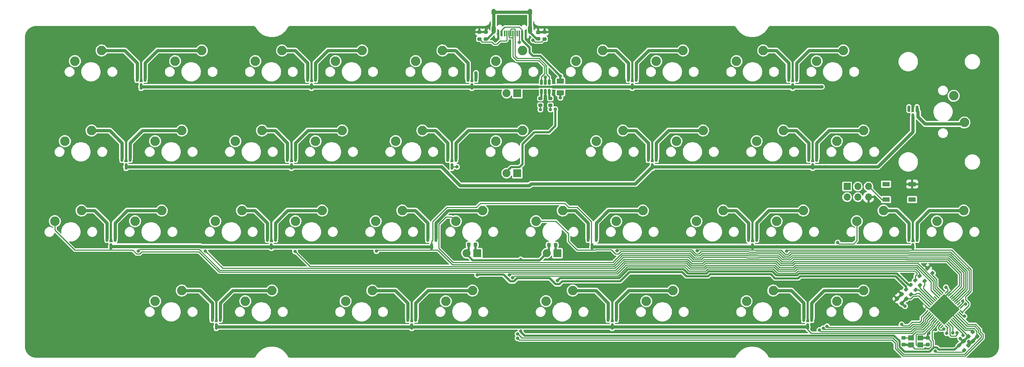
<source format=gbr>
%TF.GenerationSoftware,KiCad,Pcbnew,(6.0.6)*%
%TF.CreationDate,2022-10-05T22:20:27+02:00*%
%TF.ProjectId,Larva,4c617276-612e-46b6-9963-61645f706362,rev?*%
%TF.SameCoordinates,Original*%
%TF.FileFunction,Copper,L2,Bot*%
%TF.FilePolarity,Positive*%
%FSLAX46Y46*%
G04 Gerber Fmt 4.6, Leading zero omitted, Abs format (unit mm)*
G04 Created by KiCad (PCBNEW (6.0.6)) date 2022-10-05 22:20:27*
%MOMM*%
%LPD*%
G01*
G04 APERTURE LIST*
G04 Aperture macros list*
%AMRoundRect*
0 Rectangle with rounded corners*
0 $1 Rounding radius*
0 $2 $3 $4 $5 $6 $7 $8 $9 X,Y pos of 4 corners*
0 Add a 4 corners polygon primitive as box body*
4,1,4,$2,$3,$4,$5,$6,$7,$8,$9,$2,$3,0*
0 Add four circle primitives for the rounded corners*
1,1,$1+$1,$2,$3*
1,1,$1+$1,$4,$5*
1,1,$1+$1,$6,$7*
1,1,$1+$1,$8,$9*
0 Add four rect primitives between the rounded corners*
20,1,$1+$1,$2,$3,$4,$5,0*
20,1,$1+$1,$4,$5,$6,$7,0*
20,1,$1+$1,$6,$7,$8,$9,0*
20,1,$1+$1,$8,$9,$2,$3,0*%
%AMRotRect*
0 Rectangle, with rotation*
0 The origin of the aperture is its center*
0 $1 length*
0 $2 width*
0 $3 Rotation angle, in degrees counterclockwise*
0 Add horizontal line*
21,1,$1,$2,0,0,$3*%
G04 Aperture macros list end*
%TA.AperFunction,ComponentPad*%
%ADD10C,2.250000*%
%TD*%
%TA.AperFunction,ComponentPad*%
%ADD11C,1.905000*%
%TD*%
%TA.AperFunction,ComponentPad*%
%ADD12R,1.905000X1.905000*%
%TD*%
%TA.AperFunction,SMDPad,CuDef*%
%ADD13RoundRect,0.225000X-0.335876X-0.017678X-0.017678X-0.335876X0.335876X0.017678X0.017678X0.335876X0*%
%TD*%
%TA.AperFunction,SMDPad,CuDef*%
%ADD14RoundRect,0.225000X0.335876X0.017678X0.017678X0.335876X-0.335876X-0.017678X-0.017678X-0.335876X0*%
%TD*%
%TA.AperFunction,SMDPad,CuDef*%
%ADD15RoundRect,0.225000X0.250000X-0.225000X0.250000X0.225000X-0.250000X0.225000X-0.250000X-0.225000X0*%
%TD*%
%TA.AperFunction,SMDPad,CuDef*%
%ADD16RoundRect,0.150000X-0.150000X0.587500X-0.150000X-0.587500X0.150000X-0.587500X0.150000X0.587500X0*%
%TD*%
%TA.AperFunction,SMDPad,CuDef*%
%ADD17RoundRect,0.250000X-0.625000X0.375000X-0.625000X-0.375000X0.625000X-0.375000X0.625000X0.375000X0*%
%TD*%
%TA.AperFunction,SMDPad,CuDef*%
%ADD18RoundRect,0.200000X-0.335876X-0.053033X-0.053033X-0.335876X0.335876X0.053033X0.053033X0.335876X0*%
%TD*%
%TA.AperFunction,SMDPad,CuDef*%
%ADD19RoundRect,0.200000X0.275000X-0.200000X0.275000X0.200000X-0.275000X0.200000X-0.275000X-0.200000X0*%
%TD*%
%TA.AperFunction,SMDPad,CuDef*%
%ADD20R,1.800000X1.100000*%
%TD*%
%TA.AperFunction,SMDPad,CuDef*%
%ADD21RoundRect,0.150000X0.150000X-0.512500X0.150000X0.512500X-0.150000X0.512500X-0.150000X-0.512500X0*%
%TD*%
%TA.AperFunction,SMDPad,CuDef*%
%ADD22R,1.400000X1.200000*%
%TD*%
%TA.AperFunction,SMDPad,CuDef*%
%ADD23RoundRect,0.200000X-0.275000X0.200000X-0.275000X-0.200000X0.275000X-0.200000X0.275000X0.200000X0*%
%TD*%
%TA.AperFunction,SMDPad,CuDef*%
%ADD24RoundRect,0.200000X0.335876X0.053033X0.053033X0.335876X-0.335876X-0.053033X-0.053033X-0.335876X0*%
%TD*%
%TA.AperFunction,ComponentPad*%
%ADD25R,1.700000X1.700000*%
%TD*%
%TA.AperFunction,ComponentPad*%
%ADD26O,1.700000X1.700000*%
%TD*%
%TA.AperFunction,SMDPad,CuDef*%
%ADD27RoundRect,0.225000X-0.250000X0.225000X-0.250000X-0.225000X0.250000X-0.225000X0.250000X0.225000X0*%
%TD*%
%TA.AperFunction,SMDPad,CuDef*%
%ADD28RoundRect,0.218750X0.218750X0.256250X-0.218750X0.256250X-0.218750X-0.256250X0.218750X-0.256250X0*%
%TD*%
%TA.AperFunction,SMDPad,CuDef*%
%ADD29R,0.600000X1.450000*%
%TD*%
%TA.AperFunction,SMDPad,CuDef*%
%ADD30R,0.300000X1.450000*%
%TD*%
%TA.AperFunction,ComponentPad*%
%ADD31O,1.000000X1.600000*%
%TD*%
%TA.AperFunction,ComponentPad*%
%ADD32O,1.000000X2.100000*%
%TD*%
%TA.AperFunction,SMDPad,CuDef*%
%ADD33RoundRect,0.062500X0.380070X-0.291682X-0.291682X0.380070X-0.380070X0.291682X0.291682X-0.380070X0*%
%TD*%
%TA.AperFunction,SMDPad,CuDef*%
%ADD34RoundRect,0.062500X0.380070X0.291682X0.291682X0.380070X-0.380070X-0.291682X-0.291682X-0.380070X0*%
%TD*%
%TA.AperFunction,SMDPad,CuDef*%
%ADD35RotRect,5.200000X5.200000X135.000000*%
%TD*%
%TA.AperFunction,ViaPad*%
%ADD36C,0.800000*%
%TD*%
%TA.AperFunction,Conductor*%
%ADD37C,0.250000*%
%TD*%
%TA.AperFunction,Conductor*%
%ADD38C,0.500000*%
%TD*%
%TA.AperFunction,Conductor*%
%ADD39C,0.800000*%
%TD*%
G04 APERTURE END LIST*
D10*
%TO.P,MX1,1,COL*%
%TO.N,/Col0*%
X48097500Y-59710000D03*
%TO.P,MX1,2,ROW*%
%TO.N,Net-(D1-Pad1)*%
X54447500Y-57170000D03*
%TD*%
%TO.P,MX2,1,COL*%
%TO.N,/Col1*%
X71910000Y-59710000D03*
%TO.P,MX2,2,ROW*%
%TO.N,Net-(D1-Pad2)*%
X78260000Y-57170000D03*
%TD*%
%TO.P,MX3,1,COL*%
%TO.N,/Col2*%
X90960000Y-59710000D03*
%TO.P,MX3,2,ROW*%
%TO.N,Net-(D2-Pad1)*%
X97310000Y-57170000D03*
%TD*%
%TO.P,MX4,1,COL*%
%TO.N,/Col3*%
X110010000Y-59710000D03*
%TO.P,MX4,2,ROW*%
%TO.N,Net-(D2-Pad2)*%
X116360000Y-57170000D03*
%TD*%
%TO.P,MX5,1,COL*%
%TO.N,/Col4*%
X129060000Y-59710000D03*
%TO.P,MX5,2,ROW*%
%TO.N,Net-(D3-Pad1)*%
X135410000Y-57170000D03*
%TD*%
%TO.P,MX7,1,COL*%
%TO.N,/Col6*%
X167160000Y-59710000D03*
%TO.P,MX7,2,ROW*%
%TO.N,Net-(D4-Pad1)*%
X173510000Y-57170000D03*
%TD*%
%TO.P,MX8,1,COL*%
%TO.N,/Col7*%
X186210000Y-59710000D03*
%TO.P,MX8,2,ROW*%
%TO.N,Net-(D4-Pad2)*%
X192560000Y-57170000D03*
%TD*%
%TO.P,MX9,1,COL*%
%TO.N,/Col8*%
X205260000Y-59710000D03*
%TO.P,MX9,2,ROW*%
%TO.N,Net-(D5-Pad1)*%
X211610000Y-57170000D03*
%TD*%
%TO.P,MX10,1,COL*%
%TO.N,/Col9*%
X224310000Y-59710000D03*
%TO.P,MX10,2,ROW*%
%TO.N,Net-(D5-Pad2)*%
X230660000Y-57170000D03*
%TD*%
%TO.P,MX11,1,COL*%
%TO.N,/Col0*%
X45716250Y-78760000D03*
%TO.P,MX11,2,ROW*%
%TO.N,Net-(D6-Pad1)*%
X52066250Y-76220000D03*
%TD*%
%TO.P,MX12,1,COL*%
%TO.N,/Col1*%
X67147500Y-78760000D03*
%TO.P,MX12,2,ROW*%
%TO.N,Net-(D6-Pad2)*%
X73497500Y-76220000D03*
%TD*%
%TO.P,MX13,1,COL*%
%TO.N,/Col2*%
X86197500Y-78760000D03*
%TO.P,MX13,2,ROW*%
%TO.N,Net-(D7-Pad1)*%
X92547500Y-76220000D03*
%TD*%
%TO.P,MX14,1,COL*%
%TO.N,/Col3*%
X105247500Y-78760000D03*
%TO.P,MX14,2,ROW*%
%TO.N,Net-(D7-Pad2)*%
X111597500Y-76220000D03*
%TD*%
%TO.P,MX15,1,COL*%
%TO.N,/Col4*%
X124297500Y-78760000D03*
%TO.P,MX15,2,ROW*%
%TO.N,Net-(D8-Pad1)*%
X130647500Y-76220000D03*
%TD*%
%TO.P,MX17,1,COL*%
%TO.N,/Col6*%
X171922500Y-78760000D03*
%TO.P,MX17,2,ROW*%
%TO.N,Net-(D9-Pad1)*%
X178272500Y-76220000D03*
%TD*%
%TO.P,MX18,1,COL*%
%TO.N,/Col7*%
X190972500Y-78760000D03*
%TO.P,MX18,2,ROW*%
%TO.N,Net-(D9-Pad2)*%
X197322500Y-76220000D03*
%TD*%
%TO.P,MX19,1,COL*%
%TO.N,/Col8*%
X210022500Y-78760000D03*
%TO.P,MX19,2,ROW*%
%TO.N,Net-(D10-Pad1)*%
X216372500Y-76220000D03*
%TD*%
%TO.P,MX20,1,COL*%
%TO.N,/Col9*%
X229072500Y-78760000D03*
%TO.P,MX20,2,ROW*%
%TO.N,Net-(D10-Pad2)*%
X235422500Y-76220000D03*
%TD*%
%TO.P,MX21,2,ROW*%
%TO.N,Net-(D11-Pad2)*%
X259393750Y-74315000D03*
%TO.P,MX21,1,COL*%
%TO.N,/Col11*%
X256853750Y-67965000D03*
%TD*%
%TO.P,MX22,1,COL*%
%TO.N,/Col0*%
X43335000Y-97810000D03*
%TO.P,MX22,2,ROW*%
%TO.N,Net-(D12-Pad1)*%
X49685000Y-95270000D03*
%TD*%
%TO.P,MX23,1,COL*%
%TO.N,/Col1*%
X62385000Y-97810000D03*
%TO.P,MX23,2,ROW*%
%TO.N,Net-(D12-Pad2)*%
X68735000Y-95270000D03*
%TD*%
%TO.P,MX24,1,COL*%
%TO.N,/Col2*%
X81435000Y-97810000D03*
%TO.P,MX24,2,ROW*%
%TO.N,Net-(D13-Pad1)*%
X87785000Y-95270000D03*
%TD*%
%TO.P,MX25,1,COL*%
%TO.N,/Col3*%
X100485000Y-97810000D03*
%TO.P,MX25,2,ROW*%
%TO.N,Net-(D13-Pad2)*%
X106835000Y-95270000D03*
%TD*%
%TO.P,MX26,1,COL*%
%TO.N,/Col4*%
X119535000Y-97810000D03*
%TO.P,MX26,2,ROW*%
%TO.N,Net-(D14-Pad1)*%
X125885000Y-95270000D03*
%TD*%
%TO.P,MX29,1,COL*%
%TO.N,/Col7*%
X176685000Y-97810000D03*
%TO.P,MX29,2,ROW*%
%TO.N,Net-(D15-Pad2)*%
X183035000Y-95270000D03*
%TD*%
%TO.P,MX30,1,COL*%
%TO.N,/Col8*%
X195735000Y-97810000D03*
%TO.P,MX30,2,ROW*%
%TO.N,Net-(D16-Pad1)*%
X202085000Y-95270000D03*
%TD*%
%TO.P,MX31,1,COL*%
%TO.N,/Col9*%
X214785000Y-97810000D03*
%TO.P,MX31,2,ROW*%
%TO.N,Net-(D16-Pad2)*%
X221135000Y-95270000D03*
%TD*%
%TO.P,MX32,1,COL*%
%TO.N,/Col10*%
X233835000Y-97810000D03*
%TO.P,MX32,2,ROW*%
%TO.N,Net-(D17-Pad1)*%
X240185000Y-95270000D03*
%TD*%
%TO.P,MX33,1,COL*%
%TO.N,/Col11*%
X252885000Y-97810000D03*
%TO.P,MX33,2,ROW*%
%TO.N,Net-(D17-Pad2)*%
X259235000Y-95270000D03*
%TD*%
%TO.P,MX34,1,COL*%
%TO.N,/Col2*%
X67147500Y-116860000D03*
%TO.P,MX34,2,ROW*%
%TO.N,Net-(D19-Pad1)*%
X73497500Y-114320000D03*
%TD*%
%TO.P,MX35,1,COL*%
%TO.N,/Col3*%
X88578750Y-116860000D03*
%TO.P,MX35,2,ROW*%
%TO.N,Net-(D19-Pad2)*%
X94928750Y-114320000D03*
%TD*%
%TO.P,MX36,1,COL*%
%TO.N,/Col4*%
X112391250Y-116860000D03*
%TO.P,MX36,2,ROW*%
%TO.N,Net-(D20-Pad1)*%
X118741250Y-114320000D03*
%TD*%
%TO.P,MX37,1,COL*%
%TO.N,/Col5*%
X136203750Y-116860000D03*
%TO.P,MX37,2,ROW*%
%TO.N,Net-(D20-Pad2)*%
X142553750Y-114320000D03*
%TD*%
%TO.P,MX38,1,COL*%
%TO.N,/Col6*%
X160016250Y-116860000D03*
%TO.P,MX38,2,ROW*%
%TO.N,Net-(D21-Pad1)*%
X166366250Y-114320000D03*
%TD*%
%TO.P,MX39,1,COL*%
%TO.N,/Col7*%
X183828750Y-116860000D03*
%TO.P,MX39,2,ROW*%
%TO.N,Net-(D21-Pad2)*%
X190178750Y-114320000D03*
%TD*%
%TO.P,MX40,1,COL*%
%TO.N,/Col8*%
X207641250Y-116860000D03*
%TO.P,MX40,2,ROW*%
%TO.N,Net-(D22-Pad1)*%
X213991250Y-114320000D03*
%TD*%
%TO.P,MX41,1,COL*%
%TO.N,/Col9*%
X229072500Y-116860000D03*
%TO.P,MX41,2,ROW*%
%TO.N,Net-(D22-Pad2)*%
X235422500Y-114320000D03*
%TD*%
%TO.P,MX6,2,ROW*%
%TO.N,Net-(D3-Pad2)*%
X154460000Y-57170000D03*
%TO.P,MX6,1,COL*%
%TO.N,/Col5*%
X148110000Y-59710000D03*
D11*
%TO.P,MX6,3,LED*%
%TO.N,+5V*%
X150650000Y-67330000D03*
D12*
%TO.P,MX6,4,LEDGND*%
%TO.N,/LED0*%
X153190000Y-67330000D03*
%TD*%
D10*
%TO.P,MX16,2,ROW*%
%TO.N,Net-(D8-Pad2)*%
X154460000Y-76220000D03*
%TO.P,MX16,1,COL*%
%TO.N,/Col5*%
X148110000Y-78760000D03*
D11*
%TO.P,MX16,3,LED*%
%TO.N,+5V*%
X150650000Y-86380000D03*
D12*
%TO.P,MX16,4,LEDGND*%
%TO.N,/LED1*%
X153190000Y-86380000D03*
%TD*%
D10*
%TO.P,MX27,2,ROW*%
%TO.N,Net-(D14-Pad2)*%
X144935000Y-95270000D03*
%TO.P,MX27,1,COL*%
%TO.N,/Col5*%
X138585000Y-97810000D03*
D11*
%TO.P,MX27,3,LED*%
%TO.N,+5V*%
X141125000Y-105430000D03*
D12*
%TO.P,MX27,4,LEDGND*%
%TO.N,/LED2*%
X143665000Y-105430000D03*
%TD*%
D10*
%TO.P,MX28,2,ROW*%
%TO.N,Net-(D15-Pad1)*%
X163985000Y-95270000D03*
%TO.P,MX28,1,COL*%
%TO.N,/Col6*%
X157635000Y-97810000D03*
D11*
%TO.P,MX28,3,LED*%
%TO.N,+5V*%
X160175000Y-105430000D03*
D12*
%TO.P,MX28,4,LEDGND*%
%TO.N,/LED3*%
X162715000Y-105430000D03*
%TD*%
D13*
%TO.P,C1,1*%
%TO.N,+5V*%
X260315029Y-125231585D03*
%TO.P,C1,2*%
%TO.N,GND*%
X261411045Y-126327601D03*
%TD*%
%TO.P,C2,1*%
%TO.N,+5V*%
X259237400Y-126309215D03*
%TO.P,C2,2*%
%TO.N,GND*%
X260333416Y-127405231D03*
%TD*%
D14*
%TO.P,C3,1*%
%TO.N,+5V*%
X244495192Y-117374914D03*
%TO.P,C3,2*%
%TO.N,GND*%
X243399176Y-116278898D03*
%TD*%
D15*
%TO.P,C6,1*%
%TO.N,Net-(C6-Pad1)*%
X158143000Y-54389000D03*
%TO.P,C6,2*%
%TO.N,GND*%
X158143000Y-52839000D03*
%TD*%
D16*
%TO.P,D1,1*%
%TO.N,Net-(D1-Pad1)*%
X62863750Y-63884375D03*
%TO.P,D1,2*%
%TO.N,Net-(D1-Pad2)*%
X64763750Y-63884375D03*
%TO.P,D1,3*%
%TO.N,/Row0*%
X63813750Y-65759375D03*
%TD*%
%TO.P,D2,1*%
%TO.N,Net-(D2-Pad1)*%
X103345000Y-63884375D03*
%TO.P,D2,2*%
%TO.N,Net-(D2-Pad2)*%
X105245000Y-63884375D03*
%TO.P,D2,3*%
%TO.N,/Row0*%
X104295000Y-65759375D03*
%TD*%
%TO.P,D3,1*%
%TO.N,Net-(D3-Pad1)*%
X141445000Y-63884375D03*
%TO.P,D3,2*%
%TO.N,Net-(D3-Pad2)*%
X143345000Y-63884375D03*
%TO.P,D3,3*%
%TO.N,/Row0*%
X142395000Y-65759375D03*
%TD*%
%TO.P,D4,1*%
%TO.N,Net-(D4-Pad1)*%
X179545000Y-63884375D03*
%TO.P,D4,2*%
%TO.N,Net-(D4-Pad2)*%
X181445000Y-63884375D03*
%TO.P,D4,3*%
%TO.N,/Row0*%
X180495000Y-65759375D03*
%TD*%
%TO.P,D5,1*%
%TO.N,Net-(D5-Pad1)*%
X217645000Y-63884375D03*
%TO.P,D5,2*%
%TO.N,Net-(D5-Pad2)*%
X219545000Y-63884375D03*
%TO.P,D5,3*%
%TO.N,/Row0*%
X218595000Y-65759375D03*
%TD*%
%TO.P,D6,1*%
%TO.N,Net-(D6-Pad1)*%
X59291875Y-82934375D03*
%TO.P,D6,2*%
%TO.N,Net-(D6-Pad2)*%
X61191875Y-82934375D03*
%TO.P,D6,3*%
%TO.N,/Row1*%
X60241875Y-84809375D03*
%TD*%
%TO.P,D7,1*%
%TO.N,Net-(D7-Pad1)*%
X98582500Y-82934375D03*
%TO.P,D7,2*%
%TO.N,Net-(D7-Pad2)*%
X100482500Y-82934375D03*
%TO.P,D7,3*%
%TO.N,/Row1*%
X99532500Y-84809375D03*
%TD*%
%TO.P,D8,1*%
%TO.N,Net-(D8-Pad1)*%
X136682500Y-82934375D03*
%TO.P,D8,2*%
%TO.N,Net-(D8-Pad2)*%
X138582500Y-82934375D03*
%TO.P,D8,3*%
%TO.N,/Row1*%
X137632500Y-84809375D03*
%TD*%
%TO.P,D9,1*%
%TO.N,Net-(D9-Pad1)*%
X184307500Y-82934375D03*
%TO.P,D9,2*%
%TO.N,Net-(D9-Pad2)*%
X186207500Y-82934375D03*
%TO.P,D9,3*%
%TO.N,/Row1*%
X185257500Y-84809375D03*
%TD*%
%TO.P,D10,1*%
%TO.N,Net-(D10-Pad1)*%
X222407500Y-82934375D03*
%TO.P,D10,2*%
%TO.N,Net-(D10-Pad2)*%
X224307500Y-82934375D03*
%TO.P,D10,3*%
%TO.N,/Row1*%
X223357500Y-84809375D03*
%TD*%
%TO.P,D11,1*%
%TO.N,unconnected-(D11-Pad1)*%
X246220000Y-71028125D03*
%TO.P,D11,2*%
%TO.N,Net-(D11-Pad2)*%
X248120000Y-71028125D03*
%TO.P,D11,3*%
%TO.N,/Row1*%
X247170000Y-72903125D03*
%TD*%
%TO.P,D12,1*%
%TO.N,Net-(D12-Pad1)*%
X55720000Y-101984375D03*
%TO.P,D12,2*%
%TO.N,Net-(D12-Pad2)*%
X57620000Y-101984375D03*
%TO.P,D12,3*%
%TO.N,/Row2*%
X56670000Y-103859375D03*
%TD*%
%TO.P,D13,1*%
%TO.N,Net-(D13-Pad1)*%
X93820000Y-101984375D03*
%TO.P,D13,2*%
%TO.N,Net-(D13-Pad2)*%
X95720000Y-101984375D03*
%TO.P,D13,3*%
%TO.N,/Row2*%
X94770000Y-103859375D03*
%TD*%
%TO.P,D14,1*%
%TO.N,Net-(D14-Pad1)*%
X131920000Y-101984375D03*
%TO.P,D14,2*%
%TO.N,Net-(D14-Pad2)*%
X133820000Y-101984375D03*
%TO.P,D14,3*%
%TO.N,/Row2*%
X132870000Y-103859375D03*
%TD*%
%TO.P,D15,1*%
%TO.N,Net-(D15-Pad1)*%
X170020000Y-101984375D03*
%TO.P,D15,2*%
%TO.N,Net-(D15-Pad2)*%
X171920000Y-101984375D03*
%TO.P,D15,3*%
%TO.N,/Row2*%
X170970000Y-103859375D03*
%TD*%
%TO.P,D16,1*%
%TO.N,Net-(D16-Pad1)*%
X208120000Y-101984375D03*
%TO.P,D16,2*%
%TO.N,Net-(D16-Pad2)*%
X210020000Y-101984375D03*
%TO.P,D16,3*%
%TO.N,/Row2*%
X209070000Y-103859375D03*
%TD*%
%TO.P,D19,1*%
%TO.N,Net-(D19-Pad1)*%
X80723125Y-121034375D03*
%TO.P,D19,2*%
%TO.N,Net-(D19-Pad2)*%
X82623125Y-121034375D03*
%TO.P,D19,3*%
%TO.N,/Row3*%
X81673125Y-122909375D03*
%TD*%
%TO.P,D20,1*%
%TO.N,Net-(D20-Pad1)*%
X127157500Y-121034375D03*
%TO.P,D20,2*%
%TO.N,Net-(D20-Pad2)*%
X129057500Y-121034375D03*
%TO.P,D20,3*%
%TO.N,/Row3*%
X128107500Y-122909375D03*
%TD*%
%TO.P,D21,1*%
%TO.N,Net-(D21-Pad1)*%
X174782500Y-121034375D03*
%TO.P,D21,2*%
%TO.N,Net-(D21-Pad2)*%
X176682500Y-121034375D03*
%TO.P,D21,3*%
%TO.N,/Row3*%
X175732500Y-122909375D03*
%TD*%
%TO.P,D22,1*%
%TO.N,Net-(D22-Pad1)*%
X221216875Y-121034375D03*
%TO.P,D22,2*%
%TO.N,Net-(D22-Pad2)*%
X223116875Y-121034375D03*
%TO.P,D22,3*%
%TO.N,/Row3*%
X222166875Y-122909375D03*
%TD*%
D17*
%TO.P,F1,1*%
%TO.N,VCC*%
X163431915Y-64421875D03*
%TO.P,F1,2*%
%TO.N,+5V*%
X163431915Y-67221875D03*
%TD*%
D18*
%TO.P,R1,1*%
%TO.N,+5V*%
X258120000Y-127350000D03*
%TO.P,R1,2*%
%TO.N,/RST*%
X259286726Y-128516726D03*
%TD*%
D19*
%TO.P,R2,1*%
%TO.N,Net-(R2-Pad1)*%
X161050665Y-70218750D03*
%TO.P,R2,2*%
%TO.N,/D+*%
X161050665Y-68568750D03*
%TD*%
%TO.P,R5,1*%
%TO.N,Net-(J2-PadB5)*%
X159667000Y-54439000D03*
%TO.P,R5,2*%
%TO.N,GND*%
X159667000Y-52789000D03*
%TD*%
D20*
%TO.P,SW1,1,1*%
%TO.N,/RST*%
X240778100Y-92682940D03*
%TO.P,SW1,2,2*%
%TO.N,GND*%
X246978100Y-88982940D03*
%TO.P,SW1,3*%
%TO.N,N/C*%
X240778100Y-88982940D03*
%TO.P,SW1,4*%
X246978100Y-92682940D03*
%TD*%
D16*
%TO.P,D17,1*%
%TO.N,Net-(D17-Pad1)*%
X246220000Y-101984375D03*
%TO.P,D17,2*%
%TO.N,Net-(D17-Pad2)*%
X248120000Y-101984375D03*
%TO.P,D17,3*%
%TO.N,/Row2*%
X247170000Y-103859375D03*
%TD*%
D21*
%TO.P,U2,1,I/O1*%
%TO.N,/D+*%
X160810040Y-66959375D03*
%TO.P,U2,2,GND*%
%TO.N,GND*%
X159860040Y-66959375D03*
%TO.P,U2,3,I/O2*%
%TO.N,/D-*%
X158910040Y-66959375D03*
%TO.P,U2,4,I/O2*%
%TO.N,/USBD-*%
X158910040Y-64684375D03*
%TO.P,U2,5,VBUS*%
%TO.N,VCC*%
X159860040Y-64684375D03*
%TO.P,U2,6,I/O1*%
%TO.N,/USBD+*%
X160810040Y-64684375D03*
%TD*%
D19*
%TO.P,R3,1*%
%TO.N,Net-(R3-Pad1)*%
X158669415Y-70218750D03*
%TO.P,R3,2*%
%TO.N,/D-*%
X158669415Y-68568750D03*
%TD*%
D22*
%TO.P,Y1,1,1*%
%TO.N,Net-(C7-Pad1)*%
X246698858Y-125546777D03*
%TO.P,Y1,2,2*%
%TO.N,GND*%
X248898858Y-125546777D03*
%TO.P,Y1,3,3*%
%TO.N,Net-(C8-Pad2)*%
X248898858Y-127246777D03*
%TO.P,Y1,4,4*%
%TO.N,GND*%
X246698858Y-127246777D03*
%TD*%
D14*
%TO.P,C4,1*%
%TO.N,+5V*%
X245572822Y-116297283D03*
%TO.P,C4,2*%
%TO.N,GND*%
X244476806Y-115201267D03*
%TD*%
D23*
%TO.P,R4,1*%
%TO.N,GND*%
X144173000Y-52789000D03*
%TO.P,R4,2*%
%TO.N,Net-(J2-PadA5)*%
X144173000Y-54439000D03*
%TD*%
%TO.P,R10,1*%
%TO.N,GND*%
X145697000Y-52789000D03*
%TO.P,R10,2*%
%TO.N,Net-(C6-Pad1)*%
X145697000Y-54439000D03*
%TD*%
D13*
%TO.P,C5,1*%
%TO.N,Net-(C5-Pad1)*%
X261393938Y-124147491D03*
%TO.P,C5,2*%
%TO.N,GND*%
X262489954Y-125243507D03*
%TD*%
D18*
%TO.P,R7,1*%
%TO.N,/LED1*%
X248766407Y-110835367D03*
%TO.P,R7,2*%
%TO.N,/LED_MID*%
X249933133Y-112002093D03*
%TD*%
%TO.P,R8,1*%
%TO.N,/LED0*%
X247688777Y-111912997D03*
%TO.P,R8,2*%
%TO.N,/LED_TOP*%
X248855503Y-113079723D03*
%TD*%
D24*
%TO.P,R11,1*%
%TO.N,Net-(R11-Pad1)*%
X251810000Y-110210000D03*
%TO.P,R11,2*%
%TO.N,GND*%
X250643274Y-109043274D03*
%TD*%
D25*
%TO.P,J1,1,Pin_1*%
%TO.N,/MISO*%
X231533700Y-89560400D03*
D26*
%TO.P,J1,2,Pin_2*%
%TO.N,+5V*%
X231533700Y-92100400D03*
%TO.P,J1,3,Pin_3*%
%TO.N,/SCK*%
X234073700Y-89560400D03*
%TO.P,J1,4,Pin_4*%
%TO.N,/MOSI*%
X234073700Y-92100400D03*
%TO.P,J1,5,Pin_5*%
%TO.N,/RST*%
X236613700Y-89560400D03*
%TO.P,J1,6,Pin_6*%
%TO.N,GND*%
X236613700Y-92100400D03*
%TD*%
D27*
%TO.P,C7,1*%
%TO.N,Net-(C7-Pad1)*%
X244900000Y-125625000D03*
%TO.P,C7,2*%
%TO.N,GND*%
X244900000Y-127175000D03*
%TD*%
%TO.P,C8,1*%
%TO.N,GND*%
X250690000Y-125625000D03*
%TO.P,C8,2*%
%TO.N,Net-(C8-Pad2)*%
X250690000Y-127175000D03*
%TD*%
D28*
%TO.P,D18,1,K*%
%TO.N,/LED2*%
X143242500Y-103420000D03*
%TO.P,D18,2,A*%
%TO.N,+5V*%
X141667500Y-103420000D03*
%TD*%
%TO.P,D23,1,K*%
%TO.N,/LED3*%
X162282500Y-103470000D03*
%TO.P,D23,2,A*%
%TO.N,+5V*%
X160707500Y-103470000D03*
%TD*%
D18*
%TO.P,R6,1*%
%TO.N,/LED2*%
X245517394Y-114088380D03*
%TO.P,R6,2*%
%TO.N,/LED_LEFT*%
X246684120Y-115255106D03*
%TD*%
%TO.P,R9,1*%
%TO.N,/LED3*%
X246606339Y-112999435D03*
%TO.P,R9,2*%
%TO.N,/LED_RIGHT*%
X247773065Y-114166161D03*
%TD*%
D29*
%TO.P,J2,A1,GND*%
%TO.N,GND*%
X148670000Y-53098125D03*
%TO.P,J2,A4,VBUS*%
%TO.N,VCC*%
X149470000Y-53098125D03*
D30*
%TO.P,J2,A5,CC1*%
%TO.N,Net-(J2-PadA5)*%
X150670000Y-53098125D03*
%TO.P,J2,A6,D+*%
%TO.N,/USBD+*%
X151670000Y-53098125D03*
%TO.P,J2,A7,D-*%
%TO.N,/USBD-*%
X152170000Y-53098125D03*
%TO.P,J2,A8,SBU1*%
%TO.N,unconnected-(J2-PadA8)*%
X153170000Y-53098125D03*
D29*
%TO.P,J2,A9,VBUS*%
%TO.N,VCC*%
X154370000Y-53098125D03*
%TO.P,J2,A12,GND*%
%TO.N,GND*%
X155170000Y-53098125D03*
%TO.P,J2,B1,GND*%
X155170000Y-53098125D03*
%TO.P,J2,B4,VBUS*%
%TO.N,VCC*%
X154370000Y-53098125D03*
D30*
%TO.P,J2,B5,CC2*%
%TO.N,Net-(J2-PadB5)*%
X153670000Y-53098125D03*
%TO.P,J2,B6,D+*%
%TO.N,/USBD+*%
X152670000Y-53098125D03*
%TO.P,J2,B7,D-*%
%TO.N,/USBD-*%
X151170000Y-53098125D03*
%TO.P,J2,B8,SBU2*%
%TO.N,unconnected-(J2-PadB8)*%
X150170000Y-53098125D03*
D29*
%TO.P,J2,B9,VBUS*%
%TO.N,VCC*%
X149470000Y-53098125D03*
%TO.P,J2,B12,GND*%
%TO.N,GND*%
X148670000Y-53098125D03*
D31*
%TO.P,J2,S1,SHIELD*%
%TO.N,Net-(C6-Pad1)*%
X147600000Y-48003125D03*
D32*
X147600000Y-52183125D03*
X156240000Y-52183125D03*
D31*
X156240000Y-48003125D03*
%TD*%
D33*
%TO.P,U1,1,PE6*%
%TO.N,/Col9*%
X258722736Y-119392202D03*
%TO.P,U1,2,UVCC*%
%TO.N,+5V*%
X258369182Y-119745755D03*
%TO.P,U1,3,D-*%
%TO.N,Net-(R3-Pad1)*%
X258015629Y-120099309D03*
%TO.P,U1,4,D+*%
%TO.N,Net-(R2-Pad1)*%
X257662076Y-120452862D03*
%TO.P,U1,5,UGND*%
%TO.N,GND*%
X257308522Y-120806415D03*
%TO.P,U1,6,UCAP*%
%TO.N,Net-(C5-Pad1)*%
X256954969Y-121159969D03*
%TO.P,U1,7,VBUS*%
%TO.N,+5V*%
X256601415Y-121513522D03*
%TO.P,U1,8,PB0*%
%TO.N,/Col11*%
X256247862Y-121867076D03*
%TO.P,U1,9,PB1*%
%TO.N,/SCK*%
X255894309Y-122220629D03*
%TO.P,U1,10,PB2*%
%TO.N,/MOSI*%
X255540755Y-122574182D03*
%TO.P,U1,11,PB3*%
%TO.N,/MISO*%
X255187202Y-122927736D03*
D34*
%TO.P,U1,12,PB7*%
%TO.N,unconnected-(U1-Pad12)*%
X254002798Y-122927736D03*
%TO.P,U1,13,~{RESET}*%
%TO.N,/RST*%
X253649245Y-122574182D03*
%TO.P,U1,14,VCC*%
%TO.N,+5V*%
X253295691Y-122220629D03*
%TO.P,U1,15,GND*%
%TO.N,GND*%
X252942138Y-121867076D03*
%TO.P,U1,16,XTAL2*%
%TO.N,Net-(C8-Pad2)*%
X252588585Y-121513522D03*
%TO.P,U1,17,XTAL1*%
%TO.N,Net-(C7-Pad1)*%
X252235031Y-121159969D03*
%TO.P,U1,18,PD0*%
%TO.N,/Row3*%
X251881478Y-120806415D03*
%TO.P,U1,19,PD1*%
%TO.N,/Row0*%
X251527924Y-120452862D03*
%TO.P,U1,20,PD2*%
%TO.N,/Row1*%
X251174371Y-120099309D03*
%TO.P,U1,21,PD3*%
%TO.N,/Row2*%
X250820818Y-119745755D03*
%TO.P,U1,22,PD5*%
%TO.N,/Col10*%
X250467264Y-119392202D03*
D33*
%TO.P,U1,23,GND*%
%TO.N,GND*%
X250467264Y-118207798D03*
%TO.P,U1,24,AVCC*%
%TO.N,+5V*%
X250820818Y-117854245D03*
%TO.P,U1,25,PD4*%
%TO.N,/LED_LEFT*%
X251174371Y-117500691D03*
%TO.P,U1,26,PD6*%
%TO.N,/LED_RIGHT*%
X251527924Y-117147138D03*
%TO.P,U1,27,PD7*%
%TO.N,/LED_TOP*%
X251881478Y-116793585D03*
%TO.P,U1,28,PB4*%
%TO.N,/LED_MID*%
X252235031Y-116440031D03*
%TO.P,U1,29,PB5*%
%TO.N,/RGBOUT*%
X252588585Y-116086478D03*
%TO.P,U1,30,PB6*%
%TO.N,/Col0*%
X252942138Y-115732924D03*
%TO.P,U1,31,PC6*%
%TO.N,/Col1*%
X253295691Y-115379371D03*
%TO.P,U1,32,PC7*%
%TO.N,/Col2*%
X253649245Y-115025818D03*
%TO.P,U1,33,~{HWB}/PE2*%
%TO.N,Net-(R11-Pad1)*%
X254002798Y-114672264D03*
D34*
%TO.P,U1,34,VCC*%
%TO.N,+5V*%
X255187202Y-114672264D03*
%TO.P,U1,35,GND*%
%TO.N,GND*%
X255540755Y-115025818D03*
%TO.P,U1,36,PF7*%
%TO.N,/Col3*%
X255894309Y-115379371D03*
%TO.P,U1,37,PF6*%
%TO.N,/Col4*%
X256247862Y-115732924D03*
%TO.P,U1,38,PF5*%
%TO.N,/Col5*%
X256601415Y-116086478D03*
%TO.P,U1,39,PF4*%
%TO.N,/Col6*%
X256954969Y-116440031D03*
%TO.P,U1,40,PF1*%
%TO.N,/Col7*%
X257308522Y-116793585D03*
%TO.P,U1,41,PF0*%
%TO.N,/Col8*%
X257662076Y-117147138D03*
%TO.P,U1,42,AREF*%
%TO.N,unconnected-(U1-Pad42)*%
X258015629Y-117500691D03*
%TO.P,U1,43,GND*%
%TO.N,GND*%
X258369182Y-117854245D03*
%TO.P,U1,44,AVCC*%
%TO.N,+5V*%
X258722736Y-118207798D03*
D35*
%TO.P,U1,45,GND*%
%TO.N,GND*%
X254595000Y-118800000D03*
%TD*%
D36*
%TO.N,GND*%
X101845000Y-108200000D03*
X260450000Y-126410000D03*
X142645000Y-52700000D03*
X226946460Y-83238340D03*
X258978356Y-116855456D03*
X170595000Y-82980000D03*
X154815540Y-64396620D03*
X155630940Y-124053280D03*
X156405000Y-105660000D03*
X249659140Y-103309420D03*
X155972542Y-55149458D03*
X163495000Y-90400000D03*
X237515000Y-112730000D03*
X149895000Y-69275000D03*
X213088220Y-98602800D03*
X167645000Y-106450000D03*
X250955000Y-124500000D03*
X256565000Y-127440000D03*
X180725000Y-111370000D03*
X245695000Y-110900000D03*
X147983000Y-54921000D03*
X135395000Y-107600000D03*
X252110000Y-108540000D03*
X137370820Y-105166160D03*
X161193480Y-62402720D03*
X151955000Y-49580000D03*
X213591140Y-102346760D03*
X148945000Y-106100000D03*
X159859980Y-68054220D03*
X144995000Y-102400000D03*
%TO.N,+5V*%
X153982480Y-123972000D03*
X245290000Y-118030000D03*
X259674037Y-117573114D03*
X162215019Y-71155673D03*
X252546400Y-123602783D03*
X153979990Y-106941301D03*
X255015000Y-113580000D03*
X259402959Y-120462041D03*
X163431220Y-68450460D03*
X258389402Y-125741867D03*
%TO.N,/Row0*%
X224985640Y-123749990D03*
X225514243Y-65820957D03*
%TO.N,Net-(D3-Pad2)*%
X143350000Y-62523125D03*
%TO.N,/Row1*%
X135172180Y-84871875D03*
X225878077Y-123298814D03*
X226310533Y-84870253D03*
X138845000Y-84850000D03*
%TO.N,/Row2*%
X226772177Y-122849970D03*
X214717973Y-103919687D03*
%TO.N,VCC*%
X159864640Y-63514820D03*
X163431915Y-63244155D03*
%TO.N,/Col1*%
X63121600Y-104921875D03*
%TO.N,/Col2*%
X79088040Y-104921875D03*
%TO.N,/Col3*%
X100396100Y-105033760D03*
%TO.N,/Col4*%
X119738200Y-104921875D03*
%TO.N,/Col7*%
X176890740Y-104877499D03*
%TO.N,/Col8*%
X195940740Y-104877499D03*
%TO.N,/Col9*%
X217138304Y-104925816D03*
%TO.N,/Col11*%
X259074578Y-125014176D03*
%TO.N,/Col10*%
X229287382Y-102902618D03*
X244475000Y-122400460D03*
%TO.N,/RST*%
X252455000Y-128717295D03*
X254474966Y-123480166D03*
%TO.N,Net-(R2-Pad1)*%
X161053780Y-71208900D03*
X153278100Y-124682940D03*
%TO.N,Net-(R3-Pad1)*%
X153278100Y-125682940D03*
X158668720Y-71224140D03*
%TO.N,Net-(J2-PadB5)*%
X156889258Y-54749914D03*
X153678156Y-55242812D03*
%TO.N,/LED0*%
X152079980Y-111280000D03*
%TO.N,/LED1*%
X151310000Y-110641353D03*
%TO.N,/MOSI*%
X257658907Y-124426201D03*
%TO.N,/SCK*%
X256659500Y-124440011D03*
%TO.N,/MISO*%
X255205000Y-124480000D03*
%TO.N,/LED2*%
X143655000Y-110641353D03*
%TO.N,/LED3*%
X162715000Y-111991383D03*
%TD*%
D37*
%TO.N,GND*%
X250690000Y-125625000D02*
X250718782Y-125625000D01*
D38*
X155170000Y-54346916D02*
X155972542Y-55149458D01*
D37*
X254595000Y-115970000D02*
X254595000Y-118800000D01*
X250690000Y-124375023D02*
X250690000Y-125625000D01*
X258765000Y-117470000D02*
X258978356Y-117256644D01*
X145697000Y-52448000D02*
X146045000Y-52100000D01*
X246698858Y-127246777D02*
X246798858Y-127246777D01*
X252068317Y-122996706D02*
X250690000Y-124375023D01*
X258978356Y-117256644D02*
X258978356Y-116855456D01*
D38*
X260333416Y-127405231D02*
X260333416Y-126526584D01*
X159860040Y-66921875D02*
X159860040Y-68054160D01*
D37*
X257291415Y-120806415D02*
X256785000Y-120300000D01*
D38*
X148670000Y-53798125D02*
X148670000Y-54234000D01*
D37*
X250690000Y-125625000D02*
X250690000Y-124765000D01*
X247661778Y-128171778D02*
X250946056Y-128171778D01*
X258369182Y-117854245D02*
X258369182Y-117845818D01*
D38*
X243399176Y-116278898D02*
X243399176Y-116278897D01*
X260333416Y-126526584D02*
X260450000Y-126410000D01*
D37*
X251490010Y-127627824D02*
X251490010Y-126425010D01*
X244900000Y-127175000D02*
X246627081Y-127175000D01*
X250690000Y-124765000D02*
X250955000Y-124500000D01*
X250919255Y-118625113D02*
X251094142Y-118800000D01*
X145697000Y-52789000D02*
X145697000Y-52448000D01*
X257563638Y-118659789D02*
X257563638Y-119332220D01*
X255540755Y-115025818D02*
X255540755Y-115024245D01*
X250467264Y-118207798D02*
X250884579Y-118625113D01*
X258369182Y-117854245D02*
X258380755Y-117854245D01*
X250884579Y-118625113D02*
X250919255Y-118625113D01*
X246698858Y-127246777D02*
X246736777Y-127246777D01*
X259764203Y-123262096D02*
X261639235Y-123262096D01*
D38*
X148670000Y-54234000D02*
X147983000Y-54921000D01*
D37*
X246736777Y-127246777D02*
X247661778Y-128171778D01*
X255539182Y-115025818D02*
X254595000Y-115970000D01*
D38*
X243399176Y-116278897D02*
X244476806Y-115201267D01*
D37*
X255540755Y-115024245D02*
X255895000Y-114670000D01*
D38*
X260333416Y-127400045D02*
X262489954Y-125243507D01*
D37*
X255895000Y-114670000D02*
X256315000Y-114250000D01*
X246627081Y-127175000D02*
X246698858Y-127246777D01*
X250946056Y-128171778D02*
X251490010Y-127627824D01*
X251490010Y-126425010D02*
X250690000Y-125625000D01*
X251094142Y-118800000D02*
X254595000Y-118800000D01*
X248498858Y-125546777D02*
X248898858Y-125546777D01*
X258380755Y-117854245D02*
X258765000Y-117470000D01*
X252336669Y-122472545D02*
X252336669Y-122728355D01*
X257308522Y-120806415D02*
X259764203Y-123262096D01*
X255540755Y-115025818D02*
X255539182Y-115025818D01*
X261639235Y-123262096D02*
X262279333Y-123902194D01*
D38*
X260333416Y-127405231D02*
X260333416Y-127400045D01*
X159860040Y-68054160D02*
X159859980Y-68054220D01*
D37*
X262279333Y-125032886D02*
X262489954Y-125243507D01*
X250611777Y-125546777D02*
X250690000Y-125625000D01*
X262279333Y-123902194D02*
X262279333Y-125032886D01*
X146045000Y-52100000D02*
X146045000Y-51800000D01*
X258369182Y-117854245D02*
X257563638Y-118659789D01*
X257308522Y-120806415D02*
X257291415Y-120806415D01*
X256315000Y-114250000D02*
X256315000Y-114050000D01*
X252942138Y-121867076D02*
X252336669Y-122472545D01*
X248898858Y-125546777D02*
X250611777Y-125546777D01*
X252336669Y-122728355D02*
X252068317Y-122996706D01*
D38*
X155170000Y-53798125D02*
X155170000Y-54346916D01*
%TO.N,+5V*%
X153677011Y-84977989D02*
X154413421Y-84241579D01*
D37*
X252097957Y-123602783D02*
X252546400Y-123602783D01*
D38*
X243974990Y-127679600D02*
X245162665Y-128867275D01*
X160707500Y-104897500D02*
X160175000Y-105430000D01*
X257052245Y-128417755D02*
X258120000Y-127350000D01*
D37*
X255187202Y-114672264D02*
X255192736Y-114672264D01*
D38*
X160175000Y-105430000D02*
X158513709Y-107091291D01*
X162215019Y-75154981D02*
X160720000Y-76650000D01*
X244495192Y-117374913D02*
X245572822Y-116297283D01*
X154413421Y-79481580D02*
X157245000Y-76650000D01*
X162215019Y-71155673D02*
X162215019Y-75154981D01*
X160707500Y-103470000D02*
X160707500Y-104897500D01*
D37*
X256601415Y-121513522D02*
X256601415Y-121516415D01*
D38*
X245150278Y-118030000D02*
X244495192Y-117374914D01*
X251103629Y-128867275D02*
X252103120Y-127867784D01*
D37*
X251679511Y-124021229D02*
X251679511Y-125978793D01*
D38*
X245290000Y-118030000D02*
X245150278Y-118030000D01*
D37*
X255192736Y-114672264D02*
X255465000Y-114400000D01*
X252786188Y-122914553D02*
X252542870Y-123157870D01*
D38*
X242670000Y-125050000D02*
X243974990Y-126354990D01*
D37*
X252786189Y-122730131D02*
X252786188Y-122914553D01*
X251939530Y-127704194D02*
X252103120Y-127867784D01*
X252049357Y-127814021D02*
X251949021Y-127814021D01*
X252546400Y-123602783D02*
X252546400Y-123161400D01*
D38*
X154413421Y-84241579D02*
X154413421Y-79481580D01*
X243974990Y-126354990D02*
X243974990Y-127679600D01*
X157245000Y-76650000D02*
X160720000Y-76650000D01*
D37*
X247894944Y-115704626D02*
X247259227Y-115704626D01*
X259674037Y-117573114D02*
X259357420Y-117573114D01*
X253295691Y-122220629D02*
X252786189Y-122730131D01*
X255465000Y-114400000D02*
X255465000Y-114030000D01*
D38*
X160694999Y-76675001D02*
X160720000Y-76650000D01*
X258956750Y-126309215D02*
X258389402Y-125741867D01*
D37*
X256601415Y-121516415D02*
X260315029Y-125230029D01*
X247259227Y-115704626D02*
X246666570Y-116297283D01*
X259357420Y-117573114D02*
X258722736Y-118207798D01*
X252103120Y-127867784D02*
X252049357Y-127814021D01*
X246666570Y-116297283D02*
X245572822Y-116297283D01*
D38*
X253356851Y-128417755D02*
X257052245Y-128417755D01*
D37*
X250820818Y-117854245D02*
X248548858Y-115582285D01*
X260315029Y-125230029D02*
X260315029Y-125231585D01*
D38*
X259237400Y-126309214D02*
X260315029Y-125231585D01*
X259160785Y-126309215D02*
X258120000Y-127350000D01*
X142611289Y-107091291D02*
X141125000Y-105605002D01*
D37*
X251949021Y-127814021D02*
X251939530Y-127804530D01*
X251939530Y-126238813D02*
X251939530Y-127704194D01*
X255465000Y-114030000D02*
X255015000Y-113580000D01*
X259077041Y-120462041D02*
X259402959Y-120462041D01*
D38*
X154908125Y-125050000D02*
X242670000Y-125050000D01*
X259237400Y-126309215D02*
X258956750Y-126309215D01*
X244495192Y-117374914D02*
X244495192Y-117374913D01*
D37*
X251947870Y-123752870D02*
X251679511Y-124021229D01*
D38*
X259237400Y-126309215D02*
X259160785Y-126309215D01*
X141667500Y-103420000D02*
X141667500Y-104887500D01*
X259237400Y-126309215D02*
X259237400Y-126309214D01*
X141667500Y-104887500D02*
X141125000Y-105430000D01*
D37*
X258369182Y-119754182D02*
X259077041Y-120462041D01*
D38*
X150650000Y-86380000D02*
X150650000Y-86045000D01*
X252103120Y-127867784D02*
X252806880Y-127867784D01*
D37*
X251939530Y-127804530D02*
X251939530Y-127684530D01*
D38*
X252806880Y-127867784D02*
X253356851Y-128417755D01*
X153830000Y-123971875D02*
X154908125Y-125050000D01*
D37*
X251947870Y-123752870D02*
X252097957Y-123602783D01*
X251679511Y-125978793D02*
X251939530Y-126238813D01*
X248017285Y-115582285D02*
X247894944Y-115704626D01*
D38*
X150650000Y-86045000D02*
X151717011Y-84977989D01*
D37*
X258369182Y-119745755D02*
X258369182Y-119754182D01*
X248548858Y-115582285D02*
X248017285Y-115582285D01*
D38*
X141125000Y-105605002D02*
X141125000Y-105430000D01*
D37*
X252546400Y-123161400D02*
X252542870Y-123157870D01*
D38*
X151717011Y-84977989D02*
X153677011Y-84977989D01*
X158513709Y-107091291D02*
X142611289Y-107091291D01*
D37*
X252542870Y-123157870D02*
X251947870Y-123752870D01*
D38*
X245162665Y-128867275D02*
X251103629Y-128867275D01*
X163431220Y-67222570D02*
X163431915Y-67221875D01*
X163431220Y-68450460D02*
X163431220Y-67222570D01*
D37*
%TO.N,Net-(C5-Pad1)*%
X259506616Y-123711616D02*
X256954969Y-121159969D01*
X261393938Y-124147491D02*
X260958063Y-123711616D01*
X260958063Y-123711616D02*
X259506616Y-123711616D01*
D39*
%TO.N,Net-(C6-Pad1)*%
X156240000Y-48003125D02*
X156240000Y-52183125D01*
D38*
X146044125Y-54439000D02*
X147600000Y-52883125D01*
X158143000Y-54389000D02*
X157745875Y-54389000D01*
X157745875Y-54389000D02*
X156240000Y-52883125D01*
D39*
X147600000Y-48003125D02*
X156240000Y-48003125D01*
X147600000Y-48003125D02*
X147600000Y-52183125D01*
D38*
X145697000Y-54439000D02*
X146044125Y-54439000D01*
D37*
%TO.N,/Row0*%
X249293594Y-123228560D02*
X250533560Y-121988593D01*
D39*
X63813750Y-65821875D02*
X63858126Y-65777499D01*
D38*
X161645042Y-65821875D02*
X158075038Y-65821875D01*
D39*
X218595000Y-65821875D02*
X225513325Y-65821875D01*
D38*
X158075038Y-65821875D02*
X158030662Y-65777499D01*
D37*
X246752866Y-124024980D02*
X247549286Y-123228560D01*
D39*
X225513325Y-65821875D02*
X225514243Y-65820957D01*
X63813750Y-65821875D02*
X149860423Y-65821875D01*
D37*
X225244980Y-124024980D02*
X246752866Y-124024980D01*
X250533560Y-121988593D02*
X250533560Y-121447226D01*
X250533560Y-121447226D02*
X251527924Y-120452862D01*
D39*
X149860423Y-65821875D02*
X149904799Y-65777499D01*
X218595000Y-65821875D02*
X161645042Y-65821875D01*
X218550624Y-65777499D02*
X218595000Y-65821875D01*
D37*
X224985640Y-123765640D02*
X225244980Y-124024980D01*
X224985640Y-123749990D02*
X224985640Y-123765640D01*
X247549286Y-123228560D02*
X249293594Y-123228560D01*
D39*
X149904799Y-65777499D02*
X158030662Y-65777499D01*
%TO.N,Net-(D1-Pad2)*%
X64763750Y-63821875D02*
X64763750Y-60109375D01*
X64763750Y-60109375D02*
X67703125Y-57170000D01*
X67703125Y-57170000D02*
X78260000Y-57170000D01*
%TO.N,Net-(D1-Pad1)*%
X62863750Y-60109375D02*
X59924375Y-57170000D01*
X62863750Y-63821875D02*
X62863750Y-60109375D01*
X59924375Y-57170000D02*
X54447500Y-57170000D01*
%TO.N,Net-(D2-Pad2)*%
X105245000Y-63821875D02*
X105245000Y-60109375D01*
X105245000Y-60109375D02*
X108184375Y-57170000D01*
X108184375Y-57170000D02*
X116360000Y-57170000D01*
%TO.N,Net-(D2-Pad1)*%
X103345000Y-63821875D02*
X103345000Y-60109375D01*
X103345000Y-60109375D02*
X100405625Y-57170000D01*
X100405625Y-57170000D02*
X97310000Y-57170000D01*
%TO.N,Net-(D3-Pad2)*%
X143350000Y-63816875D02*
X143345000Y-63821875D01*
X143350000Y-62523125D02*
X143350000Y-63816875D01*
%TO.N,Net-(D3-Pad1)*%
X138505625Y-57170000D02*
X135410000Y-57170000D01*
X141445000Y-63821875D02*
X141445000Y-60109375D01*
X141445000Y-60109375D02*
X138505625Y-57170000D01*
%TO.N,Net-(D4-Pad2)*%
X181445000Y-63821875D02*
X181445000Y-60109375D01*
X184384375Y-57170000D02*
X192560000Y-57170000D01*
X181445000Y-60109375D02*
X184384375Y-57170000D01*
%TO.N,Net-(D4-Pad1)*%
X179545000Y-63821875D02*
X179545000Y-60109375D01*
X179545000Y-60109375D02*
X176605625Y-57170000D01*
X176605625Y-57170000D02*
X173510000Y-57170000D01*
%TO.N,Net-(D5-Pad2)*%
X219545000Y-60109375D02*
X222484375Y-57170000D01*
X222484375Y-57170000D02*
X230660000Y-57170000D01*
X219545000Y-63821875D02*
X219545000Y-60109375D01*
%TO.N,Net-(D5-Pad1)*%
X217645000Y-63821875D02*
X217645000Y-60109375D01*
X214705625Y-57170000D02*
X211610000Y-57170000D01*
X217645000Y-60109375D02*
X214705625Y-57170000D01*
%TO.N,/Row1*%
X139610305Y-89310000D02*
X135172180Y-84871875D01*
X185257500Y-84871875D02*
X181204365Y-88925010D01*
D37*
X246567158Y-123574970D02*
X247363088Y-122779040D01*
X138845000Y-84850000D02*
X137654375Y-84850000D01*
D39*
X226116575Y-84871875D02*
X238835625Y-84871875D01*
X238835625Y-84871875D02*
X247170000Y-76537500D01*
D37*
X137654375Y-84850000D02*
X137632500Y-84871875D01*
X247363088Y-122779040D02*
X249107396Y-122779040D01*
D39*
X135172180Y-84871875D02*
X99532500Y-84871875D01*
X156075000Y-89310000D02*
X139610305Y-89310000D01*
X247170000Y-76537500D02*
X247170000Y-72965625D01*
D37*
X250084040Y-121802396D02*
X250084040Y-121189640D01*
X250084040Y-121189640D02*
X251174371Y-120099309D01*
D39*
X181204365Y-88925010D02*
X156459990Y-88925010D01*
D37*
X249107396Y-122779040D02*
X250084040Y-121802396D01*
D39*
X156459990Y-88925010D02*
X156075000Y-89310000D01*
X185257500Y-84871875D02*
X223357500Y-84871875D01*
D37*
X226054970Y-123574970D02*
X246567158Y-123574970D01*
X226308911Y-84871875D02*
X226310533Y-84870253D01*
X226116575Y-84871875D02*
X226308911Y-84871875D01*
X225878077Y-123398077D02*
X226054970Y-123574970D01*
X225878077Y-123298814D02*
X225878077Y-123398077D01*
D39*
X223357500Y-84871875D02*
X226116575Y-84871875D01*
X99532500Y-84871875D02*
X60241875Y-84871875D01*
X223313124Y-84827499D02*
X223357500Y-84871875D01*
%TO.N,Net-(D6-Pad2)*%
X61191875Y-79159375D02*
X64131250Y-76220000D01*
X72306875Y-76220000D02*
X73497500Y-76220000D01*
X64131250Y-76220000D02*
X72306875Y-76220000D01*
X61191875Y-82871875D02*
X61191875Y-79159375D01*
%TO.N,Net-(D6-Pad1)*%
X59291875Y-79159375D02*
X56352500Y-76220000D01*
X53256875Y-76220000D02*
X52066250Y-76220000D01*
X56352500Y-76220000D02*
X53256875Y-76220000D01*
X59291875Y-82871875D02*
X59291875Y-79159375D01*
%TO.N,Net-(D7-Pad2)*%
X100482500Y-79159375D02*
X103421875Y-76220000D01*
X100482500Y-82871875D02*
X100482500Y-79159375D01*
X103421875Y-76220000D02*
X111597500Y-76220000D01*
%TO.N,Net-(D7-Pad1)*%
X98582500Y-82871875D02*
X98582500Y-79159375D01*
X98582500Y-79159375D02*
X95643125Y-76220000D01*
X95643125Y-76220000D02*
X92547500Y-76220000D01*
%TO.N,Net-(D8-Pad2)*%
X141521875Y-76220000D02*
X149697500Y-76220000D01*
X138582500Y-82871875D02*
X138582500Y-79159375D01*
X138582500Y-79159375D02*
X141521875Y-76220000D01*
X149697500Y-76220000D02*
X154460000Y-76220000D01*
%TO.N,Net-(D8-Pad1)*%
X136682500Y-79159375D02*
X133743125Y-76220000D01*
X136682500Y-82871875D02*
X136682500Y-79159375D01*
X133743125Y-76220000D02*
X130647500Y-76220000D01*
%TO.N,Net-(D9-Pad2)*%
X186207500Y-79159375D02*
X189146875Y-76220000D01*
X186207500Y-82871875D02*
X186207500Y-79159375D01*
X189146875Y-76220000D02*
X197322500Y-76220000D01*
%TO.N,Net-(D9-Pad1)*%
X184307500Y-79159375D02*
X181368125Y-76220000D01*
X181368125Y-76220000D02*
X178272500Y-76220000D01*
X184307500Y-82871875D02*
X184307500Y-79159375D01*
%TO.N,Net-(D10-Pad2)*%
X224307500Y-79159375D02*
X227246875Y-76220000D01*
X227246875Y-76220000D02*
X235422500Y-76220000D01*
X224307500Y-82871875D02*
X224307500Y-79159375D01*
%TO.N,Net-(D10-Pad1)*%
X219468125Y-76220000D02*
X216372500Y-76220000D01*
X222407500Y-79159375D02*
X219468125Y-76220000D01*
X222407500Y-82871875D02*
X222407500Y-79159375D01*
%TO.N,Net-(D11-Pad2)*%
X248120000Y-70965625D02*
X248120000Y-71534375D01*
X248360625Y-71775000D02*
X248360625Y-72965625D01*
X248360625Y-72965625D02*
X250045000Y-74650000D01*
X259058750Y-74650000D02*
X259393750Y-74315000D01*
X250045000Y-74650000D02*
X259058750Y-74650000D01*
X248120000Y-71534375D02*
X248360625Y-71775000D01*
D37*
%TO.N,/Row2*%
X248921198Y-122329520D02*
X249634520Y-121616198D01*
D39*
X214477025Y-103921875D02*
X247170000Y-103921875D01*
D37*
X165405992Y-94544990D02*
X164411002Y-93550000D01*
X214715785Y-103921875D02*
X214717973Y-103919687D01*
D39*
X209025624Y-103877499D02*
X209070000Y-103921875D01*
D37*
X143400010Y-94544990D02*
X136459067Y-94544990D01*
D39*
X78040356Y-103921875D02*
X77915347Y-103796866D01*
X77915347Y-103796866D02*
X56795009Y-103796866D01*
D37*
X167380933Y-94544990D02*
X165405992Y-94544990D01*
D39*
X171014376Y-103877499D02*
X209025624Y-103877499D01*
D37*
X133094990Y-102300009D02*
X132870000Y-102524999D01*
X246381450Y-123124960D02*
X247176890Y-122329520D01*
X170745010Y-103696885D02*
X170745010Y-97909067D01*
D39*
X132870000Y-103921875D02*
X78040356Y-103921875D01*
D37*
X164411002Y-93550000D02*
X144395000Y-93550000D01*
X226772177Y-122849970D02*
X226779970Y-122849970D01*
X144395000Y-93550000D02*
X143400010Y-94544990D01*
X170970000Y-103921875D02*
X170745010Y-103696885D01*
X170745010Y-97909067D02*
X167380933Y-94544990D01*
X227054960Y-123124960D02*
X246381450Y-123124960D01*
X214477025Y-103921875D02*
X214715785Y-103921875D01*
X136459067Y-94544990D02*
X133094990Y-97909067D01*
X249634520Y-121616198D02*
X249634520Y-120932053D01*
X132870000Y-102524999D02*
X132870000Y-103921875D01*
D39*
X209070000Y-103921875D02*
X214477025Y-103921875D01*
X170970000Y-103921875D02*
X171014376Y-103877499D01*
X56795009Y-103796866D02*
X56670000Y-103921875D01*
D37*
X249634520Y-120932053D02*
X250820818Y-119745755D01*
X226779970Y-122849970D02*
X227054960Y-123124960D01*
X133094990Y-97909067D02*
X133094990Y-102300009D01*
X247176890Y-122329520D02*
X248921198Y-122329520D01*
D39*
%TO.N,Net-(D12-Pad2)*%
X57620000Y-101921875D02*
X57620000Y-98209375D01*
X60559375Y-95270000D02*
X68735000Y-95270000D01*
X57620000Y-98209375D02*
X60559375Y-95270000D01*
%TO.N,Net-(D12-Pad1)*%
X55720000Y-101921875D02*
X55720000Y-98209375D01*
X52780625Y-95270000D02*
X49685000Y-95270000D01*
X55720000Y-98209375D02*
X52780625Y-95270000D01*
%TO.N,Net-(D13-Pad2)*%
X98659375Y-95270000D02*
X106835000Y-95270000D01*
X95720000Y-101921875D02*
X95720000Y-98209375D01*
X95720000Y-98209375D02*
X98659375Y-95270000D01*
%TO.N,Net-(D13-Pad1)*%
X93820000Y-101921875D02*
X93820000Y-98209375D01*
X90880625Y-95270000D02*
X87785000Y-95270000D01*
X93820000Y-98209375D02*
X90880625Y-95270000D01*
%TO.N,Net-(D14-Pad2)*%
X133820000Y-101921875D02*
X133820000Y-98209375D01*
X133820000Y-98209375D02*
X136759375Y-95270000D01*
X136759375Y-95270000D02*
X144935000Y-95270000D01*
%TO.N,Net-(D14-Pad1)*%
X131920000Y-98209375D02*
X128980625Y-95270000D01*
X131920000Y-101921875D02*
X131920000Y-98209375D01*
X128980625Y-95270000D02*
X125885000Y-95270000D01*
%TO.N,Net-(D15-Pad2)*%
X171920000Y-101921875D02*
X171920000Y-98209375D01*
X171920000Y-98209375D02*
X174859375Y-95270000D01*
X174859375Y-95270000D02*
X183035000Y-95270000D01*
%TO.N,Net-(D15-Pad1)*%
X170020000Y-101921875D02*
X170020000Y-98209375D01*
X170020000Y-98209375D02*
X167080625Y-95270000D01*
X167080625Y-95270000D02*
X163985000Y-95270000D01*
%TO.N,Net-(D16-Pad2)*%
X212959375Y-95270000D02*
X221135000Y-95270000D01*
X210020000Y-101921875D02*
X210020000Y-98209375D01*
X210020000Y-98209375D02*
X212959375Y-95270000D01*
%TO.N,Net-(D16-Pad1)*%
X205180625Y-95270000D02*
X202085000Y-95270000D01*
X208120000Y-101921875D02*
X208120000Y-98209375D01*
X208120000Y-98209375D02*
X205180625Y-95270000D01*
%TO.N,Net-(D17-Pad2)*%
X248120000Y-98209375D02*
X251059375Y-95270000D01*
X251059375Y-95270000D02*
X259235000Y-95270000D01*
X248120000Y-101921875D02*
X248120000Y-98209375D01*
%TO.N,Net-(D17-Pad1)*%
X246220000Y-101921875D02*
X246220000Y-98209375D01*
X243280625Y-95270000D02*
X240185000Y-95270000D01*
X246220000Y-98209375D02*
X243280625Y-95270000D01*
D37*
%TO.N,/Row3*%
X222969990Y-124474990D02*
X246938574Y-124474990D01*
D39*
X81673125Y-122971875D02*
X222166875Y-122971875D01*
D37*
X222166875Y-122971875D02*
X222166875Y-123671875D01*
X250983080Y-121704813D02*
X251881478Y-120806415D01*
X250983080Y-122174790D02*
X250983080Y-121704813D01*
X247735484Y-123678080D02*
X249479792Y-123678080D01*
X222166875Y-123671875D02*
X222969990Y-124474990D01*
X246938574Y-124474990D02*
X247735484Y-123678080D01*
X249479792Y-123678080D02*
X249743114Y-123414757D01*
X249743114Y-123414757D02*
X250983080Y-122174790D01*
D39*
%TO.N,Net-(D19-Pad2)*%
X85562500Y-114320000D02*
X93738125Y-114320000D01*
X82623125Y-120971875D02*
X82623125Y-117259375D01*
X93738125Y-114320000D02*
X94928750Y-114320000D01*
X82623125Y-117259375D02*
X85562500Y-114320000D01*
%TO.N,Net-(D19-Pad1)*%
X80723125Y-120971875D02*
X80723125Y-117259375D01*
X74688125Y-114320000D02*
X73497500Y-114320000D01*
X80723125Y-117259375D02*
X77783750Y-114320000D01*
X77783750Y-114320000D02*
X74688125Y-114320000D01*
%TO.N,Net-(D20-Pad2)*%
X129057500Y-120971875D02*
X129057500Y-117259375D01*
X140172500Y-114320000D02*
X142553750Y-114320000D01*
X131996875Y-114320000D02*
X140172500Y-114320000D01*
X129057500Y-117259375D02*
X131996875Y-114320000D01*
%TO.N,Net-(D20-Pad1)*%
X127157500Y-117259375D02*
X124218125Y-114320000D01*
X124218125Y-114320000D02*
X121122500Y-114320000D01*
X127157500Y-120971875D02*
X127157500Y-117259375D01*
X121122500Y-114320000D02*
X118741250Y-114320000D01*
%TO.N,Net-(D21-Pad2)*%
X187797500Y-114320000D02*
X190178750Y-114320000D01*
X179621875Y-114320000D02*
X187797500Y-114320000D01*
X176682500Y-120971875D02*
X176682500Y-117259375D01*
X176682500Y-117259375D02*
X179621875Y-114320000D01*
%TO.N,Net-(D21-Pad1)*%
X171843125Y-114320000D02*
X168747500Y-114320000D01*
X174782500Y-120971875D02*
X174782500Y-117259375D01*
X168747500Y-114320000D02*
X166366250Y-114320000D01*
X174782500Y-117259375D02*
X171843125Y-114320000D01*
%TO.N,Net-(D22-Pad2)*%
X234231875Y-114320000D02*
X235422500Y-114320000D01*
X223116875Y-117259375D02*
X226056250Y-114320000D01*
X223116875Y-120971875D02*
X223116875Y-117259375D01*
X226056250Y-114320000D02*
X234231875Y-114320000D01*
%TO.N,Net-(D22-Pad1)*%
X218277500Y-114320000D02*
X215181875Y-114320000D01*
X221216875Y-117259375D02*
X218277500Y-114320000D01*
X221216875Y-120971875D02*
X221216875Y-117259375D01*
X215181875Y-114320000D02*
X213991250Y-114320000D01*
D37*
%TO.N,VCC*%
X154370000Y-52338123D02*
X154370000Y-53098125D01*
D38*
X159860040Y-64721875D02*
X159860040Y-63519420D01*
X154370000Y-54748998D02*
X156100780Y-56479778D01*
X158673800Y-58486040D02*
X163431915Y-63244155D01*
D37*
X153621877Y-51590000D02*
X154370000Y-52338123D01*
D38*
X154370000Y-53798125D02*
X154370000Y-54748998D01*
X156100780Y-56479778D02*
X156100780Y-57718960D01*
D37*
X150218123Y-51590000D02*
X153621877Y-51590000D01*
X149470000Y-52338123D02*
X150218123Y-51590000D01*
D38*
X156867860Y-58486040D02*
X158673800Y-58486040D01*
D37*
X149470000Y-53098125D02*
X149470000Y-52338123D01*
D38*
X156100780Y-57718960D02*
X156867860Y-58486040D01*
X159860040Y-63519420D02*
X159864640Y-63514820D01*
D37*
X154370000Y-52850900D02*
X154370000Y-53798125D01*
D38*
X163431915Y-63244155D02*
X163431915Y-64421875D01*
D37*
%TO.N,/Col0*%
X214345162Y-108296951D02*
X198049163Y-108296951D01*
X176743351Y-109916353D02*
X82373106Y-109916353D01*
X218977509Y-109250896D02*
X215299107Y-109250896D01*
X57379992Y-104646885D02*
X57330001Y-104696876D01*
X48059902Y-104696876D02*
X43335000Y-99971974D01*
X82373106Y-109916353D02*
X77553648Y-105096895D01*
X251484476Y-114275262D02*
X251484476Y-112288682D01*
X215299107Y-109250896D02*
X214345162Y-108296951D01*
X178907121Y-107752583D02*
X176743351Y-109916353D01*
X247942764Y-108746970D02*
X219481435Y-108746970D01*
X62773599Y-105646876D02*
X61773608Y-104646885D01*
X193287957Y-107752583D02*
X178907121Y-107752583D01*
X198049163Y-108296951D02*
X197593544Y-108752570D01*
X57330001Y-104696876D02*
X48059902Y-104696876D01*
X194287942Y-108752570D02*
X193287957Y-107752583D01*
X251484476Y-112288682D02*
X247942764Y-108746970D01*
X77553648Y-105096895D02*
X64019582Y-105096895D01*
X197593544Y-108752570D02*
X194287942Y-108752570D01*
X63469601Y-105646876D02*
X62773599Y-105646876D01*
X43335000Y-99971974D02*
X43335000Y-97810000D01*
X61773608Y-104646885D02*
X57379992Y-104646885D01*
X64019582Y-105096895D02*
X63469601Y-105646876D01*
X219481435Y-108746970D02*
X218977509Y-109250896D01*
X252942138Y-115732924D02*
X251484476Y-114275262D01*
%TO.N,/Col1*%
X214531564Y-107846942D02*
X215485507Y-108800885D01*
X194474342Y-108302559D02*
X197407144Y-108302559D01*
X248129163Y-108297651D02*
X251933996Y-112102485D01*
X63521599Y-104521876D02*
X77615039Y-104521876D01*
X251933996Y-114017676D02*
X253295691Y-115379371D01*
X193474356Y-107302572D02*
X194474342Y-108302559D01*
X248129163Y-108296959D02*
X248129163Y-108297651D01*
X77615039Y-104521876D02*
X82559505Y-109466342D01*
X215485507Y-108800885D02*
X218791109Y-108800885D01*
X219295035Y-108296959D02*
X248129163Y-108296959D01*
X251933996Y-112102485D02*
X251933996Y-114017676D01*
X176556951Y-109466342D02*
X178720721Y-107302572D01*
X63121600Y-104921875D02*
X63521599Y-104521876D01*
X82559505Y-109466342D02*
X176556951Y-109466342D01*
X218791109Y-108800885D02*
X219295035Y-108296959D01*
X197862761Y-107846942D02*
X214531564Y-107846942D01*
X197407144Y-108302559D02*
X197862761Y-107846942D01*
X178720721Y-107302572D02*
X193474356Y-107302572D01*
%TO.N,/Col2*%
X252383516Y-111916288D02*
X252383516Y-113760089D01*
X249996115Y-109528885D02*
X252383516Y-111916288D01*
X248315562Y-107846948D02*
X249996115Y-109527501D01*
X83182496Y-109016331D02*
X176370551Y-109016331D01*
X194660742Y-107852548D02*
X197220744Y-107852548D01*
X197220744Y-107852548D02*
X197676359Y-107396933D01*
X252383516Y-113760089D02*
X253649245Y-115025818D01*
X176370551Y-109016331D02*
X178534320Y-106852561D01*
X218604709Y-108350874D02*
X219108635Y-107846948D01*
X178534320Y-106852561D02*
X193660754Y-106852561D01*
X193660754Y-106852561D02*
X194660742Y-107852548D01*
X249996115Y-109527501D02*
X249996115Y-109528885D01*
X79088040Y-104921875D02*
X83182496Y-109016331D01*
X215671907Y-108350874D02*
X218604709Y-108350874D01*
X219108635Y-107846948D02*
X248315562Y-107846948D01*
X197676359Y-107396933D02*
X214717966Y-107396933D01*
X214717966Y-107396933D02*
X215671907Y-108350874D01*
%TO.N,/Col3*%
X218418309Y-107900863D02*
X215858305Y-107900864D01*
X255218683Y-107396937D02*
X218922235Y-107396937D01*
X214904366Y-106946925D02*
X197489956Y-106946925D01*
X218922235Y-107396937D02*
X218418309Y-107900863D01*
X176184149Y-108566322D02*
X103928662Y-108566322D01*
X193847151Y-106402550D02*
X178347921Y-106402550D01*
X258221540Y-110399794D02*
X255218683Y-107396937D01*
X197489956Y-106946925D02*
X197034344Y-107402537D01*
X103928662Y-108566322D02*
X100396100Y-105033760D01*
X178347921Y-106402550D02*
X176184149Y-108566322D01*
X197034344Y-107402537D02*
X194847140Y-107402538D01*
X258221540Y-110399794D02*
X258221540Y-113052140D01*
X194847140Y-107402538D02*
X193847151Y-106402550D01*
X215858305Y-107900864D02*
X214904366Y-106946925D01*
X258221540Y-113052140D02*
X255894309Y-115379371D01*
%TO.N,/Col4*%
X258691346Y-113289440D02*
X256247862Y-115732924D01*
X194033550Y-105952539D02*
X178161522Y-105952539D01*
X210525592Y-106446925D02*
X210475603Y-106496914D01*
X134266885Y-104646885D02*
X133460075Y-104646885D01*
X196847944Y-106952527D02*
X195033541Y-106952528D01*
X215040775Y-106446925D02*
X210525592Y-106446925D01*
X175997750Y-108116311D02*
X137736311Y-108116311D01*
X195033541Y-106952528D02*
X194033550Y-105952539D01*
X132160008Y-104646885D02*
X120015855Y-104646885D01*
X218785827Y-106896935D02*
X218231909Y-107450853D01*
X132209999Y-104696876D02*
X132160008Y-104646885D01*
X216044706Y-107450854D02*
X215040775Y-106446925D01*
X137736311Y-108116311D02*
X134266885Y-104646885D01*
X133410084Y-104696876D02*
X132209999Y-104696876D01*
X258671549Y-110213393D02*
X258691346Y-110233190D01*
X245528008Y-106896935D02*
X218785827Y-106896935D01*
X258671549Y-110213393D02*
X258671549Y-110220869D01*
X218231909Y-107450853D02*
X216044706Y-107450854D01*
X258691346Y-110233190D02*
X258691346Y-113289440D01*
X207664400Y-106496915D02*
X207570032Y-106402549D01*
X210475603Y-106496914D02*
X207664400Y-106496915D01*
X258671549Y-110220869D02*
X258685500Y-110234820D01*
X120015855Y-104646885D02*
X119740865Y-104921875D01*
X119740865Y-104921875D02*
X119738200Y-104921875D01*
X245577999Y-106946926D02*
X245528008Y-106896935D01*
X178161522Y-105952539D02*
X175997750Y-108116311D01*
X133460075Y-104646885D02*
X133410084Y-104696876D01*
X258671549Y-110213393D02*
X255405082Y-106946926D01*
X197397922Y-106402549D02*
X196847944Y-106952527D01*
X255405082Y-106946926D02*
X245577999Y-106946926D01*
X207570032Y-106402549D02*
X197397922Y-106402549D01*
%TO.N,/Col5*%
X196661543Y-106502518D02*
X197211522Y-105952539D01*
X177975122Y-105502529D02*
X194219948Y-105502529D01*
X207850799Y-106046906D02*
X210289202Y-106046905D01*
X175811350Y-107666301D02*
X177975122Y-105502529D01*
X255591482Y-106496916D02*
X259140866Y-110046300D01*
X245714408Y-106446925D02*
X245764399Y-106496916D01*
X136214693Y-96840000D02*
X134550000Y-98504693D01*
X138585000Y-97810000D02*
X137615000Y-96840000D01*
X210339192Y-105996915D02*
X215227173Y-105996915D01*
X134545001Y-104288591D02*
X137922711Y-107666301D01*
X245764399Y-106496916D02*
X255591482Y-106496916D01*
X137922711Y-107666301D02*
X175811350Y-107666301D01*
X216231105Y-107000845D02*
X218045508Y-107000844D01*
X215227173Y-105996915D02*
X216231105Y-107000845D01*
X195219940Y-106502519D02*
X196661543Y-106502518D01*
X207756432Y-105952539D02*
X207850799Y-106046906D01*
X218045508Y-107000844D02*
X218599427Y-106446925D01*
X210289202Y-106046905D02*
X210339192Y-105996915D01*
X259140866Y-113547027D02*
X256601415Y-116086478D01*
X134550000Y-102217193D02*
X134545001Y-102222192D01*
X134545001Y-102222192D02*
X134545001Y-104288591D01*
X197211522Y-105952539D02*
X207756432Y-105952539D01*
X259140866Y-110046300D02*
X259140866Y-113547027D01*
X137615000Y-96840000D02*
X136214693Y-96840000D01*
X134550000Y-98504693D02*
X134550000Y-102217193D01*
X218599427Y-106446925D02*
X245714408Y-106446925D01*
X194219948Y-105502529D02*
X195219940Y-106502519D01*
%TO.N,/Col6*%
X165324999Y-100798025D02*
X165324999Y-102602165D01*
X171742491Y-104602509D02*
X175542748Y-104602509D01*
X259590386Y-109859410D02*
X259590386Y-113804614D01*
X167419710Y-104696876D02*
X171648124Y-104696876D01*
X195406339Y-106052510D02*
X196475142Y-106052509D01*
X218413027Y-105996915D02*
X245900808Y-105996915D01*
X175542748Y-104602509D02*
X176542739Y-105602500D01*
X210152792Y-105546905D02*
X215413571Y-105546905D01*
X165324999Y-102602165D02*
X167419710Y-104696876D01*
X208037199Y-105596896D02*
X210102801Y-105596896D01*
X157635000Y-97810000D02*
X162336974Y-97810000D01*
X245950799Y-106046906D02*
X255777882Y-106046906D01*
X177238741Y-105602500D02*
X177788722Y-105052519D01*
X197025122Y-105502529D02*
X207942832Y-105502529D01*
X255777882Y-106046906D02*
X259590386Y-109859410D01*
X245900808Y-105996915D02*
X245950799Y-106046906D01*
X216417504Y-106550836D02*
X217859107Y-106550835D01*
X177788722Y-105052519D02*
X194406348Y-105052519D01*
X176542739Y-105602500D02*
X177238741Y-105602500D01*
X196475142Y-106052509D02*
X197025122Y-105502529D01*
X207942832Y-105502529D02*
X208037199Y-105596896D01*
X215413571Y-105546905D02*
X216417504Y-106550836D01*
X162336974Y-97810000D02*
X165324999Y-100798025D01*
X194406348Y-105052519D02*
X195406339Y-106052510D01*
X259590386Y-113804614D02*
X256954969Y-116440031D01*
X171648124Y-104696876D02*
X171742491Y-104602509D01*
X217859107Y-106550835D02*
X218413027Y-105996915D01*
X210102801Y-105596896D02*
X210152792Y-105546905D01*
%TO.N,/Col7*%
X255964282Y-105596896D02*
X260039906Y-109672520D01*
X176892061Y-104877499D02*
X177167051Y-104602509D01*
X195592739Y-105602500D02*
X196288741Y-105602500D01*
X246087208Y-105546905D02*
X246137199Y-105596896D01*
X208129232Y-105052519D02*
X208223599Y-105146886D01*
X194592748Y-104602509D02*
X195592739Y-105602500D01*
X217672706Y-106100826D02*
X218226627Y-105546905D01*
X246137199Y-105596896D02*
X255964282Y-105596896D01*
X260039906Y-114062201D02*
X257308522Y-116793585D01*
X196838722Y-105052519D02*
X208129232Y-105052519D01*
X208223599Y-105146886D02*
X209916401Y-105146886D01*
X260039906Y-109672520D02*
X260039906Y-114062201D01*
X216603903Y-106100827D02*
X217672706Y-106100826D01*
X209916401Y-105146886D02*
X209966392Y-105096895D01*
X177167051Y-104602509D02*
X194592748Y-104602509D01*
X196288741Y-105602500D02*
X196838722Y-105052519D01*
X218226627Y-105546905D02*
X246087208Y-105546905D01*
X209966392Y-105096895D02*
X215599971Y-105096895D01*
X215599971Y-105096895D02*
X216603903Y-106100827D01*
X176890740Y-104877499D02*
X176892061Y-104877499D01*
%TO.N,/Col8*%
X216790303Y-105650817D02*
X217486305Y-105650817D01*
X215786371Y-104646885D02*
X216790303Y-105650817D01*
X260489426Y-109485630D02*
X260489426Y-114319788D01*
X209730001Y-104696876D02*
X209779992Y-104646885D01*
X195940740Y-104863580D02*
X196201811Y-104602509D01*
X246323599Y-105146886D02*
X256150683Y-105146887D01*
X196201811Y-104602509D02*
X208344999Y-104602509D01*
X246273608Y-105096895D02*
X246323599Y-105146886D01*
X218040227Y-105096895D02*
X246273608Y-105096895D01*
X260489426Y-114319788D02*
X257662076Y-117147138D01*
X208409999Y-104696876D02*
X209730001Y-104696876D01*
X217486305Y-105650817D02*
X218040227Y-105096895D01*
X195940740Y-104877499D02*
X195940740Y-104863580D01*
X208344999Y-104602509D02*
X208344999Y-104631876D01*
X208344999Y-104631876D02*
X208409999Y-104696876D01*
X209779992Y-104646885D02*
X215786371Y-104646885D01*
X256150683Y-105146887D02*
X260489426Y-109485630D01*
%TO.N,/Col9*%
X258879563Y-119392202D02*
X258722736Y-119392202D01*
X259645000Y-116519463D02*
X260398548Y-117273011D01*
X246460008Y-104646885D02*
X246509999Y-104696876D01*
X256337082Y-104696876D02*
X256337082Y-104696878D01*
X260398548Y-117273011D02*
X260398548Y-117873217D01*
X256337084Y-104696878D02*
X260938946Y-109298740D01*
X217138304Y-104925816D02*
X217138304Y-104900416D01*
X217391835Y-104646885D02*
X246460008Y-104646885D01*
X256337082Y-104696878D02*
X256337084Y-104696878D01*
X246509999Y-104696876D02*
X256337082Y-104696876D01*
X260938946Y-114505986D02*
X259645000Y-115799932D01*
X217138304Y-104900416D02*
X217391835Y-104646885D01*
X260938946Y-109298740D02*
X260938946Y-114505986D01*
X260398548Y-117873217D02*
X258879563Y-119392202D01*
X259645000Y-115799932D02*
X259645000Y-116519463D01*
%TO.N,/Col11*%
X259074578Y-124693792D02*
X256247862Y-121867076D01*
X259074578Y-125014176D02*
X259074578Y-124693792D01*
%TO.N,/Col10*%
X233835000Y-102401865D02*
X233040000Y-103196865D01*
X233040000Y-103196865D02*
X229581629Y-103196865D01*
X229581629Y-103196865D02*
X229287382Y-102902618D01*
X246990692Y-121880000D02*
X246195252Y-122675440D01*
X250467264Y-119392202D02*
X249185000Y-120674466D01*
X248735000Y-121880000D02*
X246990692Y-121880000D01*
X233835000Y-97810000D02*
X233835000Y-102401865D01*
X249185000Y-121430000D02*
X248735000Y-121880000D01*
X249185000Y-120674466D02*
X249185000Y-121430000D01*
X246195252Y-122675440D02*
X244749980Y-122675440D01*
X244749980Y-122675440D02*
X244475000Y-122400460D01*
%TO.N,/RST*%
X254260307Y-123694825D02*
X253550807Y-123694825D01*
X252729980Y-128992275D02*
X252455000Y-128717295D01*
X236613700Y-89560400D02*
X239736240Y-92682940D01*
X257235000Y-128992275D02*
X252729980Y-128992275D01*
X253235709Y-123379727D02*
X253235709Y-122987718D01*
X258811177Y-128992275D02*
X257235000Y-128992275D01*
X259286726Y-128516726D02*
X258811177Y-128992275D01*
X254474966Y-123480166D02*
X254260307Y-123694825D01*
X253550807Y-123694825D02*
X253235709Y-123379727D01*
X253235709Y-122987718D02*
X253649245Y-122574182D01*
X239736240Y-92682940D02*
X240778100Y-92682940D01*
D38*
%TO.N,/D+*%
X160810040Y-66921875D02*
X160810040Y-68328125D01*
X160810040Y-68328125D02*
X161050665Y-68568750D01*
D37*
%TO.N,Net-(R2-Pad1)*%
X262728853Y-123715996D02*
X261825433Y-122812576D01*
X259392187Y-129441795D02*
X263086899Y-125747083D01*
X242425010Y-125625010D02*
X243399980Y-126599980D01*
X153278100Y-124682940D02*
X153303100Y-124657940D01*
X261825433Y-122812576D02*
X260021790Y-122812576D01*
X263086899Y-125741898D02*
X263375349Y-125453448D01*
X153303100Y-124657940D02*
X153327910Y-124657940D01*
X161053780Y-70221865D02*
X161050665Y-70218750D01*
X243399980Y-126599980D02*
X243399980Y-127917776D01*
X154294980Y-125625010D02*
X242425010Y-125625010D01*
X244923999Y-129441795D02*
X259392187Y-129441795D01*
X243399980Y-127917776D02*
X244923999Y-129441795D01*
X263375349Y-125453448D02*
X263375349Y-124960349D01*
X153327910Y-124657940D02*
X154294980Y-125625010D01*
X161053780Y-71208900D02*
X161053780Y-70221865D01*
X263086899Y-125747083D02*
X263086899Y-125741898D01*
X263375349Y-124960349D02*
X262728853Y-124313853D01*
X260021790Y-122812576D02*
X257662076Y-120452862D01*
X262728853Y-124313853D02*
X262728853Y-123715996D01*
D38*
%TO.N,/D-*%
X158910040Y-66921875D02*
X158910040Y-68328125D01*
X158910040Y-68328125D02*
X158669415Y-68568750D01*
D37*
%TO.N,Net-(R3-Pad1)*%
X242949970Y-126819970D02*
X242949971Y-128104177D01*
X262915050Y-123266476D02*
X262011630Y-122363056D01*
X242949971Y-128104177D02*
X244737599Y-129891805D01*
X263824869Y-125644830D02*
X263824869Y-124774151D01*
X263824869Y-124774151D02*
X263178373Y-124127655D01*
X262011630Y-122363056D02*
X260279376Y-122363056D01*
X158668720Y-70219445D02*
X158669415Y-70218750D01*
X263178373Y-123529798D02*
X262915050Y-123266476D01*
X153278100Y-125682940D02*
X153670180Y-126075020D01*
X259577895Y-129891805D02*
X259841707Y-129627992D01*
X259841707Y-129627992D02*
X263824869Y-125644830D01*
X242205020Y-126075020D02*
X242949970Y-126819970D01*
X158668720Y-71224140D02*
X158668720Y-70219445D01*
X153670180Y-126075020D02*
X242205020Y-126075020D01*
X260279376Y-122363056D02*
X258015629Y-120099309D01*
X263178373Y-124127655D02*
X263178373Y-123529798D01*
X244737599Y-129891805D02*
X259577895Y-129891805D01*
%TO.N,Net-(J2-PadA5)*%
X150670000Y-54758127D02*
X150670000Y-53798125D01*
X144898010Y-55164010D02*
X147153008Y-55164010D01*
X147634999Y-55646001D02*
X148363999Y-55646001D01*
X149126000Y-54884000D02*
X150544127Y-54884000D01*
X150544127Y-54884000D02*
X150670000Y-54758127D01*
X147153008Y-55164010D02*
X147634999Y-55646001D01*
X148363999Y-55646001D02*
X149126000Y-54884000D01*
X144173000Y-54439000D02*
X144898010Y-55164010D01*
%TO.N,Net-(J2-PadB5)*%
X158941990Y-55164010D02*
X157407010Y-55164010D01*
X153678156Y-53806281D02*
X153670000Y-53798125D01*
X159667000Y-54439000D02*
X158941990Y-55164010D01*
X153678156Y-55242812D02*
X153678156Y-53806281D01*
X157407010Y-55164010D02*
X156873000Y-54630000D01*
%TO.N,/LED0*%
X247569964Y-109646990D02*
X219854235Y-109646990D01*
X197966344Y-109652590D02*
X193915142Y-109652590D01*
X193915142Y-109652590D02*
X193640000Y-109377447D01*
X214926305Y-110150914D02*
X213972362Y-109196971D01*
X248110000Y-110466454D02*
X248110000Y-110187026D01*
X179279921Y-108652603D02*
X177116151Y-110816373D01*
X192915156Y-108652603D02*
X179900000Y-108652603D01*
X248110000Y-110187026D02*
X247569964Y-109646990D01*
X179900000Y-108652603D02*
X179279921Y-108652603D01*
X219350308Y-110150915D02*
X214926305Y-110150914D01*
X152543607Y-110816373D02*
X152079980Y-111280000D01*
X177116151Y-110816373D02*
X152543607Y-110816373D01*
X198421963Y-109196971D02*
X197966344Y-109652590D01*
X213972362Y-109196971D02*
X198421963Y-109196971D01*
X219854235Y-109646990D02*
X219350308Y-110150915D01*
X193640000Y-109377447D02*
X192915156Y-108652603D01*
X247688777Y-110887677D02*
X248110000Y-110466454D01*
X247688777Y-111912997D02*
X247688777Y-110887677D01*
%TO.N,/LED_MID*%
X249695000Y-113900000D02*
X252235031Y-116440031D01*
X249933133Y-112002093D02*
X249933133Y-113041867D01*
X249933133Y-113041867D02*
X249695000Y-113280000D01*
X249695000Y-113280000D02*
X249695000Y-113900000D01*
%TO.N,/LED1*%
X194101541Y-109202578D02*
X193101556Y-108202593D01*
X248766407Y-110835367D02*
X248766407Y-110207023D01*
X214158762Y-108746961D02*
X198235563Y-108746961D01*
X243870000Y-109196980D02*
X219667835Y-109196980D01*
X215112706Y-109700905D02*
X214158762Y-108746961D01*
X248766407Y-110207023D02*
X247756364Y-109196980D01*
X247756364Y-109196980D02*
X243870000Y-109196980D01*
X194101542Y-109202580D02*
X194101541Y-109202578D01*
X193101556Y-108202593D02*
X179093521Y-108202593D01*
X197779944Y-109202580D02*
X194101542Y-109202580D01*
X198235563Y-108746961D02*
X197779944Y-109202580D01*
X219667835Y-109196980D02*
X219163909Y-109700906D01*
X151584990Y-110366363D02*
X151310000Y-110641353D01*
X219163909Y-109700906D02*
X215112706Y-109700905D01*
X176929751Y-110366363D02*
X151584990Y-110366363D01*
X179093521Y-108202593D02*
X176929751Y-110366363D01*
%TO.N,Net-(R11-Pad1)*%
X252833036Y-111730091D02*
X252833036Y-113502502D01*
X251810000Y-110707053D02*
X252833036Y-111730091D01*
X251810000Y-110210000D02*
X251810000Y-110707053D01*
X252833036Y-113502502D02*
X254002798Y-114672264D01*
%TO.N,/USBD+*%
X152670000Y-52138123D02*
X152670000Y-53098125D01*
X153268599Y-59062189D02*
X158411749Y-59062189D01*
X152670000Y-58463590D02*
X153268599Y-59062189D01*
X151670000Y-52138123D02*
X151759999Y-52048124D01*
X151670000Y-53098125D02*
X151670000Y-52138123D01*
X160139810Y-60790250D02*
X160139810Y-62763830D01*
X152580001Y-52048124D02*
X152670000Y-52138123D01*
X152670000Y-53798125D02*
X152670000Y-58463590D01*
X152670000Y-52843125D02*
X152670000Y-53798125D01*
X160810040Y-63434060D02*
X160810040Y-64721875D01*
X158411749Y-59062189D02*
X160139810Y-60790250D01*
X151759999Y-52048124D02*
X152580001Y-52048124D01*
X160139810Y-62763830D02*
X160810040Y-63434060D01*
%TO.N,/USBD-*%
X152080001Y-54148126D02*
X152170000Y-54058127D01*
X151170000Y-54058127D02*
X151259999Y-54148126D01*
X152170000Y-58600000D02*
X153082200Y-59512200D01*
X153082200Y-59512200D02*
X158211520Y-59512200D01*
X159644080Y-62710060D02*
X158910040Y-63444100D01*
X158211520Y-59512200D02*
X159644080Y-60944760D01*
X159644080Y-60944760D02*
X159644080Y-62710060D01*
X152170000Y-54758127D02*
X152170000Y-53798125D01*
X152170000Y-54058127D02*
X152170000Y-53098125D01*
X152170000Y-54758127D02*
X152170000Y-58600000D01*
X158910040Y-63444100D02*
X158910040Y-64721875D01*
X151259999Y-54148126D02*
X152080001Y-54148126D01*
X151170000Y-53098125D02*
X151170000Y-54058127D01*
%TO.N,/MOSI*%
X257658907Y-124426201D02*
X257658907Y-124790707D01*
X255935000Y-123399018D02*
X255954291Y-123379727D01*
X255954291Y-123379727D02*
X255954291Y-122987718D01*
X255954291Y-122987718D02*
X255540755Y-122574182D01*
X255935000Y-124920000D02*
X255935000Y-123399018D01*
X257658907Y-124790707D02*
X257285103Y-125164511D01*
X257285103Y-125164511D02*
X256179511Y-125164511D01*
X256179511Y-125164511D02*
X255935000Y-124920000D01*
%TO.N,/SCK*%
X256659500Y-124440011D02*
X256659031Y-124439542D01*
X256659031Y-124439542D02*
X256659031Y-122985351D01*
X256659031Y-122985351D02*
X255894309Y-122220629D01*
%TO.N,/MISO*%
X255245000Y-124440000D02*
X255245000Y-122985534D01*
X255205000Y-124480000D02*
X255245000Y-124440000D01*
X255245000Y-122985534D02*
X255187202Y-122927736D01*
%TO.N,Net-(C7-Pad1)*%
X246698858Y-125546777D02*
X246698858Y-125267553D01*
X244900000Y-125625000D02*
X246620635Y-125625000D01*
X246698858Y-125350424D02*
X247876536Y-124172746D01*
X251432600Y-121962400D02*
X252235031Y-121159969D01*
X246620635Y-125625000D02*
X246698858Y-125546777D01*
X247876536Y-124172746D02*
X249620842Y-124172746D01*
X246698858Y-125546777D02*
X246698858Y-125350424D01*
X251432600Y-122360988D02*
X251432600Y-121962400D01*
X249620842Y-124172746D02*
X251432600Y-122360988D01*
%TO.N,Net-(C8-Pad2)*%
X248062734Y-124622266D02*
X249807040Y-124622266D01*
X247873857Y-124811143D02*
X248062734Y-124622266D01*
X250618223Y-127246777D02*
X250690000Y-127175000D01*
X251882120Y-122547186D02*
X251882120Y-122219987D01*
X247948858Y-127246777D02*
X247873857Y-127171776D01*
X249807040Y-124622266D02*
X251882120Y-122547186D01*
X251882120Y-122219987D02*
X252588585Y-121513522D01*
X248898858Y-127246777D02*
X250618223Y-127246777D01*
X248898858Y-127246777D02*
X247948858Y-127246777D01*
X247873857Y-127171776D02*
X247873857Y-124811143D01*
%TO.N,/LED_TOP*%
X248855503Y-113767610D02*
X251881478Y-116793585D01*
X248855503Y-113079723D02*
X248855503Y-113767610D01*
D38*
%TO.N,/LED2*%
X243037720Y-110921990D02*
X245517394Y-113401664D01*
X163123001Y-112841384D02*
X163873012Y-112091373D01*
X198950085Y-110471971D02*
X213444240Y-110471971D01*
X220382356Y-110921990D02*
X243037720Y-110921990D01*
X214398183Y-111425914D02*
X219878429Y-111425915D01*
X143242500Y-103420000D02*
X143242500Y-105007500D01*
X213444240Y-110471971D02*
X214398183Y-111425914D01*
X177644273Y-112091373D02*
X179808043Y-109927603D01*
X152412062Y-112150000D02*
X153170689Y-111391373D01*
X245517394Y-113401664D02*
X245517394Y-114088380D01*
X198494466Y-110927590D02*
X198950085Y-110471971D01*
X192387034Y-109927603D02*
X193387019Y-110927590D01*
X149902008Y-110491363D02*
X151560645Y-112150000D01*
X179808043Y-109927603D02*
X192387034Y-109927603D01*
X219878429Y-111425915D02*
X220382356Y-110921990D01*
X143242500Y-105007500D02*
X143665000Y-105430000D01*
X162306999Y-112841384D02*
X163123001Y-112841384D01*
X143655000Y-110641353D02*
X143804990Y-110491363D01*
X193387019Y-110927590D02*
X198494466Y-110927590D01*
X153170689Y-111391373D02*
X160856988Y-111391373D01*
X160856988Y-111391373D02*
X162306999Y-112841384D01*
X143804990Y-110491363D02*
X149902008Y-110491363D01*
X151560645Y-112150000D02*
X152412062Y-112150000D01*
X163873012Y-112091373D02*
X177644273Y-112091373D01*
%TO.N,/LED3*%
X214688132Y-110725914D02*
X213734190Y-109771971D01*
X177354323Y-111391373D02*
X163315010Y-111391373D01*
X193676968Y-110227590D02*
X192676984Y-109227603D01*
X246606339Y-112999435D02*
X246104435Y-112999435D01*
X192676984Y-109227603D02*
X179518093Y-109227603D01*
X243326990Y-110221990D02*
X220092407Y-110221990D01*
X179518093Y-109227603D02*
X177354323Y-111391373D01*
X162282500Y-103470000D02*
X162282500Y-104997500D01*
X246104435Y-112999435D02*
X243326990Y-110221990D01*
X163315010Y-111391373D02*
X162715000Y-111991383D01*
X220092407Y-110221990D02*
X219588480Y-110725915D01*
X162282500Y-104997500D02*
X162715000Y-105430000D01*
X213734190Y-109771971D02*
X198660135Y-109771971D01*
X219588480Y-110725915D02*
X214688132Y-110725914D01*
X198660135Y-109771971D02*
X198204516Y-110227590D01*
X198204516Y-110227590D02*
X193676968Y-110227590D01*
D37*
%TO.N,/LED_LEFT*%
X247708747Y-115255106D02*
X247999427Y-114964426D01*
X246684120Y-115255106D02*
X247708747Y-115255106D01*
X247999427Y-114964426D02*
X248638106Y-114964426D01*
X248638106Y-114964426D02*
X251174371Y-117500691D01*
%TO.N,/LED_RIGHT*%
X247773065Y-114166161D02*
X248546947Y-114166161D01*
X248546947Y-114166161D02*
X251527924Y-117147138D01*
%TD*%
%TA.AperFunction,Conductor*%
%TO.N,GND*%
G36*
X146852227Y-50185379D02*
G01*
X146891964Y-50231904D01*
X146899500Y-50269790D01*
X146899500Y-51213135D01*
X146883715Y-51266766D01*
X146878446Y-51274942D01*
X146876556Y-51280136D01*
X146876555Y-51280137D01*
X146865503Y-51310503D01*
X146817022Y-51443703D01*
X146799500Y-51582408D01*
X146799500Y-52233996D01*
X146780593Y-52292187D01*
X146731093Y-52328151D01*
X146669907Y-52328151D01*
X146620407Y-52292187D01*
X146615819Y-52285281D01*
X146536333Y-52154034D01*
X146529024Y-52144712D01*
X146416288Y-52031976D01*
X146406965Y-52024667D01*
X146270597Y-51942079D01*
X146259797Y-51937202D01*
X146106979Y-51889313D01*
X146096743Y-51887263D01*
X146030837Y-51881207D01*
X146026328Y-51881000D01*
X145966680Y-51881000D01*
X145953995Y-51885122D01*
X145951000Y-51889243D01*
X145951000Y-52944000D01*
X145932093Y-53002191D01*
X145882593Y-53038155D01*
X145852000Y-53043000D01*
X143205681Y-53043000D01*
X143192996Y-53047122D01*
X143190462Y-53050609D01*
X143196263Y-53113744D01*
X143198312Y-53123978D01*
X143246202Y-53276797D01*
X143251079Y-53287597D01*
X143333667Y-53423965D01*
X143340976Y-53433288D01*
X143453712Y-53546024D01*
X143463035Y-53553333D01*
X143599404Y-53635922D01*
X143614342Y-53642667D01*
X143659595Y-53683846D01*
X143672002Y-53743760D01*
X143646822Y-53799525D01*
X143632978Y-53812111D01*
X143540454Y-53881454D01*
X143536221Y-53887102D01*
X143506199Y-53927160D01*
X143454474Y-53996176D01*
X143451997Y-54002782D01*
X143451996Y-54002785D01*
X143443668Y-54025001D01*
X143404149Y-54130420D01*
X143397500Y-54191623D01*
X143397501Y-54686376D01*
X143404149Y-54747580D01*
X143412795Y-54770643D01*
X143443871Y-54853539D01*
X143454474Y-54881824D01*
X143458707Y-54887472D01*
X143528906Y-54981137D01*
X143540454Y-54996546D01*
X143655176Y-55082526D01*
X143661782Y-55085003D01*
X143661785Y-55085004D01*
X143713683Y-55104459D01*
X143789420Y-55132851D01*
X143850623Y-55139500D01*
X143876411Y-55139500D01*
X144230743Y-55139499D01*
X144288934Y-55158406D01*
X144300747Y-55168495D01*
X144644790Y-55512538D01*
X144668066Y-55524398D01*
X144681295Y-55532504D01*
X144702429Y-55547859D01*
X144727266Y-55555929D01*
X144741608Y-55561870D01*
X144764884Y-55573729D01*
X144772580Y-55574948D01*
X144790675Y-55577814D01*
X144805777Y-55581440D01*
X144823206Y-55587103D01*
X144823212Y-55587104D01*
X144830617Y-55589510D01*
X146935753Y-55589510D01*
X146993944Y-55608417D01*
X147005756Y-55618506D01*
X147286465Y-55899214D01*
X147286471Y-55899221D01*
X147381779Y-55994529D01*
X147405053Y-56006388D01*
X147418292Y-56014501D01*
X147433113Y-56025270D01*
X147433117Y-56025272D01*
X147439418Y-56029850D01*
X147464255Y-56037920D01*
X147478597Y-56043861D01*
X147501873Y-56055720D01*
X147509569Y-56056939D01*
X147527664Y-56059805D01*
X147542766Y-56063431D01*
X147560195Y-56069094D01*
X147560201Y-56069095D01*
X147567606Y-56071501D01*
X148431392Y-56071501D01*
X148438797Y-56069095D01*
X148438803Y-56069094D01*
X148456232Y-56063431D01*
X148471334Y-56059805D01*
X148489429Y-56056939D01*
X148497125Y-56055720D01*
X148520401Y-56043861D01*
X148534743Y-56037920D01*
X148559580Y-56029850D01*
X148580714Y-56014495D01*
X148593943Y-56006389D01*
X148617219Y-55994529D01*
X148712527Y-55899221D01*
X149273251Y-55338496D01*
X149327768Y-55310719D01*
X149343255Y-55309500D01*
X150611520Y-55309500D01*
X150618925Y-55307094D01*
X150618931Y-55307093D01*
X150636360Y-55301430D01*
X150651462Y-55297804D01*
X150669557Y-55294938D01*
X150677253Y-55293719D01*
X150700529Y-55281860D01*
X150714871Y-55275919D01*
X150739708Y-55267849D01*
X150760842Y-55252494D01*
X150774071Y-55244388D01*
X150797347Y-55232528D01*
X151018528Y-55011347D01*
X151030388Y-54988071D01*
X151038494Y-54974842D01*
X151053849Y-54953708D01*
X151061919Y-54928871D01*
X151067860Y-54914529D01*
X151079719Y-54891253D01*
X151083804Y-54865462D01*
X151087430Y-54850360D01*
X151093093Y-54832931D01*
X151093094Y-54832925D01*
X151095500Y-54825520D01*
X151095500Y-54672626D01*
X151114407Y-54614435D01*
X151163907Y-54578471D01*
X151194500Y-54573626D01*
X151645500Y-54573626D01*
X151703691Y-54592533D01*
X151739655Y-54642033D01*
X151744500Y-54672626D01*
X151744500Y-58667393D01*
X151746906Y-58674798D01*
X151746907Y-58674804D01*
X151752570Y-58692233D01*
X151756196Y-58707335D01*
X151760281Y-58733126D01*
X151772140Y-58756402D01*
X151778081Y-58770744D01*
X151786151Y-58795581D01*
X151801506Y-58816715D01*
X151809612Y-58829944D01*
X151821472Y-58853220D01*
X152828980Y-59860728D01*
X152835917Y-59864262D01*
X152835919Y-59864264D01*
X152852245Y-59872582D01*
X152865492Y-59880700D01*
X152886619Y-59896050D01*
X152894027Y-59898457D01*
X152894033Y-59898460D01*
X152911459Y-59904122D01*
X152925808Y-59910065D01*
X152942131Y-59918382D01*
X152942134Y-59918383D01*
X152949074Y-59921919D01*
X152970528Y-59925317D01*
X152974865Y-59926004D01*
X152989964Y-59929628D01*
X153014807Y-59937700D01*
X157994264Y-59937700D01*
X158052455Y-59956607D01*
X158064268Y-59966696D01*
X159189584Y-61092012D01*
X159217361Y-61146529D01*
X159218580Y-61162016D01*
X159218580Y-62492804D01*
X159199673Y-62550995D01*
X159189584Y-62562808D01*
X158561512Y-63190880D01*
X158549652Y-63214156D01*
X158541546Y-63227385D01*
X158526191Y-63248519D01*
X158518122Y-63273353D01*
X158512180Y-63287698D01*
X158500321Y-63310974D01*
X158499102Y-63318670D01*
X158496236Y-63336765D01*
X158492610Y-63351867D01*
X158486947Y-63369296D01*
X158486946Y-63369302D01*
X158484540Y-63376707D01*
X158484540Y-63765315D01*
X158465633Y-63823506D01*
X158444355Y-63844950D01*
X158437890Y-63849725D01*
X158433490Y-63855682D01*
X158385510Y-63920642D01*
X158357406Y-63958691D01*
X158312521Y-64086506D01*
X158311953Y-64092513D01*
X158311953Y-64092514D01*
X158309922Y-64114004D01*
X158309540Y-64118041D01*
X158309540Y-64994747D01*
X158290633Y-65052938D01*
X158241133Y-65088902D01*
X158197618Y-65092900D01*
X158076836Y-65076999D01*
X149932528Y-65076999D01*
X149925794Y-65076770D01*
X149925482Y-65076749D01*
X149867869Y-65072821D01*
X149861998Y-65073846D01*
X149861993Y-65073846D01*
X149804979Y-65083797D01*
X149799852Y-65084554D01*
X149742403Y-65091506D01*
X149742402Y-65091506D01*
X149736479Y-65092223D01*
X149727867Y-65095477D01*
X149709904Y-65100391D01*
X149700845Y-65101972D01*
X149695377Y-65104372D01*
X149695378Y-65104372D01*
X149675663Y-65113026D01*
X149635871Y-65121375D01*
X143074925Y-65121375D01*
X143016734Y-65102468D01*
X142981516Y-65055174D01*
X142977414Y-65043492D01*
X142975975Y-64982324D01*
X143010764Y-64931992D01*
X143068494Y-64911720D01*
X143097983Y-64916392D01*
X143098047Y-64916102D01*
X143102960Y-64917180D01*
X143103623Y-64917285D01*
X143103930Y-64917393D01*
X143103938Y-64917395D01*
X143109631Y-64919394D01*
X143115638Y-64919962D01*
X143115639Y-64919962D01*
X143138855Y-64922157D01*
X143138865Y-64922157D01*
X143141166Y-64922375D01*
X143548834Y-64922375D01*
X143551135Y-64922157D01*
X143551145Y-64922157D01*
X143574361Y-64919962D01*
X143574362Y-64919962D01*
X143580369Y-64919394D01*
X143708184Y-64874509D01*
X143751368Y-64842613D01*
X143811193Y-64798425D01*
X143817150Y-64794025D01*
X143835456Y-64769241D01*
X143893238Y-64691011D01*
X143893239Y-64691010D01*
X143897634Y-64685059D01*
X143942519Y-64557244D01*
X143943743Y-64544294D01*
X143945282Y-64528020D01*
X143945282Y-64528010D01*
X143945500Y-64525709D01*
X143945500Y-64221633D01*
X143954270Y-64180896D01*
X143957367Y-64174038D01*
X143966596Y-64157857D01*
X143971887Y-64150328D01*
X143995091Y-64090813D01*
X143997071Y-64086102D01*
X144023355Y-64027891D01*
X144025031Y-64018849D01*
X144030134Y-64000933D01*
X144033476Y-63992362D01*
X144041810Y-63929056D01*
X144042619Y-63923945D01*
X144043232Y-63920642D01*
X144051133Y-63878013D01*
X144053164Y-63867055D01*
X144053164Y-63867052D01*
X144054252Y-63861183D01*
X144050664Y-63798950D01*
X144050500Y-63793253D01*
X144050500Y-62579972D01*
X144051488Y-62566023D01*
X144055034Y-62541110D01*
X144055034Y-62541104D01*
X144055490Y-62537903D01*
X144055645Y-62523125D01*
X144044792Y-62433439D01*
X144035993Y-62360727D01*
X144035992Y-62360724D01*
X144035276Y-62354805D01*
X144030673Y-62342624D01*
X145663103Y-62342624D01*
X145663872Y-62347099D01*
X145663872Y-62347100D01*
X145664237Y-62349224D01*
X145699690Y-62555545D01*
X145774466Y-62758234D01*
X145776786Y-62762133D01*
X145776788Y-62762138D01*
X145827974Y-62848174D01*
X145884926Y-62943902D01*
X145887920Y-62947317D01*
X145887923Y-62947320D01*
X145909563Y-62971995D01*
X146027373Y-63106331D01*
X146197034Y-63240081D01*
X146201049Y-63242194D01*
X146201050Y-63242194D01*
X146213072Y-63248519D01*
X146388228Y-63340673D01*
X146392559Y-63342018D01*
X146392562Y-63342019D01*
X146590220Y-63403393D01*
X146590224Y-63403394D01*
X146594553Y-63404738D01*
X146769970Y-63425500D01*
X146894807Y-63425500D01*
X147055136Y-63410768D01*
X147263066Y-63352125D01*
X147456828Y-63256572D01*
X147629933Y-63127309D01*
X147776582Y-62968665D01*
X147792207Y-62943902D01*
X147889444Y-62789789D01*
X147891865Y-62785952D01*
X147971921Y-62585290D01*
X148014069Y-62373400D01*
X148015642Y-62253235D01*
X148015684Y-62250000D01*
X149620677Y-62250000D01*
X149620889Y-62253235D01*
X149639952Y-62544074D01*
X149640348Y-62550122D01*
X149699025Y-62845109D01*
X149795703Y-63129913D01*
X149837243Y-63214148D01*
X149913754Y-63369296D01*
X149928728Y-63399661D01*
X150095824Y-63649739D01*
X150166514Y-63730345D01*
X150290095Y-63871262D01*
X150294133Y-63875867D01*
X150520261Y-64074176D01*
X150770339Y-64241272D01*
X150773245Y-64242705D01*
X150773250Y-64242708D01*
X150909328Y-64309814D01*
X151040087Y-64374297D01*
X151324891Y-64470975D01*
X151619878Y-64529652D01*
X151623100Y-64529863D01*
X151623106Y-64529864D01*
X151843271Y-64544294D01*
X151843273Y-64544294D01*
X151844889Y-64544400D01*
X151995111Y-64544400D01*
X151996727Y-64544294D01*
X151996729Y-64544294D01*
X152216894Y-64529864D01*
X152216900Y-64529863D01*
X152220122Y-64529652D01*
X152515109Y-64470975D01*
X152799913Y-64374297D01*
X152930672Y-64309814D01*
X153066750Y-64242708D01*
X153066755Y-64242705D01*
X153069661Y-64241272D01*
X153319739Y-64074176D01*
X153545867Y-63875867D01*
X153549906Y-63871262D01*
X153673486Y-63730345D01*
X153744176Y-63649739D01*
X153911272Y-63399662D01*
X154044297Y-63129913D01*
X154046313Y-63123976D01*
X154108765Y-62939996D01*
X154140975Y-62845109D01*
X154199652Y-62550122D01*
X154200049Y-62544074D01*
X154213252Y-62342624D01*
X155823103Y-62342624D01*
X155823872Y-62347099D01*
X155823872Y-62347100D01*
X155824237Y-62349224D01*
X155859690Y-62555545D01*
X155934466Y-62758234D01*
X155936786Y-62762133D01*
X155936788Y-62762138D01*
X155987974Y-62848174D01*
X156044926Y-62943902D01*
X156047920Y-62947317D01*
X156047923Y-62947320D01*
X156069563Y-62971995D01*
X156187373Y-63106331D01*
X156357034Y-63240081D01*
X156361049Y-63242194D01*
X156361050Y-63242194D01*
X156373072Y-63248519D01*
X156548228Y-63340673D01*
X156552559Y-63342018D01*
X156552562Y-63342019D01*
X156750220Y-63403393D01*
X156750224Y-63403394D01*
X156754553Y-63404738D01*
X156929970Y-63425500D01*
X157054807Y-63425500D01*
X157215136Y-63410768D01*
X157423066Y-63352125D01*
X157616828Y-63256572D01*
X157789933Y-63127309D01*
X157936582Y-62968665D01*
X157952207Y-62943902D01*
X158049444Y-62789789D01*
X158051865Y-62785952D01*
X158131921Y-62585290D01*
X158174069Y-62373400D01*
X158175642Y-62253235D01*
X158176838Y-62161915D01*
X158176838Y-62161910D01*
X158176897Y-62157376D01*
X158172434Y-62131400D01*
X158143204Y-61961297D01*
X158140310Y-61944455D01*
X158065534Y-61741766D01*
X158063214Y-61737867D01*
X158063212Y-61737862D01*
X157957398Y-61560004D01*
X157957397Y-61560003D01*
X157955074Y-61556098D01*
X157952080Y-61552683D01*
X157952077Y-61552680D01*
X157871166Y-61460420D01*
X157812627Y-61393669D01*
X157642966Y-61259919D01*
X157451772Y-61159327D01*
X157447441Y-61157982D01*
X157447438Y-61157981D01*
X157249780Y-61096607D01*
X157249776Y-61096606D01*
X157245447Y-61095262D01*
X157070030Y-61074500D01*
X156945193Y-61074500D01*
X156784864Y-61089232D01*
X156576934Y-61147875D01*
X156383172Y-61243428D01*
X156210067Y-61372691D01*
X156063418Y-61531335D01*
X156061000Y-61535168D01*
X156060998Y-61535170D01*
X155990571Y-61646791D01*
X155948135Y-61714048D01*
X155868079Y-61914710D01*
X155825931Y-62126600D01*
X155825587Y-62152900D01*
X155824316Y-62250000D01*
X155823103Y-62342624D01*
X154213252Y-62342624D01*
X154219111Y-62253235D01*
X154219323Y-62250000D01*
X154215733Y-62195233D01*
X154199864Y-61953106D01*
X154199863Y-61953100D01*
X154199652Y-61949878D01*
X154140975Y-61654891D01*
X154044297Y-61370087D01*
X153934107Y-61146643D01*
X153912708Y-61103250D01*
X153912705Y-61103245D01*
X153911272Y-61100339D01*
X153744176Y-60850261D01*
X153545867Y-60624133D01*
X153319739Y-60425824D01*
X153069661Y-60258728D01*
X153066755Y-60257295D01*
X153066750Y-60257292D01*
X152831970Y-60141512D01*
X152799913Y-60125703D01*
X152515109Y-60029025D01*
X152220122Y-59970348D01*
X152216900Y-59970137D01*
X152216894Y-59970136D01*
X151996729Y-59955706D01*
X151996727Y-59955706D01*
X151995111Y-59955600D01*
X151844889Y-59955600D01*
X151843273Y-59955706D01*
X151843271Y-59955706D01*
X151623106Y-59970136D01*
X151623100Y-59970137D01*
X151619878Y-59970348D01*
X151324891Y-60029025D01*
X151040087Y-60125703D01*
X151008030Y-60141512D01*
X150773250Y-60257292D01*
X150773245Y-60257295D01*
X150770339Y-60258728D01*
X150520261Y-60425824D01*
X150294133Y-60624133D01*
X150095824Y-60850261D01*
X149928728Y-61100338D01*
X149795703Y-61370087D01*
X149794662Y-61373154D01*
X149794660Y-61373159D01*
X149787698Y-61393669D01*
X149699025Y-61654891D01*
X149640348Y-61949878D01*
X149640137Y-61953100D01*
X149640136Y-61953106D01*
X149624267Y-62195233D01*
X149620677Y-62250000D01*
X148015684Y-62250000D01*
X148016838Y-62161915D01*
X148016838Y-62161910D01*
X148016897Y-62157376D01*
X148012434Y-62131400D01*
X147983204Y-61961297D01*
X147980310Y-61944455D01*
X147905534Y-61741766D01*
X147903214Y-61737867D01*
X147903212Y-61737862D01*
X147797398Y-61560004D01*
X147797397Y-61560003D01*
X147795074Y-61556098D01*
X147792080Y-61552683D01*
X147792077Y-61552680D01*
X147711166Y-61460420D01*
X147652627Y-61393669D01*
X147482966Y-61259919D01*
X147291772Y-61159327D01*
X147287441Y-61157982D01*
X147287438Y-61157981D01*
X147089780Y-61096607D01*
X147089776Y-61096606D01*
X147085447Y-61095262D01*
X146910030Y-61074500D01*
X146785193Y-61074500D01*
X146624864Y-61089232D01*
X146416934Y-61147875D01*
X146223172Y-61243428D01*
X146050067Y-61372691D01*
X145903418Y-61531335D01*
X145901000Y-61535168D01*
X145900998Y-61535170D01*
X145830571Y-61646791D01*
X145788135Y-61714048D01*
X145708079Y-61914710D01*
X145665931Y-62126600D01*
X145665587Y-62152900D01*
X145664316Y-62250000D01*
X145663103Y-62342624D01*
X144030673Y-62342624D01*
X143975345Y-62196202D01*
X143948661Y-62157376D01*
X143882692Y-62061392D01*
X143879312Y-62056474D01*
X143752721Y-61943685D01*
X143602881Y-61864349D01*
X143520661Y-61843696D01*
X143444231Y-61824498D01*
X143444228Y-61824498D01*
X143438441Y-61823044D01*
X143352841Y-61822596D01*
X143274861Y-61822187D01*
X143274859Y-61822187D01*
X143268895Y-61822156D01*
X143263099Y-61823548D01*
X143263095Y-61823548D01*
X143155703Y-61849332D01*
X143104032Y-61861737D01*
X143028700Y-61900619D01*
X142958675Y-61936761D01*
X142958673Y-61936763D01*
X142953369Y-61939500D01*
X142825604Y-62050956D01*
X142822173Y-62055838D01*
X142822172Y-62055839D01*
X142769142Y-62131294D01*
X142728113Y-62189672D01*
X142725945Y-62195233D01*
X142670249Y-62338085D01*
X142666524Y-62347638D01*
X142644394Y-62515736D01*
X142645049Y-62521669D01*
X142645049Y-62521673D01*
X142648902Y-62556569D01*
X142649500Y-62567433D01*
X142649500Y-63721250D01*
X142647842Y-63739291D01*
X142640748Y-63777567D01*
X142641763Y-63795170D01*
X142649483Y-63929067D01*
X142650507Y-63946834D01*
X142700361Y-64108886D01*
X142727193Y-64153718D01*
X142730449Y-64159159D01*
X142744500Y-64209999D01*
X142744500Y-64525709D01*
X142744718Y-64528010D01*
X142744718Y-64528020D01*
X142746257Y-64544294D01*
X142747481Y-64557244D01*
X142749481Y-64562938D01*
X142749481Y-64562939D01*
X142762585Y-64600255D01*
X142764026Y-64661424D01*
X142729238Y-64711757D01*
X142671509Y-64732030D01*
X142642017Y-64727358D01*
X142641953Y-64727648D01*
X142637040Y-64726570D01*
X142636377Y-64726465D01*
X142636070Y-64726357D01*
X142636062Y-64726355D01*
X142630369Y-64724356D01*
X142624362Y-64723788D01*
X142624361Y-64723788D01*
X142601145Y-64721593D01*
X142601135Y-64721593D01*
X142598834Y-64721375D01*
X142191166Y-64721375D01*
X142188865Y-64721593D01*
X142188855Y-64721593D01*
X142165639Y-64723788D01*
X142165638Y-64723788D01*
X142159631Y-64724356D01*
X142153938Y-64726355D01*
X142153930Y-64726357D01*
X142153623Y-64726465D01*
X142153416Y-64726470D01*
X142148047Y-64727648D01*
X142147817Y-64726602D01*
X142092455Y-64727906D01*
X142042122Y-64693117D01*
X142021850Y-64635387D01*
X142027415Y-64600255D01*
X142040519Y-64562939D01*
X142040519Y-64562938D01*
X142042519Y-64557244D01*
X142043743Y-64544294D01*
X142045282Y-64528020D01*
X142045282Y-64528010D01*
X142045500Y-64525709D01*
X142045500Y-64217068D01*
X142061646Y-64166013D01*
X142060635Y-64165471D01*
X142063455Y-64160211D01*
X142066887Y-64155328D01*
X142118862Y-64022020D01*
X142126308Y-64002923D01*
X142126308Y-64002922D01*
X142128476Y-63997362D01*
X142129914Y-63986443D01*
X142145077Y-63871262D01*
X142145500Y-63868049D01*
X142145500Y-60137104D01*
X142145729Y-60130370D01*
X142149272Y-60078395D01*
X142149678Y-60072445D01*
X142148653Y-60066574D01*
X142148653Y-60066569D01*
X142138702Y-60009555D01*
X142137945Y-60004428D01*
X142130993Y-59946979D01*
X142130993Y-59946978D01*
X142130276Y-59941055D01*
X142127022Y-59932443D01*
X142122108Y-59914479D01*
X142121855Y-59913028D01*
X142120527Y-59905421D01*
X142102461Y-59864264D01*
X142094870Y-59846971D01*
X142092912Y-59842173D01*
X142072455Y-59788036D01*
X142070345Y-59782452D01*
X142066967Y-59777537D01*
X142066963Y-59777529D01*
X142065135Y-59774870D01*
X142056077Y-59758597D01*
X142054777Y-59755636D01*
X142052379Y-59750173D01*
X142048748Y-59745441D01*
X142048745Y-59745436D01*
X142013513Y-59699521D01*
X142010467Y-59695329D01*
X141996532Y-59675053D01*
X146680042Y-59675053D01*
X146693535Y-59909071D01*
X146707297Y-59970136D01*
X146742679Y-60127137D01*
X146745069Y-60137743D01*
X146746598Y-60141507D01*
X146746599Y-60141512D01*
X146797803Y-60267611D01*
X146833259Y-60354928D01*
X146835383Y-60358394D01*
X146835385Y-60358398D01*
X146891521Y-60450003D01*
X146955736Y-60554793D01*
X146958395Y-60557863D01*
X146958396Y-60557864D01*
X147099431Y-60720680D01*
X147109212Y-60731971D01*
X147289565Y-60881703D01*
X147491951Y-60999968D01*
X147710935Y-61083590D01*
X147714910Y-61084399D01*
X147714911Y-61084399D01*
X147936654Y-61129513D01*
X147936658Y-61129513D01*
X147940637Y-61130323D01*
X147944697Y-61130472D01*
X147944698Y-61130472D01*
X147985311Y-61131961D01*
X148174887Y-61138913D01*
X148178906Y-61138398D01*
X148178910Y-61138398D01*
X148403362Y-61109645D01*
X148403368Y-61109644D01*
X148407394Y-61109128D01*
X148411287Y-61107960D01*
X148411292Y-61107959D01*
X148570542Y-61060181D01*
X148631914Y-61041768D01*
X148817603Y-60950800D01*
X148838771Y-60940430D01*
X148838774Y-60940428D01*
X148842418Y-60938643D01*
X149033253Y-60802522D01*
X149199293Y-60637061D01*
X149284212Y-60518884D01*
X149333708Y-60450003D01*
X149333709Y-60450001D01*
X149336079Y-60446703D01*
X149337877Y-60443065D01*
X149337880Y-60443060D01*
X149438138Y-60240202D01*
X149439938Y-60236560D01*
X149441116Y-60232684D01*
X149441118Y-60232678D01*
X149506901Y-60016160D01*
X149506901Y-60016159D01*
X149508081Y-60012276D01*
X149538677Y-59779874D01*
X149538800Y-59774870D01*
X149540011Y-59725305D01*
X149540385Y-59710000D01*
X149540169Y-59707371D01*
X149521511Y-59480428D01*
X149521510Y-59480425D01*
X149521178Y-59476381D01*
X149515326Y-59453081D01*
X149465064Y-59252982D01*
X149464073Y-59249036D01*
X149370603Y-59034070D01*
X149243279Y-58837258D01*
X149085520Y-58663883D01*
X149082334Y-58661367D01*
X149082331Y-58661364D01*
X148904751Y-58521119D01*
X148904745Y-58521115D01*
X148901563Y-58518602D01*
X148696348Y-58405317D01*
X148692517Y-58403960D01*
X148692514Y-58403959D01*
X148479222Y-58328428D01*
X148479218Y-58328427D01*
X148475386Y-58327070D01*
X148244611Y-58285963D01*
X148240565Y-58285914D01*
X148240559Y-58285913D01*
X148111260Y-58284334D01*
X148010221Y-58283099D01*
X147778511Y-58318556D01*
X147658379Y-58357821D01*
X147559561Y-58390120D01*
X147559557Y-58390121D01*
X147555704Y-58391381D01*
X147552104Y-58393255D01*
X147351387Y-58497741D01*
X147351384Y-58497743D01*
X147347782Y-58499618D01*
X147344540Y-58502053D01*
X147344534Y-58502056D01*
X147203840Y-58607693D01*
X147160330Y-58640361D01*
X147157525Y-58643296D01*
X147157523Y-58643298D01*
X147119672Y-58682907D01*
X146998382Y-58809830D01*
X146866287Y-59003473D01*
X146767594Y-59216091D01*
X146766509Y-59220003D01*
X146766508Y-59220006D01*
X146706039Y-59438049D01*
X146704951Y-59441973D01*
X146680042Y-59675053D01*
X141996532Y-59675053D01*
X141977693Y-59647643D01*
X141977692Y-59647642D01*
X141974312Y-59642724D01*
X141969859Y-59638757D01*
X141969856Y-59638753D01*
X141927774Y-59601260D01*
X141923628Y-59597347D01*
X139020548Y-56694267D01*
X139015948Y-56689342D01*
X138981717Y-56650101D01*
X138981716Y-56650100D01*
X138977794Y-56645604D01*
X138925564Y-56608897D01*
X138921411Y-56605812D01*
X138915896Y-56601487D01*
X138902493Y-56590978D01*
X138875867Y-56570100D01*
X138875864Y-56570098D01*
X138871168Y-56566416D01*
X138865724Y-56563958D01*
X138862790Y-56562633D01*
X138846597Y-56553398D01*
X138839078Y-56548113D01*
X138833519Y-56545946D01*
X138833516Y-56545944D01*
X138779598Y-56524922D01*
X138774822Y-56522914D01*
X138746545Y-56510147D01*
X138716641Y-56496645D01*
X138707600Y-56494969D01*
X138689687Y-56489867D01*
X138681112Y-56486524D01*
X138617806Y-56478190D01*
X138612711Y-56477384D01*
X138580538Y-56471420D01*
X138555805Y-56466836D01*
X138555802Y-56466836D01*
X138549933Y-56465748D01*
X138488828Y-56469271D01*
X138487701Y-56469336D01*
X138482003Y-56469500D01*
X136708572Y-56469500D01*
X136650381Y-56450593D01*
X136625450Y-56424275D01*
X136543279Y-56297258D01*
X136385520Y-56123883D01*
X136382334Y-56121367D01*
X136382331Y-56121364D01*
X136204751Y-55981119D01*
X136204745Y-55981115D01*
X136201563Y-55978602D01*
X135996348Y-55865317D01*
X135992517Y-55863960D01*
X135992514Y-55863959D01*
X135779222Y-55788428D01*
X135779218Y-55788427D01*
X135775386Y-55787070D01*
X135544611Y-55745963D01*
X135540565Y-55745914D01*
X135540559Y-55745913D01*
X135411260Y-55744334D01*
X135310221Y-55743099D01*
X135078511Y-55778556D01*
X134958379Y-55817821D01*
X134859561Y-55850120D01*
X134859557Y-55850121D01*
X134855704Y-55851381D01*
X134852104Y-55853255D01*
X134651387Y-55957741D01*
X134651384Y-55957743D01*
X134647782Y-55959618D01*
X134644540Y-55962053D01*
X134644534Y-55962056D01*
X134535578Y-56043863D01*
X134460330Y-56100361D01*
X134457525Y-56103296D01*
X134457523Y-56103298D01*
X134446523Y-56114809D01*
X134298382Y-56269830D01*
X134166287Y-56463473D01*
X134164576Y-56467159D01*
X134159831Y-56477381D01*
X134067594Y-56676091D01*
X134004951Y-56901973D01*
X133980042Y-57135053D01*
X133993535Y-57369071D01*
X133994427Y-57373028D01*
X134036108Y-57557979D01*
X134045069Y-57597743D01*
X134046598Y-57601507D01*
X134046599Y-57601512D01*
X134092332Y-57714137D01*
X134133259Y-57814928D01*
X134135383Y-57818394D01*
X134135385Y-57818398D01*
X134206838Y-57934998D01*
X134255736Y-58014793D01*
X134258395Y-58017863D01*
X134258396Y-58017864D01*
X134406550Y-58188898D01*
X134409212Y-58191971D01*
X134589565Y-58341703D01*
X134791951Y-58459968D01*
X135010935Y-58543590D01*
X135014910Y-58544399D01*
X135014911Y-58544399D01*
X135236654Y-58589513D01*
X135236658Y-58589513D01*
X135240637Y-58590323D01*
X135244697Y-58590472D01*
X135244698Y-58590472D01*
X135285311Y-58591961D01*
X135474887Y-58598913D01*
X135478906Y-58598398D01*
X135478910Y-58598398D01*
X135703362Y-58569645D01*
X135703368Y-58569644D01*
X135707394Y-58569128D01*
X135711287Y-58567960D01*
X135711292Y-58567959D01*
X135914155Y-58507096D01*
X135931914Y-58501768D01*
X136131567Y-58403959D01*
X136138771Y-58400430D01*
X136138774Y-58400428D01*
X136142418Y-58398643D01*
X136333253Y-58262522D01*
X136420829Y-58175252D01*
X136496417Y-58099927D01*
X136496420Y-58099924D01*
X136499293Y-58097061D01*
X136501663Y-58093762D01*
X136501667Y-58093758D01*
X136632467Y-57911730D01*
X136681778Y-57875507D01*
X136712863Y-57870500D01*
X138174461Y-57870500D01*
X138232652Y-57889407D01*
X138244465Y-57899496D01*
X140715504Y-60370536D01*
X140743281Y-60425053D01*
X140744500Y-60440539D01*
X140744500Y-63864391D01*
X140745593Y-63873420D01*
X140755912Y-63958691D01*
X140759724Y-63990195D01*
X140819655Y-64148798D01*
X140826498Y-64158754D01*
X140827088Y-64159613D01*
X140844500Y-64215688D01*
X140844500Y-64525709D01*
X140844718Y-64528010D01*
X140844718Y-64528020D01*
X140846257Y-64544294D01*
X140847481Y-64557244D01*
X140892366Y-64685059D01*
X140896761Y-64691010D01*
X140896762Y-64691011D01*
X140954544Y-64769241D01*
X140972850Y-64794025D01*
X140978807Y-64798425D01*
X141038633Y-64842613D01*
X141081816Y-64874509D01*
X141209631Y-64919394D01*
X141215638Y-64919962D01*
X141215639Y-64919962D01*
X141238855Y-64922157D01*
X141238865Y-64922157D01*
X141241166Y-64922375D01*
X141648834Y-64922375D01*
X141651135Y-64922157D01*
X141651145Y-64922157D01*
X141674361Y-64919962D01*
X141674362Y-64919962D01*
X141680369Y-64919394D01*
X141686062Y-64917395D01*
X141686070Y-64917393D01*
X141686377Y-64917285D01*
X141686584Y-64917280D01*
X141691953Y-64916102D01*
X141692183Y-64917148D01*
X141747545Y-64915844D01*
X141797878Y-64950633D01*
X141818150Y-65008363D01*
X141812586Y-65043492D01*
X141808484Y-65055174D01*
X141771365Y-65103815D01*
X141715075Y-65121375D01*
X104974925Y-65121375D01*
X104916734Y-65102468D01*
X104881516Y-65055174D01*
X104877414Y-65043492D01*
X104875975Y-64982324D01*
X104910764Y-64931992D01*
X104968494Y-64911720D01*
X104997983Y-64916392D01*
X104998047Y-64916102D01*
X105002960Y-64917180D01*
X105003623Y-64917285D01*
X105003930Y-64917393D01*
X105003938Y-64917395D01*
X105009631Y-64919394D01*
X105015638Y-64919962D01*
X105015639Y-64919962D01*
X105038855Y-64922157D01*
X105038865Y-64922157D01*
X105041166Y-64922375D01*
X105448834Y-64922375D01*
X105451135Y-64922157D01*
X105451145Y-64922157D01*
X105474361Y-64919962D01*
X105474362Y-64919962D01*
X105480369Y-64919394D01*
X105608184Y-64874509D01*
X105651368Y-64842613D01*
X105711193Y-64798425D01*
X105717150Y-64794025D01*
X105735456Y-64769241D01*
X105793238Y-64691011D01*
X105793239Y-64691010D01*
X105797634Y-64685059D01*
X105842519Y-64557244D01*
X105843743Y-64544294D01*
X105845282Y-64528020D01*
X105845282Y-64528010D01*
X105845500Y-64525709D01*
X105845500Y-64217068D01*
X105861646Y-64166013D01*
X105860635Y-64165471D01*
X105863455Y-64160211D01*
X105866887Y-64155328D01*
X105918862Y-64022020D01*
X105926308Y-64002923D01*
X105926308Y-64002922D01*
X105928476Y-63997362D01*
X105929914Y-63986443D01*
X105945077Y-63871262D01*
X105945500Y-63868049D01*
X105945500Y-62342624D01*
X107563103Y-62342624D01*
X107563872Y-62347099D01*
X107563872Y-62347100D01*
X107564237Y-62349224D01*
X107599690Y-62555545D01*
X107674466Y-62758234D01*
X107676786Y-62762133D01*
X107676788Y-62762138D01*
X107727974Y-62848174D01*
X107784926Y-62943902D01*
X107787920Y-62947317D01*
X107787923Y-62947320D01*
X107809563Y-62971995D01*
X107927373Y-63106331D01*
X108097034Y-63240081D01*
X108101049Y-63242194D01*
X108101050Y-63242194D01*
X108113072Y-63248519D01*
X108288228Y-63340673D01*
X108292559Y-63342018D01*
X108292562Y-63342019D01*
X108490220Y-63403393D01*
X108490224Y-63403394D01*
X108494553Y-63404738D01*
X108669970Y-63425500D01*
X108794807Y-63425500D01*
X108955136Y-63410768D01*
X109163066Y-63352125D01*
X109356828Y-63256572D01*
X109529933Y-63127309D01*
X109676582Y-62968665D01*
X109692207Y-62943902D01*
X109789444Y-62789789D01*
X109791865Y-62785952D01*
X109871921Y-62585290D01*
X109914069Y-62373400D01*
X109915642Y-62253235D01*
X109915684Y-62250000D01*
X111520677Y-62250000D01*
X111520889Y-62253235D01*
X111539952Y-62544074D01*
X111540348Y-62550122D01*
X111599025Y-62845109D01*
X111695703Y-63129913D01*
X111737243Y-63214148D01*
X111813754Y-63369296D01*
X111828728Y-63399661D01*
X111995824Y-63649739D01*
X112066514Y-63730345D01*
X112190095Y-63871262D01*
X112194133Y-63875867D01*
X112420261Y-64074176D01*
X112670339Y-64241272D01*
X112673245Y-64242705D01*
X112673250Y-64242708D01*
X112809328Y-64309814D01*
X112940087Y-64374297D01*
X113224891Y-64470975D01*
X113519878Y-64529652D01*
X113523100Y-64529863D01*
X113523106Y-64529864D01*
X113743271Y-64544294D01*
X113743273Y-64544294D01*
X113744889Y-64544400D01*
X113895111Y-64544400D01*
X113896727Y-64544294D01*
X113896729Y-64544294D01*
X114116894Y-64529864D01*
X114116900Y-64529863D01*
X114120122Y-64529652D01*
X114415109Y-64470975D01*
X114699913Y-64374297D01*
X114830672Y-64309814D01*
X114966750Y-64242708D01*
X114966755Y-64242705D01*
X114969661Y-64241272D01*
X115219739Y-64074176D01*
X115445867Y-63875867D01*
X115449906Y-63871262D01*
X115573486Y-63730345D01*
X115644176Y-63649739D01*
X115811272Y-63399662D01*
X115944297Y-63129913D01*
X115946313Y-63123976D01*
X116008765Y-62939996D01*
X116040975Y-62845109D01*
X116099652Y-62550122D01*
X116100049Y-62544074D01*
X116113252Y-62342624D01*
X117723103Y-62342624D01*
X117723872Y-62347099D01*
X117723872Y-62347100D01*
X117724237Y-62349224D01*
X117759690Y-62555545D01*
X117834466Y-62758234D01*
X117836786Y-62762133D01*
X117836788Y-62762138D01*
X117887974Y-62848174D01*
X117944926Y-62943902D01*
X117947920Y-62947317D01*
X117947923Y-62947320D01*
X117969563Y-62971995D01*
X118087373Y-63106331D01*
X118257034Y-63240081D01*
X118261049Y-63242194D01*
X118261050Y-63242194D01*
X118273072Y-63248519D01*
X118448228Y-63340673D01*
X118452559Y-63342018D01*
X118452562Y-63342019D01*
X118650220Y-63403393D01*
X118650224Y-63403394D01*
X118654553Y-63404738D01*
X118829970Y-63425500D01*
X118954807Y-63425500D01*
X119115136Y-63410768D01*
X119323066Y-63352125D01*
X119516828Y-63256572D01*
X119689933Y-63127309D01*
X119836582Y-62968665D01*
X119852207Y-62943902D01*
X119949444Y-62789789D01*
X119951865Y-62785952D01*
X120031921Y-62585290D01*
X120074069Y-62373400D01*
X120074472Y-62342624D01*
X126613103Y-62342624D01*
X126613872Y-62347099D01*
X126613872Y-62347100D01*
X126614237Y-62349224D01*
X126649690Y-62555545D01*
X126724466Y-62758234D01*
X126726786Y-62762133D01*
X126726788Y-62762138D01*
X126777974Y-62848174D01*
X126834926Y-62943902D01*
X126837920Y-62947317D01*
X126837923Y-62947320D01*
X126859563Y-62971995D01*
X126977373Y-63106331D01*
X127147034Y-63240081D01*
X127151049Y-63242194D01*
X127151050Y-63242194D01*
X127163072Y-63248519D01*
X127338228Y-63340673D01*
X127342559Y-63342018D01*
X127342562Y-63342019D01*
X127540220Y-63403393D01*
X127540224Y-63403394D01*
X127544553Y-63404738D01*
X127719970Y-63425500D01*
X127844807Y-63425500D01*
X128005136Y-63410768D01*
X128213066Y-63352125D01*
X128406828Y-63256572D01*
X128579933Y-63127309D01*
X128726582Y-62968665D01*
X128742207Y-62943902D01*
X128839444Y-62789789D01*
X128841865Y-62785952D01*
X128921921Y-62585290D01*
X128964069Y-62373400D01*
X128965642Y-62253235D01*
X128965684Y-62250000D01*
X130570677Y-62250000D01*
X130570889Y-62253235D01*
X130589952Y-62544074D01*
X130590348Y-62550122D01*
X130649025Y-62845109D01*
X130745703Y-63129913D01*
X130787243Y-63214148D01*
X130863754Y-63369296D01*
X130878728Y-63399661D01*
X131045824Y-63649739D01*
X131116514Y-63730345D01*
X131240095Y-63871262D01*
X131244133Y-63875867D01*
X131470261Y-64074176D01*
X131720339Y-64241272D01*
X131723245Y-64242705D01*
X131723250Y-64242708D01*
X131859328Y-64309814D01*
X131990087Y-64374297D01*
X132274891Y-64470975D01*
X132569878Y-64529652D01*
X132573100Y-64529863D01*
X132573106Y-64529864D01*
X132793271Y-64544294D01*
X132793273Y-64544294D01*
X132794889Y-64544400D01*
X132945111Y-64544400D01*
X132946727Y-64544294D01*
X132946729Y-64544294D01*
X133166894Y-64529864D01*
X133166900Y-64529863D01*
X133170122Y-64529652D01*
X133465109Y-64470975D01*
X133749913Y-64374297D01*
X133880672Y-64309814D01*
X134016750Y-64242708D01*
X134016755Y-64242705D01*
X134019661Y-64241272D01*
X134269739Y-64074176D01*
X134495867Y-63875867D01*
X134499906Y-63871262D01*
X134623486Y-63730345D01*
X134694176Y-63649739D01*
X134861272Y-63399662D01*
X134994297Y-63129913D01*
X134996313Y-63123976D01*
X135058765Y-62939996D01*
X135090975Y-62845109D01*
X135149652Y-62550122D01*
X135150049Y-62544074D01*
X135163252Y-62342624D01*
X136773103Y-62342624D01*
X136773872Y-62347099D01*
X136773872Y-62347100D01*
X136774237Y-62349224D01*
X136809690Y-62555545D01*
X136884466Y-62758234D01*
X136886786Y-62762133D01*
X136886788Y-62762138D01*
X136937974Y-62848174D01*
X136994926Y-62943902D01*
X136997920Y-62947317D01*
X136997923Y-62947320D01*
X137019563Y-62971995D01*
X137137373Y-63106331D01*
X137307034Y-63240081D01*
X137311049Y-63242194D01*
X137311050Y-63242194D01*
X137323072Y-63248519D01*
X137498228Y-63340673D01*
X137502559Y-63342018D01*
X137502562Y-63342019D01*
X137700220Y-63403393D01*
X137700224Y-63403394D01*
X137704553Y-63404738D01*
X137879970Y-63425500D01*
X138004807Y-63425500D01*
X138165136Y-63410768D01*
X138373066Y-63352125D01*
X138566828Y-63256572D01*
X138739933Y-63127309D01*
X138886582Y-62968665D01*
X138902207Y-62943902D01*
X138999444Y-62789789D01*
X139001865Y-62785952D01*
X139081921Y-62585290D01*
X139124069Y-62373400D01*
X139125642Y-62253235D01*
X139126838Y-62161915D01*
X139126838Y-62161910D01*
X139126897Y-62157376D01*
X139122434Y-62131400D01*
X139093204Y-61961297D01*
X139090310Y-61944455D01*
X139015534Y-61741766D01*
X139013214Y-61737867D01*
X139013212Y-61737862D01*
X138907398Y-61560004D01*
X138907397Y-61560003D01*
X138905074Y-61556098D01*
X138902080Y-61552683D01*
X138902077Y-61552680D01*
X138821166Y-61460420D01*
X138762627Y-61393669D01*
X138592966Y-61259919D01*
X138401772Y-61159327D01*
X138397441Y-61157982D01*
X138397438Y-61157981D01*
X138199780Y-61096607D01*
X138199776Y-61096606D01*
X138195447Y-61095262D01*
X138020030Y-61074500D01*
X137895193Y-61074500D01*
X137734864Y-61089232D01*
X137526934Y-61147875D01*
X137333172Y-61243428D01*
X137160067Y-61372691D01*
X137013418Y-61531335D01*
X137011000Y-61535168D01*
X137010998Y-61535170D01*
X136940571Y-61646791D01*
X136898135Y-61714048D01*
X136818079Y-61914710D01*
X136775931Y-62126600D01*
X136775587Y-62152900D01*
X136774316Y-62250000D01*
X136773103Y-62342624D01*
X135163252Y-62342624D01*
X135169111Y-62253235D01*
X135169323Y-62250000D01*
X135165733Y-62195233D01*
X135149864Y-61953106D01*
X135149863Y-61953100D01*
X135149652Y-61949878D01*
X135090975Y-61654891D01*
X134994297Y-61370087D01*
X134884107Y-61146643D01*
X134862708Y-61103250D01*
X134862705Y-61103245D01*
X134861272Y-61100339D01*
X134694176Y-60850261D01*
X134495867Y-60624133D01*
X134269739Y-60425824D01*
X134019661Y-60258728D01*
X134016755Y-60257295D01*
X134016750Y-60257292D01*
X133781970Y-60141512D01*
X133749913Y-60125703D01*
X133465109Y-60029025D01*
X133170122Y-59970348D01*
X133166900Y-59970137D01*
X133166894Y-59970136D01*
X132946729Y-59955706D01*
X132946727Y-59955706D01*
X132945111Y-59955600D01*
X132794889Y-59955600D01*
X132793273Y-59955706D01*
X132793271Y-59955706D01*
X132573106Y-59970136D01*
X132573100Y-59970137D01*
X132569878Y-59970348D01*
X132274891Y-60029025D01*
X131990087Y-60125703D01*
X131958030Y-60141512D01*
X131723250Y-60257292D01*
X131723245Y-60257295D01*
X131720339Y-60258728D01*
X131470261Y-60425824D01*
X131244133Y-60624133D01*
X131045824Y-60850261D01*
X130878728Y-61100338D01*
X130745703Y-61370087D01*
X130744662Y-61373154D01*
X130744660Y-61373159D01*
X130737698Y-61393669D01*
X130649025Y-61654891D01*
X130590348Y-61949878D01*
X130590137Y-61953100D01*
X130590136Y-61953106D01*
X130574267Y-62195233D01*
X130570677Y-62250000D01*
X128965684Y-62250000D01*
X128966838Y-62161915D01*
X128966838Y-62161910D01*
X128966897Y-62157376D01*
X128962434Y-62131400D01*
X128933204Y-61961297D01*
X128930310Y-61944455D01*
X128855534Y-61741766D01*
X128853214Y-61737867D01*
X128853212Y-61737862D01*
X128747398Y-61560004D01*
X128747397Y-61560003D01*
X128745074Y-61556098D01*
X128742080Y-61552683D01*
X128742077Y-61552680D01*
X128661166Y-61460420D01*
X128602627Y-61393669D01*
X128432966Y-61259919D01*
X128241772Y-61159327D01*
X128237441Y-61157982D01*
X128237438Y-61157981D01*
X128039780Y-61096607D01*
X128039776Y-61096606D01*
X128035447Y-61095262D01*
X127860030Y-61074500D01*
X127735193Y-61074500D01*
X127574864Y-61089232D01*
X127366934Y-61147875D01*
X127173172Y-61243428D01*
X127000067Y-61372691D01*
X126853418Y-61531335D01*
X126851000Y-61535168D01*
X126850998Y-61535170D01*
X126780571Y-61646791D01*
X126738135Y-61714048D01*
X126658079Y-61914710D01*
X126615931Y-62126600D01*
X126615587Y-62152900D01*
X126614316Y-62250000D01*
X126613103Y-62342624D01*
X120074472Y-62342624D01*
X120075642Y-62253235D01*
X120076838Y-62161915D01*
X120076838Y-62161910D01*
X120076897Y-62157376D01*
X120072434Y-62131400D01*
X120043204Y-61961297D01*
X120040310Y-61944455D01*
X119965534Y-61741766D01*
X119963214Y-61737867D01*
X119963212Y-61737862D01*
X119857398Y-61560004D01*
X119857397Y-61560003D01*
X119855074Y-61556098D01*
X119852080Y-61552683D01*
X119852077Y-61552680D01*
X119771166Y-61460420D01*
X119712627Y-61393669D01*
X119542966Y-61259919D01*
X119351772Y-61159327D01*
X119347441Y-61157982D01*
X119347438Y-61157981D01*
X119149780Y-61096607D01*
X119149776Y-61096606D01*
X119145447Y-61095262D01*
X118970030Y-61074500D01*
X118845193Y-61074500D01*
X118684864Y-61089232D01*
X118476934Y-61147875D01*
X118283172Y-61243428D01*
X118110067Y-61372691D01*
X117963418Y-61531335D01*
X117961000Y-61535168D01*
X117960998Y-61535170D01*
X117890571Y-61646791D01*
X117848135Y-61714048D01*
X117768079Y-61914710D01*
X117725931Y-62126600D01*
X117725587Y-62152900D01*
X117724316Y-62250000D01*
X117723103Y-62342624D01*
X116113252Y-62342624D01*
X116119111Y-62253235D01*
X116119323Y-62250000D01*
X116115733Y-62195233D01*
X116099864Y-61953106D01*
X116099863Y-61953100D01*
X116099652Y-61949878D01*
X116040975Y-61654891D01*
X115944297Y-61370087D01*
X115834107Y-61146643D01*
X115812708Y-61103250D01*
X115812705Y-61103245D01*
X115811272Y-61100339D01*
X115644176Y-60850261D01*
X115445867Y-60624133D01*
X115219739Y-60425824D01*
X114969661Y-60258728D01*
X114966755Y-60257295D01*
X114966750Y-60257292D01*
X114731970Y-60141512D01*
X114699913Y-60125703D01*
X114415109Y-60029025D01*
X114120122Y-59970348D01*
X114116900Y-59970137D01*
X114116894Y-59970136D01*
X113896729Y-59955706D01*
X113896727Y-59955706D01*
X113895111Y-59955600D01*
X113744889Y-59955600D01*
X113743273Y-59955706D01*
X113743271Y-59955706D01*
X113523106Y-59970136D01*
X113523100Y-59970137D01*
X113519878Y-59970348D01*
X113224891Y-60029025D01*
X112940087Y-60125703D01*
X112908030Y-60141512D01*
X112673250Y-60257292D01*
X112673245Y-60257295D01*
X112670339Y-60258728D01*
X112420261Y-60425824D01*
X112194133Y-60624133D01*
X111995824Y-60850261D01*
X111828728Y-61100338D01*
X111695703Y-61370087D01*
X111694662Y-61373154D01*
X111694660Y-61373159D01*
X111687698Y-61393669D01*
X111599025Y-61654891D01*
X111540348Y-61949878D01*
X111540137Y-61953100D01*
X111540136Y-61953106D01*
X111524267Y-62195233D01*
X111520677Y-62250000D01*
X109915684Y-62250000D01*
X109916838Y-62161915D01*
X109916838Y-62161910D01*
X109916897Y-62157376D01*
X109912434Y-62131400D01*
X109883204Y-61961297D01*
X109880310Y-61944455D01*
X109805534Y-61741766D01*
X109803214Y-61737867D01*
X109803212Y-61737862D01*
X109697398Y-61560004D01*
X109697397Y-61560003D01*
X109695074Y-61556098D01*
X109692080Y-61552683D01*
X109692077Y-61552680D01*
X109611166Y-61460420D01*
X109552627Y-61393669D01*
X109382966Y-61259919D01*
X109191772Y-61159327D01*
X109187441Y-61157982D01*
X109187438Y-61157981D01*
X108989780Y-61096607D01*
X108989776Y-61096606D01*
X108985447Y-61095262D01*
X108810030Y-61074500D01*
X108685193Y-61074500D01*
X108524864Y-61089232D01*
X108316934Y-61147875D01*
X108123172Y-61243428D01*
X107950067Y-61372691D01*
X107803418Y-61531335D01*
X107801000Y-61535168D01*
X107800998Y-61535170D01*
X107730571Y-61646791D01*
X107688135Y-61714048D01*
X107608079Y-61914710D01*
X107565931Y-62126600D01*
X107565587Y-62152900D01*
X107564316Y-62250000D01*
X107563103Y-62342624D01*
X105945500Y-62342624D01*
X105945500Y-60440539D01*
X105964407Y-60382348D01*
X105974496Y-60370535D01*
X106669978Y-59675053D01*
X108580042Y-59675053D01*
X108593535Y-59909071D01*
X108607297Y-59970136D01*
X108642679Y-60127137D01*
X108645069Y-60137743D01*
X108646598Y-60141507D01*
X108646599Y-60141512D01*
X108697803Y-60267611D01*
X108733259Y-60354928D01*
X108735383Y-60358394D01*
X108735385Y-60358398D01*
X108791521Y-60450003D01*
X108855736Y-60554793D01*
X108858395Y-60557863D01*
X108858396Y-60557864D01*
X108999431Y-60720680D01*
X109009212Y-60731971D01*
X109189565Y-60881703D01*
X109391951Y-60999968D01*
X109610935Y-61083590D01*
X109614910Y-61084399D01*
X109614911Y-61084399D01*
X109836654Y-61129513D01*
X109836658Y-61129513D01*
X109840637Y-61130323D01*
X109844697Y-61130472D01*
X109844698Y-61130472D01*
X109885311Y-61131961D01*
X110074887Y-61138913D01*
X110078906Y-61138398D01*
X110078910Y-61138398D01*
X110303362Y-61109645D01*
X110303368Y-61109644D01*
X110307394Y-61109128D01*
X110311287Y-61107960D01*
X110311292Y-61107959D01*
X110470542Y-61060181D01*
X110531914Y-61041768D01*
X110717603Y-60950800D01*
X110738771Y-60940430D01*
X110738774Y-60940428D01*
X110742418Y-60938643D01*
X110933253Y-60802522D01*
X111099293Y-60637061D01*
X111184212Y-60518884D01*
X111233708Y-60450003D01*
X111233709Y-60450001D01*
X111236079Y-60446703D01*
X111237877Y-60443065D01*
X111237880Y-60443060D01*
X111338138Y-60240202D01*
X111339938Y-60236560D01*
X111341116Y-60232684D01*
X111341118Y-60232678D01*
X111406901Y-60016160D01*
X111406901Y-60016159D01*
X111408081Y-60012276D01*
X111438677Y-59779874D01*
X111438800Y-59774870D01*
X111440011Y-59725305D01*
X111440385Y-59710000D01*
X111440169Y-59707371D01*
X111437512Y-59675053D01*
X127630042Y-59675053D01*
X127643535Y-59909071D01*
X127657297Y-59970136D01*
X127692679Y-60127137D01*
X127695069Y-60137743D01*
X127696598Y-60141507D01*
X127696599Y-60141512D01*
X127747803Y-60267611D01*
X127783259Y-60354928D01*
X127785383Y-60358394D01*
X127785385Y-60358398D01*
X127841521Y-60450003D01*
X127905736Y-60554793D01*
X127908395Y-60557863D01*
X127908396Y-60557864D01*
X128049431Y-60720680D01*
X128059212Y-60731971D01*
X128239565Y-60881703D01*
X128441951Y-60999968D01*
X128660935Y-61083590D01*
X128664910Y-61084399D01*
X128664911Y-61084399D01*
X128886654Y-61129513D01*
X128886658Y-61129513D01*
X128890637Y-61130323D01*
X128894697Y-61130472D01*
X128894698Y-61130472D01*
X128935311Y-61131961D01*
X129124887Y-61138913D01*
X129128906Y-61138398D01*
X129128910Y-61138398D01*
X129353362Y-61109645D01*
X129353368Y-61109644D01*
X129357394Y-61109128D01*
X129361287Y-61107960D01*
X129361292Y-61107959D01*
X129520542Y-61060181D01*
X129581914Y-61041768D01*
X129767603Y-60950800D01*
X129788771Y-60940430D01*
X129788774Y-60940428D01*
X129792418Y-60938643D01*
X129983253Y-60802522D01*
X130149293Y-60637061D01*
X130234212Y-60518884D01*
X130283708Y-60450003D01*
X130283709Y-60450001D01*
X130286079Y-60446703D01*
X130287877Y-60443065D01*
X130287880Y-60443060D01*
X130388138Y-60240202D01*
X130389938Y-60236560D01*
X130391116Y-60232684D01*
X130391118Y-60232678D01*
X130456901Y-60016160D01*
X130456901Y-60016159D01*
X130458081Y-60012276D01*
X130488677Y-59779874D01*
X130488800Y-59774870D01*
X130490011Y-59725305D01*
X130490385Y-59710000D01*
X130490169Y-59707371D01*
X130471511Y-59480428D01*
X130471510Y-59480425D01*
X130471178Y-59476381D01*
X130465326Y-59453081D01*
X130415064Y-59252982D01*
X130414073Y-59249036D01*
X130320603Y-59034070D01*
X130193279Y-58837258D01*
X130035520Y-58663883D01*
X130032334Y-58661367D01*
X130032331Y-58661364D01*
X129854751Y-58521119D01*
X129854745Y-58521115D01*
X129851563Y-58518602D01*
X129646348Y-58405317D01*
X129642517Y-58403960D01*
X129642514Y-58403959D01*
X129429222Y-58328428D01*
X129429218Y-58328427D01*
X129425386Y-58327070D01*
X129194611Y-58285963D01*
X129190565Y-58285914D01*
X129190559Y-58285913D01*
X129061260Y-58284334D01*
X128960221Y-58283099D01*
X128728511Y-58318556D01*
X128608379Y-58357821D01*
X128509561Y-58390120D01*
X128509557Y-58390121D01*
X128505704Y-58391381D01*
X128502104Y-58393255D01*
X128301387Y-58497741D01*
X128301384Y-58497743D01*
X128297782Y-58499618D01*
X128294540Y-58502053D01*
X128294534Y-58502056D01*
X128153840Y-58607693D01*
X128110330Y-58640361D01*
X128107525Y-58643296D01*
X128107523Y-58643298D01*
X128069672Y-58682907D01*
X127948382Y-58809830D01*
X127816287Y-59003473D01*
X127717594Y-59216091D01*
X127716509Y-59220003D01*
X127716508Y-59220006D01*
X127656039Y-59438049D01*
X127654951Y-59441973D01*
X127630042Y-59675053D01*
X111437512Y-59675053D01*
X111421511Y-59480428D01*
X111421510Y-59480425D01*
X111421178Y-59476381D01*
X111415326Y-59453081D01*
X111365064Y-59252982D01*
X111364073Y-59249036D01*
X111270603Y-59034070D01*
X111143279Y-58837258D01*
X110985520Y-58663883D01*
X110982334Y-58661367D01*
X110982331Y-58661364D01*
X110804751Y-58521119D01*
X110804745Y-58521115D01*
X110801563Y-58518602D01*
X110596348Y-58405317D01*
X110592517Y-58403960D01*
X110592514Y-58403959D01*
X110379222Y-58328428D01*
X110379218Y-58328427D01*
X110375386Y-58327070D01*
X110144611Y-58285963D01*
X110140565Y-58285914D01*
X110140559Y-58285913D01*
X110011260Y-58284334D01*
X109910221Y-58283099D01*
X109678511Y-58318556D01*
X109558379Y-58357821D01*
X109459561Y-58390120D01*
X109459557Y-58390121D01*
X109455704Y-58391381D01*
X109452104Y-58393255D01*
X109251387Y-58497741D01*
X109251384Y-58497743D01*
X109247782Y-58499618D01*
X109244540Y-58502053D01*
X109244534Y-58502056D01*
X109103840Y-58607693D01*
X109060330Y-58640361D01*
X109057525Y-58643296D01*
X109057523Y-58643298D01*
X109019672Y-58682907D01*
X108898382Y-58809830D01*
X108766287Y-59003473D01*
X108667594Y-59216091D01*
X108666509Y-59220003D01*
X108666508Y-59220006D01*
X108606039Y-59438049D01*
X108604951Y-59441973D01*
X108580042Y-59675053D01*
X106669978Y-59675053D01*
X108445536Y-57899496D01*
X108500053Y-57871719D01*
X108515540Y-57870500D01*
X115061871Y-57870500D01*
X115120062Y-57889407D01*
X115146282Y-57917773D01*
X115205736Y-58014793D01*
X115208395Y-58017863D01*
X115208396Y-58017864D01*
X115356550Y-58188898D01*
X115359212Y-58191971D01*
X115539565Y-58341703D01*
X115741951Y-58459968D01*
X115960935Y-58543590D01*
X115964910Y-58544399D01*
X115964911Y-58544399D01*
X116186654Y-58589513D01*
X116186658Y-58589513D01*
X116190637Y-58590323D01*
X116194697Y-58590472D01*
X116194698Y-58590472D01*
X116235311Y-58591961D01*
X116424887Y-58598913D01*
X116428906Y-58598398D01*
X116428910Y-58598398D01*
X116653362Y-58569645D01*
X116653368Y-58569644D01*
X116657394Y-58569128D01*
X116661287Y-58567960D01*
X116661292Y-58567959D01*
X116864155Y-58507096D01*
X116881914Y-58501768D01*
X117081567Y-58403959D01*
X117088771Y-58400430D01*
X117088774Y-58400428D01*
X117092418Y-58398643D01*
X117283253Y-58262522D01*
X117370829Y-58175252D01*
X117446417Y-58099927D01*
X117446420Y-58099924D01*
X117449293Y-58097061D01*
X117509878Y-58012748D01*
X117583708Y-57910003D01*
X117583709Y-57910001D01*
X117586079Y-57906703D01*
X117587877Y-57903065D01*
X117587880Y-57903060D01*
X117688138Y-57700202D01*
X117689938Y-57696560D01*
X117691116Y-57692684D01*
X117691118Y-57692678D01*
X117756901Y-57476160D01*
X117756901Y-57476159D01*
X117758081Y-57472276D01*
X117788677Y-57239874D01*
X117790385Y-57170000D01*
X117771178Y-56936381D01*
X117762536Y-56901973D01*
X117715064Y-56712982D01*
X117714073Y-56709036D01*
X117646399Y-56553396D01*
X117622225Y-56497800D01*
X117622224Y-56497799D01*
X117620603Y-56494070D01*
X117493279Y-56297258D01*
X117335520Y-56123883D01*
X117332334Y-56121367D01*
X117332331Y-56121364D01*
X117154751Y-55981119D01*
X117154745Y-55981115D01*
X117151563Y-55978602D01*
X116946348Y-55865317D01*
X116942517Y-55863960D01*
X116942514Y-55863959D01*
X116729222Y-55788428D01*
X116729218Y-55788427D01*
X116725386Y-55787070D01*
X116494611Y-55745963D01*
X116490565Y-55745914D01*
X116490559Y-55745913D01*
X116361260Y-55744334D01*
X116260221Y-55743099D01*
X116028511Y-55778556D01*
X115908379Y-55817821D01*
X115809561Y-55850120D01*
X115809557Y-55850121D01*
X115805704Y-55851381D01*
X115802104Y-55853255D01*
X115601387Y-55957741D01*
X115601384Y-55957743D01*
X115597782Y-55959618D01*
X115594540Y-55962053D01*
X115594534Y-55962056D01*
X115485578Y-56043863D01*
X115410330Y-56100361D01*
X115407525Y-56103296D01*
X115407523Y-56103298D01*
X115396523Y-56114809D01*
X115248382Y-56269830D01*
X115246090Y-56273190D01*
X115141652Y-56426289D01*
X115093240Y-56463706D01*
X115059868Y-56469500D01*
X108212104Y-56469500D01*
X108205370Y-56469271D01*
X108205058Y-56469250D01*
X108147445Y-56465322D01*
X108141574Y-56466347D01*
X108141569Y-56466347D01*
X108084555Y-56476298D01*
X108079428Y-56477055D01*
X108021979Y-56484007D01*
X108021978Y-56484007D01*
X108016055Y-56484724D01*
X108007443Y-56487978D01*
X107989480Y-56492892D01*
X107980421Y-56494473D01*
X107974953Y-56496873D01*
X107974954Y-56496873D01*
X107921971Y-56520130D01*
X107917173Y-56522088D01*
X107865578Y-56541584D01*
X107857452Y-56544655D01*
X107852537Y-56548033D01*
X107852529Y-56548037D01*
X107849870Y-56549865D01*
X107833597Y-56558923D01*
X107825173Y-56562621D01*
X107820441Y-56566252D01*
X107820436Y-56566255D01*
X107774521Y-56601487D01*
X107770329Y-56604533D01*
X107717724Y-56640688D01*
X107713757Y-56645141D01*
X107713753Y-56645144D01*
X107676260Y-56687226D01*
X107672347Y-56691372D01*
X104769267Y-59594452D01*
X104764343Y-59599051D01*
X104720604Y-59637206D01*
X104692259Y-59677538D01*
X104683903Y-59689427D01*
X104680818Y-59693580D01*
X104641416Y-59743832D01*
X104638958Y-59749275D01*
X104638958Y-59749276D01*
X104637633Y-59752210D01*
X104628398Y-59768403D01*
X104623113Y-59775922D01*
X104620946Y-59781481D01*
X104620944Y-59781484D01*
X104599922Y-59835402D01*
X104597914Y-59840178D01*
X104594847Y-59846971D01*
X104571645Y-59898359D01*
X104570558Y-59904226D01*
X104569969Y-59907401D01*
X104564867Y-59925313D01*
X104561524Y-59933888D01*
X104556642Y-59970979D01*
X104553192Y-59997183D01*
X104552384Y-60002289D01*
X104540748Y-60065067D01*
X104544184Y-60124662D01*
X104544336Y-60127299D01*
X104544500Y-60132997D01*
X104544500Y-63864391D01*
X104545593Y-63873420D01*
X104555912Y-63958691D01*
X104559724Y-63990195D01*
X104619655Y-64148798D01*
X104626498Y-64158754D01*
X104627088Y-64159613D01*
X104644500Y-64215688D01*
X104644500Y-64525709D01*
X104644718Y-64528010D01*
X104644718Y-64528020D01*
X104646257Y-64544294D01*
X104647481Y-64557244D01*
X104649481Y-64562938D01*
X104649481Y-64562939D01*
X104662585Y-64600255D01*
X104664026Y-64661424D01*
X104629238Y-64711757D01*
X104571509Y-64732030D01*
X104542017Y-64727358D01*
X104541953Y-64727648D01*
X104537040Y-64726570D01*
X104536377Y-64726465D01*
X104536070Y-64726357D01*
X104536062Y-64726355D01*
X104530369Y-64724356D01*
X104524362Y-64723788D01*
X104524361Y-64723788D01*
X104501145Y-64721593D01*
X104501135Y-64721593D01*
X104498834Y-64721375D01*
X104091166Y-64721375D01*
X104088865Y-64721593D01*
X104088855Y-64721593D01*
X104065639Y-64723788D01*
X104065638Y-64723788D01*
X104059631Y-64724356D01*
X104053938Y-64726355D01*
X104053930Y-64726357D01*
X104053623Y-64726465D01*
X104053416Y-64726470D01*
X104048047Y-64727648D01*
X104047817Y-64726602D01*
X103992455Y-64727906D01*
X103942122Y-64693117D01*
X103921850Y-64635387D01*
X103927415Y-64600255D01*
X103940519Y-64562939D01*
X103940519Y-64562938D01*
X103942519Y-64557244D01*
X103943743Y-64544294D01*
X103945282Y-64528020D01*
X103945282Y-64528010D01*
X103945500Y-64525709D01*
X103945500Y-64217068D01*
X103961646Y-64166013D01*
X103960635Y-64165471D01*
X103963455Y-64160211D01*
X103966887Y-64155328D01*
X104018862Y-64022020D01*
X104026308Y-64002923D01*
X104026308Y-64002922D01*
X104028476Y-63997362D01*
X104029914Y-63986443D01*
X104045077Y-63871262D01*
X104045500Y-63868049D01*
X104045500Y-60137104D01*
X104045729Y-60130370D01*
X104049272Y-60078395D01*
X104049678Y-60072445D01*
X104048653Y-60066574D01*
X104048653Y-60066569D01*
X104038702Y-60009555D01*
X104037945Y-60004428D01*
X104030993Y-59946979D01*
X104030993Y-59946978D01*
X104030276Y-59941055D01*
X104027022Y-59932443D01*
X104022108Y-59914479D01*
X104021855Y-59913028D01*
X104020527Y-59905421D01*
X104002461Y-59864264D01*
X103994870Y-59846971D01*
X103992912Y-59842173D01*
X103972455Y-59788036D01*
X103970345Y-59782452D01*
X103966967Y-59777537D01*
X103966963Y-59777529D01*
X103965135Y-59774870D01*
X103956077Y-59758597D01*
X103954777Y-59755636D01*
X103952379Y-59750173D01*
X103948748Y-59745441D01*
X103948745Y-59745436D01*
X103913513Y-59699521D01*
X103910467Y-59695329D01*
X103877693Y-59647643D01*
X103877692Y-59647642D01*
X103874312Y-59642724D01*
X103869859Y-59638757D01*
X103869856Y-59638753D01*
X103827774Y-59601260D01*
X103823628Y-59597347D01*
X100920548Y-56694267D01*
X100915948Y-56689342D01*
X100881717Y-56650101D01*
X100881716Y-56650100D01*
X100877794Y-56645604D01*
X100825564Y-56608897D01*
X100821411Y-56605812D01*
X100815896Y-56601487D01*
X100802493Y-56590978D01*
X100775867Y-56570100D01*
X100775864Y-56570098D01*
X100771168Y-56566416D01*
X100765724Y-56563958D01*
X100762790Y-56562633D01*
X100746597Y-56553398D01*
X100739078Y-56548113D01*
X100733519Y-56545946D01*
X100733516Y-56545944D01*
X100679598Y-56524922D01*
X100674822Y-56522914D01*
X100646545Y-56510147D01*
X100616641Y-56496645D01*
X100607600Y-56494969D01*
X100589687Y-56489867D01*
X100581112Y-56486524D01*
X100517806Y-56478190D01*
X100512711Y-56477384D01*
X100480538Y-56471420D01*
X100455805Y-56466836D01*
X100455802Y-56466836D01*
X100449933Y-56465748D01*
X100388828Y-56469271D01*
X100387701Y-56469336D01*
X100382003Y-56469500D01*
X98608572Y-56469500D01*
X98550381Y-56450593D01*
X98525450Y-56424275D01*
X98443279Y-56297258D01*
X98285520Y-56123883D01*
X98282334Y-56121367D01*
X98282331Y-56121364D01*
X98104751Y-55981119D01*
X98104745Y-55981115D01*
X98101563Y-55978602D01*
X97896348Y-55865317D01*
X97892517Y-55863960D01*
X97892514Y-55863959D01*
X97679222Y-55788428D01*
X97679218Y-55788427D01*
X97675386Y-55787070D01*
X97444611Y-55745963D01*
X97440565Y-55745914D01*
X97440559Y-55745913D01*
X97311260Y-55744334D01*
X97210221Y-55743099D01*
X96978511Y-55778556D01*
X96858379Y-55817821D01*
X96759561Y-55850120D01*
X96759557Y-55850121D01*
X96755704Y-55851381D01*
X96752104Y-55853255D01*
X96551387Y-55957741D01*
X96551384Y-55957743D01*
X96547782Y-55959618D01*
X96544540Y-55962053D01*
X96544534Y-55962056D01*
X96435578Y-56043863D01*
X96360330Y-56100361D01*
X96357525Y-56103296D01*
X96357523Y-56103298D01*
X96346523Y-56114809D01*
X96198382Y-56269830D01*
X96066287Y-56463473D01*
X96064576Y-56467159D01*
X96059831Y-56477381D01*
X95967594Y-56676091D01*
X95904951Y-56901973D01*
X95880042Y-57135053D01*
X95893535Y-57369071D01*
X95894427Y-57373028D01*
X95936108Y-57557979D01*
X95945069Y-57597743D01*
X95946598Y-57601507D01*
X95946599Y-57601512D01*
X95992332Y-57714137D01*
X96033259Y-57814928D01*
X96035383Y-57818394D01*
X96035385Y-57818398D01*
X96106838Y-57934998D01*
X96155736Y-58014793D01*
X96158395Y-58017863D01*
X96158396Y-58017864D01*
X96306550Y-58188898D01*
X96309212Y-58191971D01*
X96489565Y-58341703D01*
X96691951Y-58459968D01*
X96910935Y-58543590D01*
X96914910Y-58544399D01*
X96914911Y-58544399D01*
X97136654Y-58589513D01*
X97136658Y-58589513D01*
X97140637Y-58590323D01*
X97144697Y-58590472D01*
X97144698Y-58590472D01*
X97185311Y-58591961D01*
X97374887Y-58598913D01*
X97378906Y-58598398D01*
X97378910Y-58598398D01*
X97603362Y-58569645D01*
X97603368Y-58569644D01*
X97607394Y-58569128D01*
X97611287Y-58567960D01*
X97611292Y-58567959D01*
X97814155Y-58507096D01*
X97831914Y-58501768D01*
X98031567Y-58403959D01*
X98038771Y-58400430D01*
X98038774Y-58400428D01*
X98042418Y-58398643D01*
X98233253Y-58262522D01*
X98320829Y-58175252D01*
X98396417Y-58099927D01*
X98396420Y-58099924D01*
X98399293Y-58097061D01*
X98401663Y-58093762D01*
X98401667Y-58093758D01*
X98532467Y-57911730D01*
X98581778Y-57875507D01*
X98612863Y-57870500D01*
X100074461Y-57870500D01*
X100132652Y-57889407D01*
X100144465Y-57899496D01*
X102615504Y-60370536D01*
X102643281Y-60425053D01*
X102644500Y-60440539D01*
X102644500Y-63864391D01*
X102645593Y-63873420D01*
X102655912Y-63958691D01*
X102659724Y-63990195D01*
X102719655Y-64148798D01*
X102726498Y-64158754D01*
X102727088Y-64159613D01*
X102744500Y-64215688D01*
X102744500Y-64525709D01*
X102744718Y-64528010D01*
X102744718Y-64528020D01*
X102746257Y-64544294D01*
X102747481Y-64557244D01*
X102792366Y-64685059D01*
X102796761Y-64691010D01*
X102796762Y-64691011D01*
X102854544Y-64769241D01*
X102872850Y-64794025D01*
X102878807Y-64798425D01*
X102938633Y-64842613D01*
X102981816Y-64874509D01*
X103109631Y-64919394D01*
X103115638Y-64919962D01*
X103115639Y-64919962D01*
X103138855Y-64922157D01*
X103138865Y-64922157D01*
X103141166Y-64922375D01*
X103548834Y-64922375D01*
X103551135Y-64922157D01*
X103551145Y-64922157D01*
X103574361Y-64919962D01*
X103574362Y-64919962D01*
X103580369Y-64919394D01*
X103586062Y-64917395D01*
X103586070Y-64917393D01*
X103586377Y-64917285D01*
X103586584Y-64917280D01*
X103591953Y-64916102D01*
X103592183Y-64917148D01*
X103647545Y-64915844D01*
X103697878Y-64950633D01*
X103718150Y-65008363D01*
X103712586Y-65043492D01*
X103708484Y-65055174D01*
X103671365Y-65103815D01*
X103615075Y-65121375D01*
X64493675Y-65121375D01*
X64435484Y-65102468D01*
X64400266Y-65055174D01*
X64396164Y-65043492D01*
X64394725Y-64982324D01*
X64429514Y-64931992D01*
X64487244Y-64911720D01*
X64516733Y-64916392D01*
X64516797Y-64916102D01*
X64521710Y-64917180D01*
X64522373Y-64917285D01*
X64522680Y-64917393D01*
X64522688Y-64917395D01*
X64528381Y-64919394D01*
X64534388Y-64919962D01*
X64534389Y-64919962D01*
X64557605Y-64922157D01*
X64557615Y-64922157D01*
X64559916Y-64922375D01*
X64967584Y-64922375D01*
X64969885Y-64922157D01*
X64969895Y-64922157D01*
X64993111Y-64919962D01*
X64993112Y-64919962D01*
X64999119Y-64919394D01*
X65126934Y-64874509D01*
X65170118Y-64842613D01*
X65229943Y-64798425D01*
X65235900Y-64794025D01*
X65254206Y-64769241D01*
X65311988Y-64691011D01*
X65311989Y-64691010D01*
X65316384Y-64685059D01*
X65361269Y-64557244D01*
X65362493Y-64544294D01*
X65364032Y-64528020D01*
X65364032Y-64528010D01*
X65364250Y-64525709D01*
X65364250Y-64217068D01*
X65380396Y-64166013D01*
X65379385Y-64165471D01*
X65382205Y-64160211D01*
X65385637Y-64155328D01*
X65437612Y-64022020D01*
X65445058Y-64002923D01*
X65445058Y-64002922D01*
X65447226Y-63997362D01*
X65448664Y-63986443D01*
X65463827Y-63871262D01*
X65464250Y-63868049D01*
X65464250Y-62342624D01*
X69463103Y-62342624D01*
X69463872Y-62347099D01*
X69463872Y-62347100D01*
X69464237Y-62349224D01*
X69499690Y-62555545D01*
X69574466Y-62758234D01*
X69576786Y-62762133D01*
X69576788Y-62762138D01*
X69627974Y-62848174D01*
X69684926Y-62943902D01*
X69687920Y-62947317D01*
X69687923Y-62947320D01*
X69709563Y-62971995D01*
X69827373Y-63106331D01*
X69997034Y-63240081D01*
X70001049Y-63242194D01*
X70001050Y-63242194D01*
X70013072Y-63248519D01*
X70188228Y-63340673D01*
X70192559Y-63342018D01*
X70192562Y-63342019D01*
X70390220Y-63403393D01*
X70390224Y-63403394D01*
X70394553Y-63404738D01*
X70569970Y-63425500D01*
X70694807Y-63425500D01*
X70855136Y-63410768D01*
X71063066Y-63352125D01*
X71256828Y-63256572D01*
X71429933Y-63127309D01*
X71576582Y-62968665D01*
X71592207Y-62943902D01*
X71689444Y-62789789D01*
X71691865Y-62785952D01*
X71771921Y-62585290D01*
X71814069Y-62373400D01*
X71815642Y-62253235D01*
X71815684Y-62250000D01*
X73420677Y-62250000D01*
X73420889Y-62253235D01*
X73439952Y-62544074D01*
X73440348Y-62550122D01*
X73499025Y-62845109D01*
X73595703Y-63129913D01*
X73637243Y-63214148D01*
X73713754Y-63369296D01*
X73728728Y-63399661D01*
X73895824Y-63649739D01*
X73966514Y-63730345D01*
X74090095Y-63871262D01*
X74094133Y-63875867D01*
X74320261Y-64074176D01*
X74570339Y-64241272D01*
X74573245Y-64242705D01*
X74573250Y-64242708D01*
X74709328Y-64309814D01*
X74840087Y-64374297D01*
X75124891Y-64470975D01*
X75419878Y-64529652D01*
X75423100Y-64529863D01*
X75423106Y-64529864D01*
X75643271Y-64544294D01*
X75643273Y-64544294D01*
X75644889Y-64544400D01*
X75795111Y-64544400D01*
X75796727Y-64544294D01*
X75796729Y-64544294D01*
X76016894Y-64529864D01*
X76016900Y-64529863D01*
X76020122Y-64529652D01*
X76315109Y-64470975D01*
X76599913Y-64374297D01*
X76730672Y-64309814D01*
X76866750Y-64242708D01*
X76866755Y-64242705D01*
X76869661Y-64241272D01*
X77119739Y-64074176D01*
X77345867Y-63875867D01*
X77349906Y-63871262D01*
X77473486Y-63730345D01*
X77544176Y-63649739D01*
X77711272Y-63399662D01*
X77844297Y-63129913D01*
X77846313Y-63123976D01*
X77908765Y-62939996D01*
X77940975Y-62845109D01*
X77999652Y-62550122D01*
X78000049Y-62544074D01*
X78013252Y-62342624D01*
X79623103Y-62342624D01*
X79623872Y-62347099D01*
X79623872Y-62347100D01*
X79624237Y-62349224D01*
X79659690Y-62555545D01*
X79734466Y-62758234D01*
X79736786Y-62762133D01*
X79736788Y-62762138D01*
X79787974Y-62848174D01*
X79844926Y-62943902D01*
X79847920Y-62947317D01*
X79847923Y-62947320D01*
X79869563Y-62971995D01*
X79987373Y-63106331D01*
X80157034Y-63240081D01*
X80161049Y-63242194D01*
X80161050Y-63242194D01*
X80173072Y-63248519D01*
X80348228Y-63340673D01*
X80352559Y-63342018D01*
X80352562Y-63342019D01*
X80550220Y-63403393D01*
X80550224Y-63403394D01*
X80554553Y-63404738D01*
X80729970Y-63425500D01*
X80854807Y-63425500D01*
X81015136Y-63410768D01*
X81223066Y-63352125D01*
X81416828Y-63256572D01*
X81589933Y-63127309D01*
X81736582Y-62968665D01*
X81752207Y-62943902D01*
X81849444Y-62789789D01*
X81851865Y-62785952D01*
X81931921Y-62585290D01*
X81974069Y-62373400D01*
X81974472Y-62342624D01*
X88513103Y-62342624D01*
X88513872Y-62347099D01*
X88513872Y-62347100D01*
X88514237Y-62349224D01*
X88549690Y-62555545D01*
X88624466Y-62758234D01*
X88626786Y-62762133D01*
X88626788Y-62762138D01*
X88677974Y-62848174D01*
X88734926Y-62943902D01*
X88737920Y-62947317D01*
X88737923Y-62947320D01*
X88759563Y-62971995D01*
X88877373Y-63106331D01*
X89047034Y-63240081D01*
X89051049Y-63242194D01*
X89051050Y-63242194D01*
X89063072Y-63248519D01*
X89238228Y-63340673D01*
X89242559Y-63342018D01*
X89242562Y-63342019D01*
X89440220Y-63403393D01*
X89440224Y-63403394D01*
X89444553Y-63404738D01*
X89619970Y-63425500D01*
X89744807Y-63425500D01*
X89905136Y-63410768D01*
X90113066Y-63352125D01*
X90306828Y-63256572D01*
X90479933Y-63127309D01*
X90626582Y-62968665D01*
X90642207Y-62943902D01*
X90739444Y-62789789D01*
X90741865Y-62785952D01*
X90821921Y-62585290D01*
X90864069Y-62373400D01*
X90865642Y-62253235D01*
X90865684Y-62250000D01*
X92470677Y-62250000D01*
X92470889Y-62253235D01*
X92489952Y-62544074D01*
X92490348Y-62550122D01*
X92549025Y-62845109D01*
X92645703Y-63129913D01*
X92687243Y-63214148D01*
X92763754Y-63369296D01*
X92778728Y-63399661D01*
X92945824Y-63649739D01*
X93016514Y-63730345D01*
X93140095Y-63871262D01*
X93144133Y-63875867D01*
X93370261Y-64074176D01*
X93620339Y-64241272D01*
X93623245Y-64242705D01*
X93623250Y-64242708D01*
X93759328Y-64309814D01*
X93890087Y-64374297D01*
X94174891Y-64470975D01*
X94469878Y-64529652D01*
X94473100Y-64529863D01*
X94473106Y-64529864D01*
X94693271Y-64544294D01*
X94693273Y-64544294D01*
X94694889Y-64544400D01*
X94845111Y-64544400D01*
X94846727Y-64544294D01*
X94846729Y-64544294D01*
X95066894Y-64529864D01*
X95066900Y-64529863D01*
X95070122Y-64529652D01*
X95365109Y-64470975D01*
X95649913Y-64374297D01*
X95780672Y-64309814D01*
X95916750Y-64242708D01*
X95916755Y-64242705D01*
X95919661Y-64241272D01*
X96169739Y-64074176D01*
X96395867Y-63875867D01*
X96399906Y-63871262D01*
X96523486Y-63730345D01*
X96594176Y-63649739D01*
X96761272Y-63399662D01*
X96894297Y-63129913D01*
X96896313Y-63123976D01*
X96958765Y-62939996D01*
X96990975Y-62845109D01*
X97049652Y-62550122D01*
X97050049Y-62544074D01*
X97063252Y-62342624D01*
X98673103Y-62342624D01*
X98673872Y-62347099D01*
X98673872Y-62347100D01*
X98674237Y-62349224D01*
X98709690Y-62555545D01*
X98784466Y-62758234D01*
X98786786Y-62762133D01*
X98786788Y-62762138D01*
X98837974Y-62848174D01*
X98894926Y-62943902D01*
X98897920Y-62947317D01*
X98897923Y-62947320D01*
X98919563Y-62971995D01*
X99037373Y-63106331D01*
X99207034Y-63240081D01*
X99211049Y-63242194D01*
X99211050Y-63242194D01*
X99223072Y-63248519D01*
X99398228Y-63340673D01*
X99402559Y-63342018D01*
X99402562Y-63342019D01*
X99600220Y-63403393D01*
X99600224Y-63403394D01*
X99604553Y-63404738D01*
X99779970Y-63425500D01*
X99904807Y-63425500D01*
X100065136Y-63410768D01*
X100273066Y-63352125D01*
X100466828Y-63256572D01*
X100639933Y-63127309D01*
X100786582Y-62968665D01*
X100802207Y-62943902D01*
X100899444Y-62789789D01*
X100901865Y-62785952D01*
X100981921Y-62585290D01*
X101024069Y-62373400D01*
X101025642Y-62253235D01*
X101026838Y-62161915D01*
X101026838Y-62161910D01*
X101026897Y-62157376D01*
X101022434Y-62131400D01*
X100993204Y-61961297D01*
X100990310Y-61944455D01*
X100915534Y-61741766D01*
X100913214Y-61737867D01*
X100913212Y-61737862D01*
X100807398Y-61560004D01*
X100807397Y-61560003D01*
X100805074Y-61556098D01*
X100802080Y-61552683D01*
X100802077Y-61552680D01*
X100721166Y-61460420D01*
X100662627Y-61393669D01*
X100492966Y-61259919D01*
X100301772Y-61159327D01*
X100297441Y-61157982D01*
X100297438Y-61157981D01*
X100099780Y-61096607D01*
X100099776Y-61096606D01*
X100095447Y-61095262D01*
X99920030Y-61074500D01*
X99795193Y-61074500D01*
X99634864Y-61089232D01*
X99426934Y-61147875D01*
X99233172Y-61243428D01*
X99060067Y-61372691D01*
X98913418Y-61531335D01*
X98911000Y-61535168D01*
X98910998Y-61535170D01*
X98840571Y-61646791D01*
X98798135Y-61714048D01*
X98718079Y-61914710D01*
X98675931Y-62126600D01*
X98675587Y-62152900D01*
X98674316Y-62250000D01*
X98673103Y-62342624D01*
X97063252Y-62342624D01*
X97069111Y-62253235D01*
X97069323Y-62250000D01*
X97065733Y-62195233D01*
X97049864Y-61953106D01*
X97049863Y-61953100D01*
X97049652Y-61949878D01*
X96990975Y-61654891D01*
X96894297Y-61370087D01*
X96784107Y-61146643D01*
X96762708Y-61103250D01*
X96762705Y-61103245D01*
X96761272Y-61100339D01*
X96594176Y-60850261D01*
X96395867Y-60624133D01*
X96169739Y-60425824D01*
X95919661Y-60258728D01*
X95916755Y-60257295D01*
X95916750Y-60257292D01*
X95681970Y-60141512D01*
X95649913Y-60125703D01*
X95365109Y-60029025D01*
X95070122Y-59970348D01*
X95066900Y-59970137D01*
X95066894Y-59970136D01*
X94846729Y-59955706D01*
X94846727Y-59955706D01*
X94845111Y-59955600D01*
X94694889Y-59955600D01*
X94693273Y-59955706D01*
X94693271Y-59955706D01*
X94473106Y-59970136D01*
X94473100Y-59970137D01*
X94469878Y-59970348D01*
X94174891Y-60029025D01*
X93890087Y-60125703D01*
X93858030Y-60141512D01*
X93623250Y-60257292D01*
X93623245Y-60257295D01*
X93620339Y-60258728D01*
X93370261Y-60425824D01*
X93144133Y-60624133D01*
X92945824Y-60850261D01*
X92778728Y-61100338D01*
X92645703Y-61370087D01*
X92644662Y-61373154D01*
X92644660Y-61373159D01*
X92637698Y-61393669D01*
X92549025Y-61654891D01*
X92490348Y-61949878D01*
X92490137Y-61953100D01*
X92490136Y-61953106D01*
X92474267Y-62195233D01*
X92470677Y-62250000D01*
X90865684Y-62250000D01*
X90866838Y-62161915D01*
X90866838Y-62161910D01*
X90866897Y-62157376D01*
X90862434Y-62131400D01*
X90833204Y-61961297D01*
X90830310Y-61944455D01*
X90755534Y-61741766D01*
X90753214Y-61737867D01*
X90753212Y-61737862D01*
X90647398Y-61560004D01*
X90647397Y-61560003D01*
X90645074Y-61556098D01*
X90642080Y-61552683D01*
X90642077Y-61552680D01*
X90561166Y-61460420D01*
X90502627Y-61393669D01*
X90332966Y-61259919D01*
X90141772Y-61159327D01*
X90137441Y-61157982D01*
X90137438Y-61157981D01*
X89939780Y-61096607D01*
X89939776Y-61096606D01*
X89935447Y-61095262D01*
X89760030Y-61074500D01*
X89635193Y-61074500D01*
X89474864Y-61089232D01*
X89266934Y-61147875D01*
X89073172Y-61243428D01*
X88900067Y-61372691D01*
X88753418Y-61531335D01*
X88751000Y-61535168D01*
X88750998Y-61535170D01*
X88680571Y-61646791D01*
X88638135Y-61714048D01*
X88558079Y-61914710D01*
X88515931Y-62126600D01*
X88515587Y-62152900D01*
X88514316Y-62250000D01*
X88513103Y-62342624D01*
X81974472Y-62342624D01*
X81975642Y-62253235D01*
X81976838Y-62161915D01*
X81976838Y-62161910D01*
X81976897Y-62157376D01*
X81972434Y-62131400D01*
X81943204Y-61961297D01*
X81940310Y-61944455D01*
X81865534Y-61741766D01*
X81863214Y-61737867D01*
X81863212Y-61737862D01*
X81757398Y-61560004D01*
X81757397Y-61560003D01*
X81755074Y-61556098D01*
X81752080Y-61552683D01*
X81752077Y-61552680D01*
X81671166Y-61460420D01*
X81612627Y-61393669D01*
X81442966Y-61259919D01*
X81251772Y-61159327D01*
X81247441Y-61157982D01*
X81247438Y-61157981D01*
X81049780Y-61096607D01*
X81049776Y-61096606D01*
X81045447Y-61095262D01*
X80870030Y-61074500D01*
X80745193Y-61074500D01*
X80584864Y-61089232D01*
X80376934Y-61147875D01*
X80183172Y-61243428D01*
X80010067Y-61372691D01*
X79863418Y-61531335D01*
X79861000Y-61535168D01*
X79860998Y-61535170D01*
X79790571Y-61646791D01*
X79748135Y-61714048D01*
X79668079Y-61914710D01*
X79625931Y-62126600D01*
X79625587Y-62152900D01*
X79624316Y-62250000D01*
X79623103Y-62342624D01*
X78013252Y-62342624D01*
X78019111Y-62253235D01*
X78019323Y-62250000D01*
X78015733Y-62195233D01*
X77999864Y-61953106D01*
X77999863Y-61953100D01*
X77999652Y-61949878D01*
X77940975Y-61654891D01*
X77844297Y-61370087D01*
X77734107Y-61146643D01*
X77712708Y-61103250D01*
X77712705Y-61103245D01*
X77711272Y-61100339D01*
X77544176Y-60850261D01*
X77345867Y-60624133D01*
X77119739Y-60425824D01*
X76869661Y-60258728D01*
X76866755Y-60257295D01*
X76866750Y-60257292D01*
X76631970Y-60141512D01*
X76599913Y-60125703D01*
X76315109Y-60029025D01*
X76020122Y-59970348D01*
X76016900Y-59970137D01*
X76016894Y-59970136D01*
X75796729Y-59955706D01*
X75796727Y-59955706D01*
X75795111Y-59955600D01*
X75644889Y-59955600D01*
X75643273Y-59955706D01*
X75643271Y-59955706D01*
X75423106Y-59970136D01*
X75423100Y-59970137D01*
X75419878Y-59970348D01*
X75124891Y-60029025D01*
X74840087Y-60125703D01*
X74808030Y-60141512D01*
X74573250Y-60257292D01*
X74573245Y-60257295D01*
X74570339Y-60258728D01*
X74320261Y-60425824D01*
X74094133Y-60624133D01*
X73895824Y-60850261D01*
X73728728Y-61100338D01*
X73595703Y-61370087D01*
X73594662Y-61373154D01*
X73594660Y-61373159D01*
X73587698Y-61393669D01*
X73499025Y-61654891D01*
X73440348Y-61949878D01*
X73440137Y-61953100D01*
X73440136Y-61953106D01*
X73424267Y-62195233D01*
X73420677Y-62250000D01*
X71815684Y-62250000D01*
X71816838Y-62161915D01*
X71816838Y-62161910D01*
X71816897Y-62157376D01*
X71812434Y-62131400D01*
X71783204Y-61961297D01*
X71780310Y-61944455D01*
X71705534Y-61741766D01*
X71703214Y-61737867D01*
X71703212Y-61737862D01*
X71597398Y-61560004D01*
X71597397Y-61560003D01*
X71595074Y-61556098D01*
X71592080Y-61552683D01*
X71592077Y-61552680D01*
X71511166Y-61460420D01*
X71452627Y-61393669D01*
X71282966Y-61259919D01*
X71091772Y-61159327D01*
X71087441Y-61157982D01*
X71087438Y-61157981D01*
X70889780Y-61096607D01*
X70889776Y-61096606D01*
X70885447Y-61095262D01*
X70710030Y-61074500D01*
X70585193Y-61074500D01*
X70424864Y-61089232D01*
X70216934Y-61147875D01*
X70023172Y-61243428D01*
X69850067Y-61372691D01*
X69703418Y-61531335D01*
X69701000Y-61535168D01*
X69700998Y-61535170D01*
X69630571Y-61646791D01*
X69588135Y-61714048D01*
X69508079Y-61914710D01*
X69465931Y-62126600D01*
X69465587Y-62152900D01*
X69464316Y-62250000D01*
X69463103Y-62342624D01*
X65464250Y-62342624D01*
X65464250Y-60440539D01*
X65483157Y-60382348D01*
X65493246Y-60370535D01*
X66188728Y-59675053D01*
X70480042Y-59675053D01*
X70493535Y-59909071D01*
X70507297Y-59970136D01*
X70542679Y-60127137D01*
X70545069Y-60137743D01*
X70546598Y-60141507D01*
X70546599Y-60141512D01*
X70597803Y-60267611D01*
X70633259Y-60354928D01*
X70635383Y-60358394D01*
X70635385Y-60358398D01*
X70691521Y-60450003D01*
X70755736Y-60554793D01*
X70758395Y-60557863D01*
X70758396Y-60557864D01*
X70899431Y-60720680D01*
X70909212Y-60731971D01*
X71089565Y-60881703D01*
X71291951Y-60999968D01*
X71510935Y-61083590D01*
X71514910Y-61084399D01*
X71514911Y-61084399D01*
X71736654Y-61129513D01*
X71736658Y-61129513D01*
X71740637Y-61130323D01*
X71744697Y-61130472D01*
X71744698Y-61130472D01*
X71785311Y-61131961D01*
X71974887Y-61138913D01*
X71978906Y-61138398D01*
X71978910Y-61138398D01*
X72203362Y-61109645D01*
X72203368Y-61109644D01*
X72207394Y-61109128D01*
X72211287Y-61107960D01*
X72211292Y-61107959D01*
X72370542Y-61060181D01*
X72431914Y-61041768D01*
X72617603Y-60950800D01*
X72638771Y-60940430D01*
X72638774Y-60940428D01*
X72642418Y-60938643D01*
X72833253Y-60802522D01*
X72999293Y-60637061D01*
X73084212Y-60518884D01*
X73133708Y-60450003D01*
X73133709Y-60450001D01*
X73136079Y-60446703D01*
X73137877Y-60443065D01*
X73137880Y-60443060D01*
X73238138Y-60240202D01*
X73239938Y-60236560D01*
X73241116Y-60232684D01*
X73241118Y-60232678D01*
X73306901Y-60016160D01*
X73306901Y-60016159D01*
X73308081Y-60012276D01*
X73338677Y-59779874D01*
X73338800Y-59774870D01*
X73340011Y-59725305D01*
X73340385Y-59710000D01*
X73340169Y-59707371D01*
X73337512Y-59675053D01*
X89530042Y-59675053D01*
X89543535Y-59909071D01*
X89557297Y-59970136D01*
X89592679Y-60127137D01*
X89595069Y-60137743D01*
X89596598Y-60141507D01*
X89596599Y-60141512D01*
X89647803Y-60267611D01*
X89683259Y-60354928D01*
X89685383Y-60358394D01*
X89685385Y-60358398D01*
X89741521Y-60450003D01*
X89805736Y-60554793D01*
X89808395Y-60557863D01*
X89808396Y-60557864D01*
X89949431Y-60720680D01*
X89959212Y-60731971D01*
X90139565Y-60881703D01*
X90341951Y-60999968D01*
X90560935Y-61083590D01*
X90564910Y-61084399D01*
X90564911Y-61084399D01*
X90786654Y-61129513D01*
X90786658Y-61129513D01*
X90790637Y-61130323D01*
X90794697Y-61130472D01*
X90794698Y-61130472D01*
X90835311Y-61131961D01*
X91024887Y-61138913D01*
X91028906Y-61138398D01*
X91028910Y-61138398D01*
X91253362Y-61109645D01*
X91253368Y-61109644D01*
X91257394Y-61109128D01*
X91261287Y-61107960D01*
X91261292Y-61107959D01*
X91420542Y-61060181D01*
X91481914Y-61041768D01*
X91667603Y-60950800D01*
X91688771Y-60940430D01*
X91688774Y-60940428D01*
X91692418Y-60938643D01*
X91883253Y-60802522D01*
X92049293Y-60637061D01*
X92134212Y-60518884D01*
X92183708Y-60450003D01*
X92183709Y-60450001D01*
X92186079Y-60446703D01*
X92187877Y-60443065D01*
X92187880Y-60443060D01*
X92288138Y-60240202D01*
X92289938Y-60236560D01*
X92291116Y-60232684D01*
X92291118Y-60232678D01*
X92356901Y-60016160D01*
X92356901Y-60016159D01*
X92358081Y-60012276D01*
X92388677Y-59779874D01*
X92388800Y-59774870D01*
X92390011Y-59725305D01*
X92390385Y-59710000D01*
X92390169Y-59707371D01*
X92371511Y-59480428D01*
X92371510Y-59480425D01*
X92371178Y-59476381D01*
X92365326Y-59453081D01*
X92315064Y-59252982D01*
X92314073Y-59249036D01*
X92220603Y-59034070D01*
X92093279Y-58837258D01*
X91935520Y-58663883D01*
X91932334Y-58661367D01*
X91932331Y-58661364D01*
X91754751Y-58521119D01*
X91754745Y-58521115D01*
X91751563Y-58518602D01*
X91546348Y-58405317D01*
X91542517Y-58403960D01*
X91542514Y-58403959D01*
X91329222Y-58328428D01*
X91329218Y-58328427D01*
X91325386Y-58327070D01*
X91094611Y-58285963D01*
X91090565Y-58285914D01*
X91090559Y-58285913D01*
X90961260Y-58284334D01*
X90860221Y-58283099D01*
X90628511Y-58318556D01*
X90508379Y-58357821D01*
X90409561Y-58390120D01*
X90409557Y-58390121D01*
X90405704Y-58391381D01*
X90402104Y-58393255D01*
X90201387Y-58497741D01*
X90201384Y-58497743D01*
X90197782Y-58499618D01*
X90194540Y-58502053D01*
X90194534Y-58502056D01*
X90053840Y-58607693D01*
X90010330Y-58640361D01*
X90007525Y-58643296D01*
X90007523Y-58643298D01*
X89969672Y-58682907D01*
X89848382Y-58809830D01*
X89716287Y-59003473D01*
X89617594Y-59216091D01*
X89616509Y-59220003D01*
X89616508Y-59220006D01*
X89556039Y-59438049D01*
X89554951Y-59441973D01*
X89530042Y-59675053D01*
X73337512Y-59675053D01*
X73321511Y-59480428D01*
X73321510Y-59480425D01*
X73321178Y-59476381D01*
X73315326Y-59453081D01*
X73265064Y-59252982D01*
X73264073Y-59249036D01*
X73170603Y-59034070D01*
X73043279Y-58837258D01*
X72885520Y-58663883D01*
X72882334Y-58661367D01*
X72882331Y-58661364D01*
X72704751Y-58521119D01*
X72704745Y-58521115D01*
X72701563Y-58518602D01*
X72496348Y-58405317D01*
X72492517Y-58403960D01*
X72492514Y-58403959D01*
X72279222Y-58328428D01*
X72279218Y-58328427D01*
X72275386Y-58327070D01*
X72044611Y-58285963D01*
X72040565Y-58285914D01*
X72040559Y-58285913D01*
X71911260Y-58284334D01*
X71810221Y-58283099D01*
X71578511Y-58318556D01*
X71458379Y-58357821D01*
X71359561Y-58390120D01*
X71359557Y-58390121D01*
X71355704Y-58391381D01*
X71352104Y-58393255D01*
X71151387Y-58497741D01*
X71151384Y-58497743D01*
X71147782Y-58499618D01*
X71144540Y-58502053D01*
X71144534Y-58502056D01*
X71003840Y-58607693D01*
X70960330Y-58640361D01*
X70957525Y-58643296D01*
X70957523Y-58643298D01*
X70919672Y-58682907D01*
X70798382Y-58809830D01*
X70666287Y-59003473D01*
X70567594Y-59216091D01*
X70566509Y-59220003D01*
X70566508Y-59220006D01*
X70506039Y-59438049D01*
X70504951Y-59441973D01*
X70480042Y-59675053D01*
X66188728Y-59675053D01*
X67964286Y-57899496D01*
X68018803Y-57871719D01*
X68034290Y-57870500D01*
X76961871Y-57870500D01*
X77020062Y-57889407D01*
X77046282Y-57917773D01*
X77105736Y-58014793D01*
X77108395Y-58017863D01*
X77108396Y-58017864D01*
X77256550Y-58188898D01*
X77259212Y-58191971D01*
X77439565Y-58341703D01*
X77641951Y-58459968D01*
X77860935Y-58543590D01*
X77864910Y-58544399D01*
X77864911Y-58544399D01*
X78086654Y-58589513D01*
X78086658Y-58589513D01*
X78090637Y-58590323D01*
X78094697Y-58590472D01*
X78094698Y-58590472D01*
X78135311Y-58591961D01*
X78324887Y-58598913D01*
X78328906Y-58598398D01*
X78328910Y-58598398D01*
X78553362Y-58569645D01*
X78553368Y-58569644D01*
X78557394Y-58569128D01*
X78561287Y-58567960D01*
X78561292Y-58567959D01*
X78764155Y-58507096D01*
X78781914Y-58501768D01*
X78981567Y-58403959D01*
X78988771Y-58400430D01*
X78988774Y-58400428D01*
X78992418Y-58398643D01*
X79183253Y-58262522D01*
X79270829Y-58175252D01*
X79346417Y-58099927D01*
X79346420Y-58099924D01*
X79349293Y-58097061D01*
X79409878Y-58012748D01*
X79483708Y-57910003D01*
X79483709Y-57910001D01*
X79486079Y-57906703D01*
X79487877Y-57903065D01*
X79487880Y-57903060D01*
X79588138Y-57700202D01*
X79589938Y-57696560D01*
X79591116Y-57692684D01*
X79591118Y-57692678D01*
X79656901Y-57476160D01*
X79656901Y-57476159D01*
X79658081Y-57472276D01*
X79688677Y-57239874D01*
X79690385Y-57170000D01*
X79671178Y-56936381D01*
X79662536Y-56901973D01*
X79615064Y-56712982D01*
X79614073Y-56709036D01*
X79546399Y-56553396D01*
X79522225Y-56497800D01*
X79522224Y-56497799D01*
X79520603Y-56494070D01*
X79393279Y-56297258D01*
X79235520Y-56123883D01*
X79232334Y-56121367D01*
X79232331Y-56121364D01*
X79054751Y-55981119D01*
X79054745Y-55981115D01*
X79051563Y-55978602D01*
X78846348Y-55865317D01*
X78842517Y-55863960D01*
X78842514Y-55863959D01*
X78629222Y-55788428D01*
X78629218Y-55788427D01*
X78625386Y-55787070D01*
X78394611Y-55745963D01*
X78390565Y-55745914D01*
X78390559Y-55745913D01*
X78261260Y-55744334D01*
X78160221Y-55743099D01*
X77928511Y-55778556D01*
X77808379Y-55817821D01*
X77709561Y-55850120D01*
X77709557Y-55850121D01*
X77705704Y-55851381D01*
X77702104Y-55853255D01*
X77501387Y-55957741D01*
X77501384Y-55957743D01*
X77497782Y-55959618D01*
X77494540Y-55962053D01*
X77494534Y-55962056D01*
X77385578Y-56043863D01*
X77310330Y-56100361D01*
X77307525Y-56103296D01*
X77307523Y-56103298D01*
X77296523Y-56114809D01*
X77148382Y-56269830D01*
X77146090Y-56273190D01*
X77041652Y-56426289D01*
X76993240Y-56463706D01*
X76959868Y-56469500D01*
X67730854Y-56469500D01*
X67724120Y-56469271D01*
X67723808Y-56469250D01*
X67666195Y-56465322D01*
X67660324Y-56466347D01*
X67660319Y-56466347D01*
X67603305Y-56476298D01*
X67598178Y-56477055D01*
X67540729Y-56484007D01*
X67540728Y-56484007D01*
X67534805Y-56484724D01*
X67526193Y-56487978D01*
X67508230Y-56492892D01*
X67499171Y-56494473D01*
X67493703Y-56496873D01*
X67493704Y-56496873D01*
X67440721Y-56520130D01*
X67435923Y-56522088D01*
X67384328Y-56541584D01*
X67376202Y-56544655D01*
X67371287Y-56548033D01*
X67371279Y-56548037D01*
X67368620Y-56549865D01*
X67352347Y-56558923D01*
X67343923Y-56562621D01*
X67339191Y-56566252D01*
X67339186Y-56566255D01*
X67293271Y-56601487D01*
X67289079Y-56604533D01*
X67236474Y-56640688D01*
X67232507Y-56645141D01*
X67232503Y-56645144D01*
X67195010Y-56687226D01*
X67191097Y-56691372D01*
X64288017Y-59594452D01*
X64283093Y-59599051D01*
X64239354Y-59637206D01*
X64211009Y-59677538D01*
X64202653Y-59689427D01*
X64199568Y-59693580D01*
X64160166Y-59743832D01*
X64157708Y-59749275D01*
X64157708Y-59749276D01*
X64156383Y-59752210D01*
X64147148Y-59768403D01*
X64141863Y-59775922D01*
X64139696Y-59781481D01*
X64139694Y-59781484D01*
X64118672Y-59835402D01*
X64116664Y-59840178D01*
X64113597Y-59846971D01*
X64090395Y-59898359D01*
X64089308Y-59904226D01*
X64088719Y-59907401D01*
X64083617Y-59925313D01*
X64080274Y-59933888D01*
X64075392Y-59970979D01*
X64071942Y-59997183D01*
X64071134Y-60002289D01*
X64059498Y-60065067D01*
X64062934Y-60124662D01*
X64063086Y-60127299D01*
X64063250Y-60132997D01*
X64063250Y-63864391D01*
X64064343Y-63873420D01*
X64074662Y-63958691D01*
X64078474Y-63990195D01*
X64138405Y-64148798D01*
X64145248Y-64158754D01*
X64145838Y-64159613D01*
X64163250Y-64215688D01*
X64163250Y-64525709D01*
X64163468Y-64528010D01*
X64163468Y-64528020D01*
X64165007Y-64544294D01*
X64166231Y-64557244D01*
X64168231Y-64562938D01*
X64168231Y-64562939D01*
X64181335Y-64600255D01*
X64182776Y-64661424D01*
X64147988Y-64711757D01*
X64090259Y-64732030D01*
X64060767Y-64727358D01*
X64060703Y-64727648D01*
X64055790Y-64726570D01*
X64055127Y-64726465D01*
X64054820Y-64726357D01*
X64054812Y-64726355D01*
X64049119Y-64724356D01*
X64043112Y-64723788D01*
X64043111Y-64723788D01*
X64019895Y-64721593D01*
X64019885Y-64721593D01*
X64017584Y-64721375D01*
X63609916Y-64721375D01*
X63607615Y-64721593D01*
X63607605Y-64721593D01*
X63584389Y-64723788D01*
X63584388Y-64723788D01*
X63578381Y-64724356D01*
X63572688Y-64726355D01*
X63572680Y-64726357D01*
X63572373Y-64726465D01*
X63572166Y-64726470D01*
X63566797Y-64727648D01*
X63566567Y-64726602D01*
X63511205Y-64727906D01*
X63460872Y-64693117D01*
X63440600Y-64635387D01*
X63446165Y-64600255D01*
X63459269Y-64562939D01*
X63459269Y-64562938D01*
X63461269Y-64557244D01*
X63462493Y-64544294D01*
X63464032Y-64528020D01*
X63464032Y-64528010D01*
X63464250Y-64525709D01*
X63464250Y-64217068D01*
X63480396Y-64166013D01*
X63479385Y-64165471D01*
X63482205Y-64160211D01*
X63485637Y-64155328D01*
X63537612Y-64022020D01*
X63545058Y-64002923D01*
X63545058Y-64002922D01*
X63547226Y-63997362D01*
X63548664Y-63986443D01*
X63563827Y-63871262D01*
X63564250Y-63868049D01*
X63564250Y-60137104D01*
X63564479Y-60130370D01*
X63568022Y-60078395D01*
X63568428Y-60072445D01*
X63567403Y-60066574D01*
X63567403Y-60066569D01*
X63557452Y-60009555D01*
X63556695Y-60004428D01*
X63549743Y-59946979D01*
X63549743Y-59946978D01*
X63549026Y-59941055D01*
X63545772Y-59932443D01*
X63540858Y-59914479D01*
X63540605Y-59913028D01*
X63539277Y-59905421D01*
X63521211Y-59864264D01*
X63513620Y-59846971D01*
X63511662Y-59842173D01*
X63491205Y-59788036D01*
X63489095Y-59782452D01*
X63485717Y-59777537D01*
X63485713Y-59777529D01*
X63483885Y-59774870D01*
X63474827Y-59758597D01*
X63473527Y-59755636D01*
X63471129Y-59750173D01*
X63467498Y-59745441D01*
X63467495Y-59745436D01*
X63432263Y-59699521D01*
X63429217Y-59695329D01*
X63396443Y-59647643D01*
X63396442Y-59647642D01*
X63393062Y-59642724D01*
X63388609Y-59638757D01*
X63388606Y-59638753D01*
X63346524Y-59601260D01*
X63342378Y-59597347D01*
X60439298Y-56694267D01*
X60434698Y-56689342D01*
X60400467Y-56650101D01*
X60400466Y-56650100D01*
X60396544Y-56645604D01*
X60344314Y-56608897D01*
X60340161Y-56605812D01*
X60334646Y-56601487D01*
X60321243Y-56590978D01*
X60294617Y-56570100D01*
X60294614Y-56570098D01*
X60289918Y-56566416D01*
X60284474Y-56563958D01*
X60281540Y-56562633D01*
X60265347Y-56553398D01*
X60257828Y-56548113D01*
X60252269Y-56545946D01*
X60252266Y-56545944D01*
X60198348Y-56524922D01*
X60193572Y-56522914D01*
X60165295Y-56510147D01*
X60135391Y-56496645D01*
X60126350Y-56494969D01*
X60108437Y-56489867D01*
X60099862Y-56486524D01*
X60036556Y-56478190D01*
X60031461Y-56477384D01*
X59999288Y-56471420D01*
X59974555Y-56466836D01*
X59974552Y-56466836D01*
X59968683Y-56465748D01*
X59907578Y-56469271D01*
X59906451Y-56469336D01*
X59900753Y-56469500D01*
X55746072Y-56469500D01*
X55687881Y-56450593D01*
X55662950Y-56424275D01*
X55580779Y-56297258D01*
X55423020Y-56123883D01*
X55419834Y-56121367D01*
X55419831Y-56121364D01*
X55242251Y-55981119D01*
X55242245Y-55981115D01*
X55239063Y-55978602D01*
X55033848Y-55865317D01*
X55030017Y-55863960D01*
X55030014Y-55863959D01*
X54816722Y-55788428D01*
X54816718Y-55788427D01*
X54812886Y-55787070D01*
X54582111Y-55745963D01*
X54578065Y-55745914D01*
X54578059Y-55745913D01*
X54448760Y-55744334D01*
X54347721Y-55743099D01*
X54116011Y-55778556D01*
X53995879Y-55817821D01*
X53897061Y-55850120D01*
X53897057Y-55850121D01*
X53893204Y-55851381D01*
X53889604Y-55853255D01*
X53688887Y-55957741D01*
X53688884Y-55957743D01*
X53685282Y-55959618D01*
X53682040Y-55962053D01*
X53682034Y-55962056D01*
X53573078Y-56043863D01*
X53497830Y-56100361D01*
X53495025Y-56103296D01*
X53495023Y-56103298D01*
X53484023Y-56114809D01*
X53335882Y-56269830D01*
X53203787Y-56463473D01*
X53202076Y-56467159D01*
X53197331Y-56477381D01*
X53105094Y-56676091D01*
X53042451Y-56901973D01*
X53017542Y-57135053D01*
X53031035Y-57369071D01*
X53031927Y-57373028D01*
X53073608Y-57557979D01*
X53082569Y-57597743D01*
X53084098Y-57601507D01*
X53084099Y-57601512D01*
X53129832Y-57714137D01*
X53170759Y-57814928D01*
X53172883Y-57818394D01*
X53172885Y-57818398D01*
X53244338Y-57934998D01*
X53293236Y-58014793D01*
X53295895Y-58017863D01*
X53295896Y-58017864D01*
X53444050Y-58188898D01*
X53446712Y-58191971D01*
X53627065Y-58341703D01*
X53829451Y-58459968D01*
X54048435Y-58543590D01*
X54052410Y-58544399D01*
X54052411Y-58544399D01*
X54274154Y-58589513D01*
X54274158Y-58589513D01*
X54278137Y-58590323D01*
X54282197Y-58590472D01*
X54282198Y-58590472D01*
X54322811Y-58591961D01*
X54512387Y-58598913D01*
X54516406Y-58598398D01*
X54516410Y-58598398D01*
X54740862Y-58569645D01*
X54740868Y-58569644D01*
X54744894Y-58569128D01*
X54748787Y-58567960D01*
X54748792Y-58567959D01*
X54951655Y-58507096D01*
X54969414Y-58501768D01*
X55169067Y-58403959D01*
X55176271Y-58400430D01*
X55176274Y-58400428D01*
X55179918Y-58398643D01*
X55370753Y-58262522D01*
X55458329Y-58175252D01*
X55533917Y-58099927D01*
X55533920Y-58099924D01*
X55536793Y-58097061D01*
X55539163Y-58093762D01*
X55539167Y-58093758D01*
X55669967Y-57911730D01*
X55719278Y-57875507D01*
X55750363Y-57870500D01*
X59593211Y-57870500D01*
X59651402Y-57889407D01*
X59663215Y-57899496D01*
X62134254Y-60370536D01*
X62162031Y-60425053D01*
X62163250Y-60440539D01*
X62163250Y-63864391D01*
X62164343Y-63873420D01*
X62174662Y-63958691D01*
X62178474Y-63990195D01*
X62238405Y-64148798D01*
X62245248Y-64158754D01*
X62245838Y-64159613D01*
X62263250Y-64215688D01*
X62263250Y-64525709D01*
X62263468Y-64528010D01*
X62263468Y-64528020D01*
X62265007Y-64544294D01*
X62266231Y-64557244D01*
X62311116Y-64685059D01*
X62315511Y-64691010D01*
X62315512Y-64691011D01*
X62373294Y-64769241D01*
X62391600Y-64794025D01*
X62397557Y-64798425D01*
X62457383Y-64842613D01*
X62500566Y-64874509D01*
X62628381Y-64919394D01*
X62634388Y-64919962D01*
X62634389Y-64919962D01*
X62657605Y-64922157D01*
X62657615Y-64922157D01*
X62659916Y-64922375D01*
X63067584Y-64922375D01*
X63069885Y-64922157D01*
X63069895Y-64922157D01*
X63093111Y-64919962D01*
X63093112Y-64919962D01*
X63099119Y-64919394D01*
X63104812Y-64917395D01*
X63104820Y-64917393D01*
X63105127Y-64917285D01*
X63105334Y-64917280D01*
X63110703Y-64916102D01*
X63110933Y-64917148D01*
X63166295Y-64915844D01*
X63216628Y-64950633D01*
X63236900Y-65008363D01*
X63231335Y-65043495D01*
X63227234Y-65055174D01*
X63216231Y-65086506D01*
X63215663Y-65092513D01*
X63215663Y-65092514D01*
X63215071Y-65098782D01*
X63213250Y-65118041D01*
X63213250Y-65428187D01*
X63204480Y-65468925D01*
X63185613Y-65510711D01*
X63182897Y-65516257D01*
X63154974Y-65568994D01*
X63153521Y-65574780D01*
X63153520Y-65574782D01*
X63151703Y-65582014D01*
X63145916Y-65598631D01*
X63140395Y-65610859D01*
X63139308Y-65616724D01*
X63139307Y-65616727D01*
X63129526Y-65669503D01*
X63128201Y-65675578D01*
X63113669Y-65733434D01*
X63113638Y-65739398D01*
X63113637Y-65739403D01*
X63113598Y-65746861D01*
X63111942Y-65764373D01*
X63110586Y-65771693D01*
X63110586Y-65771698D01*
X63109498Y-65777567D01*
X63112000Y-65820957D01*
X63112931Y-65837102D01*
X63113094Y-65843311D01*
X63112781Y-65902980D01*
X63114174Y-65908781D01*
X63114174Y-65908784D01*
X63115913Y-65916027D01*
X63118485Y-65933441D01*
X63119257Y-65946834D01*
X63136799Y-66003854D01*
X63138434Y-66009834D01*
X63150967Y-66062035D01*
X63150969Y-66062040D01*
X63152362Y-66067843D01*
X63158518Y-66079769D01*
X63165164Y-66096055D01*
X63169111Y-66108886D01*
X63172178Y-66114010D01*
X63199199Y-66159160D01*
X63213250Y-66210000D01*
X63213250Y-66400709D01*
X63213468Y-66403010D01*
X63213468Y-66403020D01*
X63214259Y-66411386D01*
X63216231Y-66432244D01*
X63261116Y-66560059D01*
X63265511Y-66566010D01*
X63265512Y-66566011D01*
X63315570Y-66633783D01*
X63341600Y-66669025D01*
X63347557Y-66673425D01*
X63416412Y-66724282D01*
X63450566Y-66749509D01*
X63578381Y-66794394D01*
X63584388Y-66794962D01*
X63584389Y-66794962D01*
X63607605Y-66797157D01*
X63607615Y-66797157D01*
X63609916Y-66797375D01*
X64017584Y-66797375D01*
X64019885Y-66797157D01*
X64019895Y-66797157D01*
X64043111Y-66794962D01*
X64043112Y-66794962D01*
X64049119Y-66794394D01*
X64176934Y-66749509D01*
X64211089Y-66724282D01*
X64279943Y-66673425D01*
X64285900Y-66669025D01*
X64339281Y-66596754D01*
X64364539Y-66562557D01*
X64414320Y-66526983D01*
X64444172Y-66522375D01*
X103664578Y-66522375D01*
X103722769Y-66541282D01*
X103744211Y-66562557D01*
X103769470Y-66596754D01*
X103822850Y-66669025D01*
X103828807Y-66673425D01*
X103897662Y-66724282D01*
X103931816Y-66749509D01*
X104059631Y-66794394D01*
X104065638Y-66794962D01*
X104065639Y-66794962D01*
X104088855Y-66797157D01*
X104088865Y-66797157D01*
X104091166Y-66797375D01*
X104498834Y-66797375D01*
X104501135Y-66797157D01*
X104501145Y-66797157D01*
X104524361Y-66794962D01*
X104524362Y-66794962D01*
X104530369Y-66794394D01*
X104658184Y-66749509D01*
X104692339Y-66724282D01*
X104761193Y-66673425D01*
X104767150Y-66669025D01*
X104820531Y-66596754D01*
X104845789Y-66562557D01*
X104895570Y-66526983D01*
X104925422Y-66522375D01*
X141764578Y-66522375D01*
X141822769Y-66541282D01*
X141844211Y-66562557D01*
X141869470Y-66596754D01*
X141922850Y-66669025D01*
X141928807Y-66673425D01*
X141997662Y-66724282D01*
X142031816Y-66749509D01*
X142159631Y-66794394D01*
X142165638Y-66794962D01*
X142165639Y-66794962D01*
X142188855Y-66797157D01*
X142188865Y-66797157D01*
X142191166Y-66797375D01*
X142598834Y-66797375D01*
X142601135Y-66797157D01*
X142601145Y-66797157D01*
X142624361Y-66794962D01*
X142624362Y-66794962D01*
X142630369Y-66794394D01*
X142758184Y-66749509D01*
X142792339Y-66724282D01*
X142861193Y-66673425D01*
X142867150Y-66669025D01*
X142920531Y-66596754D01*
X142945789Y-66562557D01*
X142995570Y-66526983D01*
X143025422Y-66522375D01*
X149495697Y-66522375D01*
X149553888Y-66541282D01*
X149589852Y-66590782D01*
X149589852Y-66651968D01*
X149576794Y-66678158D01*
X149560725Y-66701107D01*
X149515835Y-66797375D01*
X149470144Y-66895361D01*
X149468068Y-66899812D01*
X149411323Y-67111588D01*
X149392214Y-67330000D01*
X149411323Y-67548412D01*
X149468068Y-67760188D01*
X149469893Y-67764101D01*
X149469893Y-67764102D01*
X149478967Y-67783561D01*
X149560725Y-67958893D01*
X149686480Y-68138489D01*
X149841511Y-68293520D01*
X150021107Y-68419275D01*
X150219812Y-68511932D01*
X150431588Y-68568677D01*
X150650000Y-68587786D01*
X150868412Y-68568677D01*
X151080188Y-68511932D01*
X151278893Y-68419275D01*
X151458489Y-68293520D01*
X151613520Y-68138489D01*
X151739275Y-67958893D01*
X151748275Y-67939593D01*
X151790003Y-67894844D01*
X151850064Y-67883169D01*
X151905517Y-67909026D01*
X151935181Y-67962540D01*
X151937000Y-67981431D01*
X151937000Y-68327146D01*
X151940118Y-68353346D01*
X151985561Y-68455653D01*
X151992029Y-68462110D01*
X151992030Y-68462111D01*
X152016685Y-68486723D01*
X152064787Y-68534741D01*
X152073145Y-68538436D01*
X152160364Y-68576996D01*
X152160366Y-68576996D01*
X152167173Y-68580006D01*
X152174567Y-68580868D01*
X152189878Y-68582653D01*
X152192854Y-68583000D01*
X154187146Y-68583000D01*
X154205061Y-68580868D01*
X154205969Y-68580760D01*
X154205970Y-68580760D01*
X154213346Y-68579882D01*
X154315653Y-68534439D01*
X154394741Y-68455213D01*
X154440006Y-68352827D01*
X154443000Y-68327146D01*
X154443000Y-66576999D01*
X154461907Y-66518808D01*
X154511407Y-66482844D01*
X154542000Y-66477999D01*
X158073178Y-66477999D01*
X158076143Y-66477640D01*
X158076146Y-66477640D01*
X158198647Y-66462816D01*
X158258687Y-66474596D01*
X158300337Y-66519417D01*
X158309540Y-66561099D01*
X158309540Y-67525709D01*
X158309758Y-67528010D01*
X158309758Y-67528020D01*
X158311639Y-67547916D01*
X158312521Y-67557244D01*
X158318765Y-67575024D01*
X158353948Y-67675212D01*
X158359540Y-67708014D01*
X158359540Y-67779951D01*
X158340633Y-67838142D01*
X158291133Y-67874106D01*
X158289870Y-67874461D01*
X158285835Y-67874899D01*
X158280017Y-67877080D01*
X158158200Y-67922746D01*
X158158197Y-67922747D01*
X158151591Y-67925224D01*
X158036869Y-68011204D01*
X157950889Y-68125926D01*
X157948412Y-68132532D01*
X157948411Y-68132535D01*
X157936589Y-68164071D01*
X157900564Y-68260170D01*
X157893915Y-68321373D01*
X157893916Y-68816126D01*
X157900564Y-68877330D01*
X157950889Y-69011574D01*
X158036869Y-69126296D01*
X158151591Y-69212276D01*
X158158197Y-69214753D01*
X158158200Y-69214754D01*
X158210098Y-69234209D01*
X158285835Y-69262601D01*
X158347038Y-69269250D01*
X158669294Y-69269250D01*
X158991791Y-69269249D01*
X158994450Y-69268960D01*
X158994453Y-69268960D01*
X159046820Y-69263272D01*
X159046822Y-69263272D01*
X159052995Y-69262601D01*
X159112093Y-69240447D01*
X159180630Y-69214754D01*
X159180633Y-69214753D01*
X159187239Y-69212276D01*
X159301961Y-69126296D01*
X159387941Y-69011574D01*
X159438266Y-68877330D01*
X159444915Y-68816127D01*
X159444914Y-68488198D01*
X159447616Y-68465875D01*
X159449676Y-68460672D01*
X159451500Y-68443319D01*
X159454887Y-68426057D01*
X159459755Y-68409300D01*
X159460540Y-68398610D01*
X159460540Y-68362494D01*
X159461082Y-68352146D01*
X159464736Y-68317380D01*
X159464736Y-68317379D01*
X159465441Y-68310671D01*
X159461926Y-68289888D01*
X159460540Y-68273379D01*
X159460540Y-68216452D01*
X159479447Y-68158261D01*
X159528947Y-68122297D01*
X159587161Y-68121383D01*
X159590983Y-68122493D01*
X159602922Y-68122118D01*
X159606040Y-68111983D01*
X159606040Y-66804375D01*
X159624947Y-66746184D01*
X159674447Y-66710220D01*
X159705040Y-66705375D01*
X160015040Y-66705375D01*
X160073231Y-66724282D01*
X160109195Y-66773782D01*
X160114040Y-66804375D01*
X160114040Y-68111188D01*
X160117731Y-68122549D01*
X160128333Y-68122715D01*
X160132919Y-68121383D01*
X160194074Y-68123305D01*
X160242421Y-68160805D01*
X160259540Y-68216452D01*
X160259540Y-68313690D01*
X160259453Y-68317836D01*
X160256830Y-68380419D01*
X160258372Y-68386992D01*
X160258372Y-68386995D01*
X160267056Y-68424018D01*
X160268756Y-68433189D01*
X160274249Y-68473287D01*
X160275165Y-68486723D01*
X160275166Y-68816126D01*
X160281814Y-68877330D01*
X160332139Y-69011574D01*
X160418119Y-69126296D01*
X160532841Y-69212276D01*
X160539447Y-69214753D01*
X160539450Y-69214754D01*
X160591348Y-69234209D01*
X160667085Y-69262601D01*
X160728288Y-69269250D01*
X161050544Y-69269250D01*
X161373041Y-69269249D01*
X161375700Y-69268960D01*
X161375703Y-69268960D01*
X161428070Y-69263272D01*
X161428072Y-69263272D01*
X161434245Y-69262601D01*
X161493343Y-69240447D01*
X161561880Y-69214754D01*
X161561883Y-69214753D01*
X161568489Y-69212276D01*
X161683211Y-69126296D01*
X161769191Y-69011574D01*
X161819516Y-68877330D01*
X161826165Y-68816127D01*
X161826164Y-68321374D01*
X161825554Y-68315760D01*
X161820187Y-68266345D01*
X161820187Y-68266343D01*
X161819516Y-68260170D01*
X161783491Y-68164071D01*
X161771669Y-68132535D01*
X161771668Y-68132532D01*
X161769191Y-68125926D01*
X161683211Y-68011204D01*
X161568489Y-67925224D01*
X161561883Y-67922747D01*
X161561880Y-67922746D01*
X161487449Y-67894844D01*
X161434639Y-67875047D01*
X161434638Y-67875046D01*
X161434245Y-67874899D01*
X161434273Y-67874824D01*
X161384396Y-67844405D01*
X161360862Y-67787927D01*
X161360540Y-67779950D01*
X161360540Y-67708014D01*
X161366132Y-67675212D01*
X161401315Y-67575024D01*
X161407559Y-67557244D01*
X161408441Y-67547916D01*
X161410322Y-67528020D01*
X161410322Y-67528010D01*
X161410540Y-67525709D01*
X161410540Y-66610469D01*
X161429447Y-66552278D01*
X161478947Y-66516314D01*
X161522461Y-66512316D01*
X161598868Y-66522375D01*
X162197604Y-66522375D01*
X162255795Y-66541282D01*
X162291759Y-66590782D01*
X162289652Y-66657819D01*
X162281600Y-66678158D01*
X162267279Y-66714328D01*
X162256415Y-66804103D01*
X162256415Y-67639647D01*
X162267279Y-67729422D01*
X162294572Y-67798357D01*
X162317303Y-67855768D01*
X162322802Y-67869658D01*
X162326882Y-67875033D01*
X162326883Y-67875035D01*
X162371720Y-67934105D01*
X162413993Y-67989797D01*
X162419372Y-67993880D01*
X162528755Y-68076907D01*
X162528757Y-68076908D01*
X162534132Y-68080988D01*
X162674368Y-68136511D01*
X162680681Y-68137275D01*
X162682000Y-68137610D01*
X162733747Y-68170260D01*
X162756419Y-68227089D01*
X162750801Y-68263480D01*
X162751396Y-68263633D01*
X162749912Y-68269413D01*
X162747744Y-68274973D01*
X162725614Y-68443071D01*
X162726269Y-68449004D01*
X162726269Y-68449008D01*
X162741024Y-68582653D01*
X162744219Y-68611595D01*
X162802486Y-68770816D01*
X162805811Y-68775765D01*
X162805812Y-68775766D01*
X162834720Y-68818786D01*
X162897050Y-68911543D01*
X163022453Y-69025651D01*
X163171455Y-69106552D01*
X163206409Y-69115722D01*
X163329684Y-69148063D01*
X163329688Y-69148064D01*
X163335453Y-69149576D01*
X163341414Y-69149670D01*
X163341417Y-69149670D01*
X163420216Y-69150907D01*
X163504980Y-69152239D01*
X163510795Y-69150907D01*
X163510797Y-69150907D01*
X163664426Y-69115722D01*
X163664429Y-69115721D01*
X163670249Y-69114388D01*
X163685830Y-69106552D01*
X163816385Y-69040889D01*
X163821718Y-69038207D01*
X163826255Y-69034332D01*
X163826258Y-69034330D01*
X163946108Y-68931968D01*
X163946111Y-68931965D01*
X163950643Y-68928094D01*
X163974476Y-68894927D01*
X164046097Y-68795256D01*
X164046098Y-68795254D01*
X164049581Y-68790407D01*
X164112821Y-68633094D01*
X164116118Y-68609928D01*
X164136254Y-68468445D01*
X164136254Y-68468439D01*
X164136710Y-68465238D01*
X164136865Y-68450460D01*
X164122287Y-68329994D01*
X164117213Y-68288062D01*
X164117212Y-68288059D01*
X164116496Y-68282140D01*
X164112347Y-68271160D01*
X164111559Y-68269073D01*
X164108677Y-68207955D01*
X164142270Y-68156816D01*
X164179798Y-68138126D01*
X164183149Y-68137275D01*
X164189462Y-68136511D01*
X164195372Y-68134171D01*
X164195376Y-68134170D01*
X164323422Y-68083473D01*
X164323423Y-68083472D01*
X164329698Y-68080988D01*
X164335073Y-68076908D01*
X164335075Y-68076907D01*
X164444458Y-67993880D01*
X164449837Y-67989797D01*
X164492110Y-67934105D01*
X164495186Y-67930053D01*
X255423792Y-67930053D01*
X255437285Y-68164071D01*
X255438177Y-68168028D01*
X255487524Y-68386995D01*
X255488819Y-68392743D01*
X255490348Y-68396507D01*
X255490349Y-68396512D01*
X255575478Y-68606158D01*
X255577009Y-68609928D01*
X255579133Y-68613394D01*
X255579135Y-68613398D01*
X255635271Y-68705003D01*
X255699486Y-68809793D01*
X255702145Y-68812863D01*
X255702146Y-68812864D01*
X255773231Y-68894927D01*
X255852962Y-68986971D01*
X256033315Y-69136703D01*
X256235701Y-69254968D01*
X256454685Y-69338590D01*
X256458660Y-69339399D01*
X256458661Y-69339399D01*
X256680404Y-69384513D01*
X256680408Y-69384513D01*
X256684387Y-69385323D01*
X256688447Y-69385472D01*
X256688448Y-69385472D01*
X256729061Y-69386961D01*
X256918637Y-69393913D01*
X256922656Y-69393398D01*
X256922660Y-69393398D01*
X257147112Y-69364645D01*
X257147118Y-69364644D01*
X257151144Y-69364128D01*
X257155037Y-69362960D01*
X257155042Y-69362959D01*
X257314292Y-69315181D01*
X257375664Y-69296768D01*
X257486457Y-69242491D01*
X257582521Y-69195430D01*
X257582524Y-69195428D01*
X257586168Y-69193643D01*
X257777003Y-69057522D01*
X257943043Y-68892061D01*
X258020069Y-68784868D01*
X258077458Y-68705003D01*
X258077459Y-68705001D01*
X258079829Y-68701703D01*
X258081627Y-68698065D01*
X258081630Y-68698060D01*
X258181888Y-68495202D01*
X258183688Y-68491560D01*
X258184866Y-68487684D01*
X258184868Y-68487678D01*
X258250651Y-68271160D01*
X258250651Y-68271159D01*
X258251831Y-68267276D01*
X258282427Y-68034874D01*
X258284135Y-67965000D01*
X258276907Y-67877080D01*
X258265261Y-67735428D01*
X258265260Y-67735425D01*
X258264928Y-67731381D01*
X258256286Y-67696973D01*
X258208814Y-67507982D01*
X258207823Y-67504036D01*
X258114353Y-67289070D01*
X257987029Y-67092258D01*
X257829270Y-66918883D01*
X257826084Y-66916367D01*
X257826081Y-66916364D01*
X257648501Y-66776119D01*
X257648495Y-66776115D01*
X257645313Y-66773602D01*
X257601669Y-66749509D01*
X257443656Y-66662281D01*
X257443655Y-66662280D01*
X257440098Y-66660317D01*
X257436267Y-66658960D01*
X257436264Y-66658959D01*
X257222972Y-66583428D01*
X257222968Y-66583427D01*
X257219136Y-66582070D01*
X256988361Y-66540963D01*
X256984315Y-66540914D01*
X256984309Y-66540913D01*
X256855010Y-66539334D01*
X256753971Y-66538099D01*
X256522261Y-66573556D01*
X256447781Y-66597900D01*
X256303311Y-66645120D01*
X256303307Y-66645121D01*
X256299454Y-66646381D01*
X256295854Y-66648255D01*
X256095137Y-66752741D01*
X256095134Y-66752743D01*
X256091532Y-66754618D01*
X256088290Y-66757053D01*
X256088284Y-66757056D01*
X256006582Y-66818400D01*
X255904080Y-66895361D01*
X255901275Y-66898296D01*
X255901273Y-66898298D01*
X255884009Y-66916364D01*
X255742132Y-67064830D01*
X255610037Y-67258473D01*
X255511344Y-67471091D01*
X255510259Y-67475003D01*
X255510258Y-67475006D01*
X255464599Y-67639647D01*
X255448701Y-67696973D01*
X255448268Y-67701021D01*
X255448268Y-67701023D01*
X255447995Y-67703580D01*
X255423792Y-67930053D01*
X164495186Y-67930053D01*
X164536947Y-67875035D01*
X164536948Y-67875033D01*
X164541028Y-67869658D01*
X164546528Y-67855768D01*
X164569258Y-67798357D01*
X164596551Y-67729422D01*
X164607415Y-67639647D01*
X164607415Y-66804103D01*
X164596551Y-66714328D01*
X164582230Y-66678158D01*
X164574178Y-66657819D01*
X164570336Y-66596754D01*
X164603122Y-66545094D01*
X164666226Y-66522375D01*
X179864578Y-66522375D01*
X179922769Y-66541282D01*
X179944211Y-66562557D01*
X179969470Y-66596754D01*
X180022850Y-66669025D01*
X180028807Y-66673425D01*
X180097662Y-66724282D01*
X180131816Y-66749509D01*
X180259631Y-66794394D01*
X180265638Y-66794962D01*
X180265639Y-66794962D01*
X180288855Y-66797157D01*
X180288865Y-66797157D01*
X180291166Y-66797375D01*
X180698834Y-66797375D01*
X180701135Y-66797157D01*
X180701145Y-66797157D01*
X180724361Y-66794962D01*
X180724362Y-66794962D01*
X180730369Y-66794394D01*
X180858184Y-66749509D01*
X180892339Y-66724282D01*
X180961193Y-66673425D01*
X180967150Y-66669025D01*
X181020531Y-66596754D01*
X181045789Y-66562557D01*
X181095570Y-66526983D01*
X181125422Y-66522375D01*
X217964578Y-66522375D01*
X218022769Y-66541282D01*
X218044211Y-66562557D01*
X218069470Y-66596754D01*
X218122850Y-66669025D01*
X218128807Y-66673425D01*
X218197662Y-66724282D01*
X218231816Y-66749509D01*
X218359631Y-66794394D01*
X218365638Y-66794962D01*
X218365639Y-66794962D01*
X218388855Y-66797157D01*
X218388865Y-66797157D01*
X218391166Y-66797375D01*
X218798834Y-66797375D01*
X218801135Y-66797157D01*
X218801145Y-66797157D01*
X218824361Y-66794962D01*
X218824362Y-66794962D01*
X218830369Y-66794394D01*
X218849647Y-66787624D01*
X253136853Y-66787624D01*
X253137622Y-66792099D01*
X253137622Y-66792100D01*
X253139175Y-66801137D01*
X253173440Y-67000545D01*
X253248216Y-67203234D01*
X253250536Y-67207133D01*
X253250538Y-67207138D01*
X253323633Y-67330000D01*
X253358676Y-67388902D01*
X253361670Y-67392317D01*
X253361673Y-67392320D01*
X253383313Y-67416995D01*
X253501123Y-67551331D01*
X253670784Y-67685081D01*
X253861978Y-67785673D01*
X253866309Y-67787018D01*
X253866312Y-67787019D01*
X254063970Y-67848393D01*
X254063974Y-67848394D01*
X254068303Y-67849738D01*
X254243720Y-67870500D01*
X254368557Y-67870500D01*
X254528886Y-67855768D01*
X254736816Y-67797125D01*
X254930578Y-67701572D01*
X255103683Y-67572309D01*
X255250332Y-67413665D01*
X255265957Y-67388902D01*
X255363194Y-67234789D01*
X255365615Y-67230952D01*
X255445671Y-67030290D01*
X255487819Y-66818400D01*
X255489303Y-66705019D01*
X255490588Y-66606915D01*
X255490588Y-66606910D01*
X255490647Y-66602376D01*
X255485990Y-66575271D01*
X255466659Y-66462775D01*
X255454060Y-66389455D01*
X255379284Y-66186766D01*
X255376964Y-66182867D01*
X255376962Y-66182862D01*
X255271148Y-66005004D01*
X255271147Y-66005003D01*
X255268824Y-66001098D01*
X255265830Y-65997683D01*
X255265827Y-65997680D01*
X255201753Y-65924619D01*
X255126377Y-65838669D01*
X254956716Y-65704919D01*
X254928919Y-65690294D01*
X254846733Y-65647054D01*
X254765522Y-65604327D01*
X254761191Y-65602982D01*
X254761188Y-65602981D01*
X254563530Y-65541607D01*
X254563526Y-65541606D01*
X254559197Y-65540262D01*
X254383780Y-65519500D01*
X254258943Y-65519500D01*
X254098614Y-65534232D01*
X253890684Y-65592875D01*
X253696922Y-65688428D01*
X253523817Y-65817691D01*
X253377168Y-65976335D01*
X253374750Y-65980168D01*
X253374748Y-65980170D01*
X253342063Y-66031973D01*
X253261885Y-66159048D01*
X253181829Y-66359710D01*
X253139681Y-66571600D01*
X253138629Y-66651968D01*
X253137004Y-66776119D01*
X253136853Y-66787624D01*
X218849647Y-66787624D01*
X218958184Y-66749509D01*
X218992339Y-66724282D01*
X219061193Y-66673425D01*
X219067150Y-66669025D01*
X219120531Y-66596754D01*
X219145789Y-66562557D01*
X219195570Y-66526983D01*
X219225422Y-66522375D01*
X225485596Y-66522375D01*
X225492330Y-66522604D01*
X225550255Y-66526553D01*
X225564219Y-66524116D01*
X225579341Y-66522926D01*
X225582040Y-66522642D01*
X225588003Y-66522736D01*
X225593817Y-66521404D01*
X225593821Y-66521404D01*
X225622319Y-66514877D01*
X225632526Y-66513095D01*
X225675721Y-66507868D01*
X225675722Y-66507868D01*
X225681645Y-66507151D01*
X225690257Y-66503897D01*
X225708220Y-66498983D01*
X225717279Y-66497402D01*
X225729068Y-66492227D01*
X225746756Y-66486377D01*
X225753272Y-66484885D01*
X225787018Y-66467913D01*
X225796494Y-66463753D01*
X225810183Y-66458581D01*
X225834665Y-66449330D01*
X225834667Y-66449329D01*
X225840248Y-66447220D01*
X225845163Y-66443842D01*
X225845171Y-66443838D01*
X225847830Y-66442010D01*
X225864103Y-66432952D01*
X225867060Y-66431654D01*
X225872527Y-66429254D01*
X225881547Y-66422333D01*
X225897330Y-66412432D01*
X225899409Y-66411386D01*
X225899410Y-66411386D01*
X225904741Y-66408704D01*
X225909277Y-66404830D01*
X225909280Y-66404828D01*
X225935620Y-66382331D01*
X225943840Y-66376023D01*
X225975057Y-66354568D01*
X225975058Y-66354567D01*
X225979976Y-66351187D01*
X226000612Y-66328027D01*
X226010230Y-66318608D01*
X226029125Y-66302470D01*
X226029127Y-66302467D01*
X226033666Y-66298591D01*
X226059106Y-66263188D01*
X226065575Y-66255113D01*
X226088794Y-66229053D01*
X226092765Y-66224596D01*
X226098634Y-66213510D01*
X226108219Y-66198752D01*
X226114142Y-66191198D01*
X226117826Y-66186500D01*
X226120282Y-66181059D01*
X226122747Y-66176990D01*
X226126820Y-66169935D01*
X226129118Y-66165755D01*
X226132604Y-66160904D01*
X226149964Y-66117720D01*
X226154311Y-66108356D01*
X226172101Y-66074756D01*
X226174739Y-66064252D01*
X226180527Y-66047633D01*
X226185141Y-66037415D01*
X226185141Y-66037414D01*
X226187598Y-66031973D01*
X226188687Y-66026099D01*
X226190118Y-66021531D01*
X226192398Y-66013682D01*
X226193619Y-66009126D01*
X226195844Y-66003591D01*
X226196685Y-65997684D01*
X226202783Y-65954836D01*
X226204778Y-65944667D01*
X226211952Y-65916107D01*
X226211953Y-65916102D01*
X226213406Y-65910316D01*
X226213437Y-65904354D01*
X226213438Y-65904348D01*
X226213455Y-65901038D01*
X226215111Y-65883523D01*
X226217407Y-65871135D01*
X226218495Y-65865265D01*
X226218151Y-65859303D01*
X226218449Y-65854566D01*
X226219032Y-65840662D01*
X226219733Y-65835735D01*
X226219888Y-65820957D01*
X226219493Y-65817691D01*
X226214873Y-65779506D01*
X226214157Y-65767100D01*
X226214263Y-65746738D01*
X226214263Y-65746737D01*
X226214294Y-65740770D01*
X226212900Y-65734961D01*
X226212439Y-65733040D01*
X226209869Y-65715638D01*
X226209080Y-65701956D01*
X226209079Y-65701953D01*
X226208736Y-65695998D01*
X226204790Y-65683171D01*
X226201131Y-65665958D01*
X226200235Y-65658558D01*
X226199519Y-65652637D01*
X226197411Y-65647059D01*
X226197410Y-65647054D01*
X226184213Y-65612131D01*
X226180556Y-65600245D01*
X226176108Y-65581715D01*
X226176106Y-65581710D01*
X226174713Y-65575907D01*
X226171531Y-65569742D01*
X226164881Y-65553446D01*
X226160640Y-65539658D01*
X226160637Y-65539652D01*
X226158882Y-65533946D01*
X226151990Y-65522431D01*
X226144333Y-65506590D01*
X226141699Y-65499620D01*
X226141698Y-65499618D01*
X226139588Y-65494034D01*
X226114467Y-65457483D01*
X226108092Y-65446832D01*
X226096950Y-65425244D01*
X226092808Y-65420496D01*
X226082460Y-65406254D01*
X226074878Y-65393585D01*
X226071812Y-65388462D01*
X226062374Y-65378925D01*
X226051153Y-65365361D01*
X226046939Y-65359229D01*
X226046936Y-65359225D01*
X226043555Y-65354306D01*
X226010102Y-65324500D01*
X226001358Y-65315664D01*
X226001120Y-65315391D01*
X225985494Y-65297479D01*
X225980516Y-65293981D01*
X225967075Y-65282622D01*
X225952553Y-65267947D01*
X225941108Y-65260934D01*
X225926980Y-65250441D01*
X225921422Y-65245489D01*
X225916964Y-65241517D01*
X225911691Y-65238725D01*
X225911685Y-65238721D01*
X225877476Y-65220608D01*
X225866879Y-65214114D01*
X225851666Y-65203423D01*
X225851664Y-65203422D01*
X225846778Y-65199988D01*
X225840915Y-65197702D01*
X225825150Y-65189876D01*
X225813079Y-65182479D01*
X225807989Y-65179360D01*
X225802307Y-65177547D01*
X225802299Y-65177543D01*
X225795207Y-65175280D01*
X225778985Y-65168461D01*
X225767124Y-65162181D01*
X225724494Y-65151473D01*
X225712651Y-65147693D01*
X225694375Y-65140567D01*
X225694368Y-65140565D01*
X225688812Y-65138399D01*
X225682897Y-65137620D01*
X225682896Y-65137620D01*
X225681960Y-65137497D01*
X225664790Y-65133659D01*
X225646468Y-65127812D01*
X225640515Y-65127406D01*
X225640514Y-65127406D01*
X225633089Y-65126900D01*
X225615701Y-65124146D01*
X225608470Y-65122329D01*
X225608466Y-65122329D01*
X225602684Y-65120876D01*
X225571551Y-65120713D01*
X225543026Y-65120563D01*
X225536812Y-65120335D01*
X225492362Y-65117305D01*
X225477313Y-65116279D01*
X225464097Y-65118586D01*
X225446562Y-65120059D01*
X225433138Y-65119988D01*
X225429155Y-65120944D01*
X225421682Y-65121375D01*
X219274925Y-65121375D01*
X219216734Y-65102468D01*
X219181516Y-65055174D01*
X219177414Y-65043492D01*
X219175975Y-64982324D01*
X219210764Y-64931992D01*
X219268494Y-64911720D01*
X219297983Y-64916392D01*
X219298047Y-64916102D01*
X219302960Y-64917180D01*
X219303623Y-64917285D01*
X219303930Y-64917393D01*
X219303938Y-64917395D01*
X219309631Y-64919394D01*
X219315638Y-64919962D01*
X219315639Y-64919962D01*
X219338855Y-64922157D01*
X219338865Y-64922157D01*
X219341166Y-64922375D01*
X219748834Y-64922375D01*
X219751135Y-64922157D01*
X219751145Y-64922157D01*
X219774361Y-64919962D01*
X219774362Y-64919962D01*
X219780369Y-64919394D01*
X219908184Y-64874509D01*
X219951368Y-64842613D01*
X220011193Y-64798425D01*
X220017150Y-64794025D01*
X220035456Y-64769241D01*
X220093238Y-64691011D01*
X220093239Y-64691010D01*
X220097634Y-64685059D01*
X220142519Y-64557244D01*
X220143743Y-64544294D01*
X220145282Y-64528020D01*
X220145282Y-64528010D01*
X220145500Y-64525709D01*
X220145500Y-64217068D01*
X220161646Y-64166013D01*
X220160635Y-64165471D01*
X220163455Y-64160211D01*
X220166887Y-64155328D01*
X220218862Y-64022020D01*
X220226308Y-64002923D01*
X220226308Y-64002922D01*
X220228476Y-63997362D01*
X220229914Y-63986443D01*
X220245077Y-63871262D01*
X220245500Y-63868049D01*
X220245500Y-62342624D01*
X221863103Y-62342624D01*
X221863872Y-62347099D01*
X221863872Y-62347100D01*
X221864237Y-62349224D01*
X221899690Y-62555545D01*
X221974466Y-62758234D01*
X221976786Y-62762133D01*
X221976788Y-62762138D01*
X222027974Y-62848174D01*
X222084926Y-62943902D01*
X222087920Y-62947317D01*
X222087923Y-62947320D01*
X222109563Y-62971995D01*
X222227373Y-63106331D01*
X222397034Y-63240081D01*
X222401049Y-63242194D01*
X222401050Y-63242194D01*
X222413072Y-63248519D01*
X222588228Y-63340673D01*
X222592559Y-63342018D01*
X222592562Y-63342019D01*
X222790220Y-63403393D01*
X222790224Y-63403394D01*
X222794553Y-63404738D01*
X222969970Y-63425500D01*
X223094807Y-63425500D01*
X223255136Y-63410768D01*
X223463066Y-63352125D01*
X223656828Y-63256572D01*
X223829933Y-63127309D01*
X223976582Y-62968665D01*
X223992207Y-62943902D01*
X224089444Y-62789789D01*
X224091865Y-62785952D01*
X224171921Y-62585290D01*
X224214069Y-62373400D01*
X224215642Y-62253235D01*
X224215684Y-62250000D01*
X225820677Y-62250000D01*
X225820889Y-62253235D01*
X225839952Y-62544074D01*
X225840348Y-62550122D01*
X225899025Y-62845109D01*
X225995703Y-63129913D01*
X226037243Y-63214148D01*
X226113754Y-63369296D01*
X226128728Y-63399661D01*
X226295824Y-63649739D01*
X226366514Y-63730345D01*
X226490095Y-63871262D01*
X226494133Y-63875867D01*
X226720261Y-64074176D01*
X226970339Y-64241272D01*
X226973245Y-64242705D01*
X226973250Y-64242708D01*
X227109328Y-64309814D01*
X227240087Y-64374297D01*
X227524891Y-64470975D01*
X227819878Y-64529652D01*
X227823100Y-64529863D01*
X227823106Y-64529864D01*
X228043271Y-64544294D01*
X228043273Y-64544294D01*
X228044889Y-64544400D01*
X228195111Y-64544400D01*
X228196727Y-64544294D01*
X228196729Y-64544294D01*
X228416894Y-64529864D01*
X228416900Y-64529863D01*
X228420122Y-64529652D01*
X228715109Y-64470975D01*
X228999913Y-64374297D01*
X229130672Y-64309814D01*
X229266750Y-64242708D01*
X229266755Y-64242705D01*
X229269661Y-64241272D01*
X229519739Y-64074176D01*
X229745867Y-63875867D01*
X229749906Y-63871262D01*
X229873486Y-63730345D01*
X229944176Y-63649739D01*
X230111272Y-63399662D01*
X230244297Y-63129913D01*
X230246313Y-63123976D01*
X230308765Y-62939996D01*
X230340975Y-62845109D01*
X230399652Y-62550122D01*
X230400049Y-62544074D01*
X230413252Y-62342624D01*
X232023103Y-62342624D01*
X232023872Y-62347099D01*
X232023872Y-62347100D01*
X232024237Y-62349224D01*
X232059690Y-62555545D01*
X232134466Y-62758234D01*
X232136786Y-62762133D01*
X232136788Y-62762138D01*
X232187974Y-62848174D01*
X232244926Y-62943902D01*
X232247920Y-62947317D01*
X232247923Y-62947320D01*
X232269563Y-62971995D01*
X232387373Y-63106331D01*
X232557034Y-63240081D01*
X232561049Y-63242194D01*
X232561050Y-63242194D01*
X232573072Y-63248519D01*
X232748228Y-63340673D01*
X232752559Y-63342018D01*
X232752562Y-63342019D01*
X232950220Y-63403393D01*
X232950224Y-63403394D01*
X232954553Y-63404738D01*
X233129970Y-63425500D01*
X233254807Y-63425500D01*
X233415136Y-63410768D01*
X233623066Y-63352125D01*
X233816828Y-63256572D01*
X233989933Y-63127309D01*
X234136582Y-62968665D01*
X234152207Y-62943902D01*
X234249444Y-62789789D01*
X234251865Y-62785952D01*
X234331921Y-62585290D01*
X234374069Y-62373400D01*
X234375642Y-62253235D01*
X234376838Y-62161915D01*
X234376838Y-62161910D01*
X234376897Y-62157376D01*
X234372434Y-62131400D01*
X234343204Y-61961297D01*
X234340310Y-61944455D01*
X234265534Y-61741766D01*
X234263214Y-61737867D01*
X234263212Y-61737862D01*
X234157398Y-61560004D01*
X234157397Y-61560003D01*
X234155074Y-61556098D01*
X234152080Y-61552683D01*
X234152077Y-61552680D01*
X234071166Y-61460420D01*
X234012627Y-61393669D01*
X233842966Y-61259919D01*
X233651772Y-61159327D01*
X233647441Y-61157982D01*
X233647438Y-61157981D01*
X233449780Y-61096607D01*
X233449776Y-61096606D01*
X233445447Y-61095262D01*
X233270030Y-61074500D01*
X233145193Y-61074500D01*
X232984864Y-61089232D01*
X232776934Y-61147875D01*
X232583172Y-61243428D01*
X232410067Y-61372691D01*
X232263418Y-61531335D01*
X232261000Y-61535168D01*
X232260998Y-61535170D01*
X232190571Y-61646791D01*
X232148135Y-61714048D01*
X232068079Y-61914710D01*
X232025931Y-62126600D01*
X232025587Y-62152900D01*
X232024316Y-62250000D01*
X232023103Y-62342624D01*
X230413252Y-62342624D01*
X230419111Y-62253235D01*
X230419323Y-62250000D01*
X230415733Y-62195233D01*
X230399864Y-61953106D01*
X230399863Y-61953100D01*
X230399652Y-61949878D01*
X230340975Y-61654891D01*
X230244297Y-61370087D01*
X230134107Y-61146643D01*
X230112708Y-61103250D01*
X230112705Y-61103245D01*
X230111272Y-61100339D01*
X229944176Y-60850261D01*
X229745867Y-60624133D01*
X229519739Y-60425824D01*
X229269661Y-60258728D01*
X229266755Y-60257295D01*
X229266750Y-60257292D01*
X229031970Y-60141512D01*
X228999913Y-60125703D01*
X228715109Y-60029025D01*
X228420122Y-59970348D01*
X228416900Y-59970137D01*
X228416894Y-59970136D01*
X228196729Y-59955706D01*
X228196727Y-59955706D01*
X228195111Y-59955600D01*
X228044889Y-59955600D01*
X228043273Y-59955706D01*
X228043271Y-59955706D01*
X227823106Y-59970136D01*
X227823100Y-59970137D01*
X227819878Y-59970348D01*
X227524891Y-60029025D01*
X227240087Y-60125703D01*
X227208030Y-60141512D01*
X226973250Y-60257292D01*
X226973245Y-60257295D01*
X226970339Y-60258728D01*
X226720261Y-60425824D01*
X226494133Y-60624133D01*
X226295824Y-60850261D01*
X226128728Y-61100338D01*
X225995703Y-61370087D01*
X225994662Y-61373154D01*
X225994660Y-61373159D01*
X225987698Y-61393669D01*
X225899025Y-61654891D01*
X225840348Y-61949878D01*
X225840137Y-61953100D01*
X225840136Y-61953106D01*
X225824267Y-62195233D01*
X225820677Y-62250000D01*
X224215684Y-62250000D01*
X224216838Y-62161915D01*
X224216838Y-62161910D01*
X224216897Y-62157376D01*
X224212434Y-62131400D01*
X224183204Y-61961297D01*
X224180310Y-61944455D01*
X224105534Y-61741766D01*
X224103214Y-61737867D01*
X224103212Y-61737862D01*
X223997398Y-61560004D01*
X223997397Y-61560003D01*
X223995074Y-61556098D01*
X223992080Y-61552683D01*
X223992077Y-61552680D01*
X223911166Y-61460420D01*
X223852627Y-61393669D01*
X223682966Y-61259919D01*
X223491772Y-61159327D01*
X223487441Y-61157982D01*
X223487438Y-61157981D01*
X223289780Y-61096607D01*
X223289776Y-61096606D01*
X223285447Y-61095262D01*
X223110030Y-61074500D01*
X222985193Y-61074500D01*
X222824864Y-61089232D01*
X222616934Y-61147875D01*
X222423172Y-61243428D01*
X222250067Y-61372691D01*
X222103418Y-61531335D01*
X222101000Y-61535168D01*
X222100998Y-61535170D01*
X222030571Y-61646791D01*
X221988135Y-61714048D01*
X221908079Y-61914710D01*
X221865931Y-62126600D01*
X221865587Y-62152900D01*
X221864316Y-62250000D01*
X221863103Y-62342624D01*
X220245500Y-62342624D01*
X220245500Y-60440539D01*
X220264407Y-60382348D01*
X220274496Y-60370535D01*
X220969978Y-59675053D01*
X222880042Y-59675053D01*
X222893535Y-59909071D01*
X222907297Y-59970136D01*
X222942679Y-60127137D01*
X222945069Y-60137743D01*
X222946598Y-60141507D01*
X222946599Y-60141512D01*
X222997803Y-60267611D01*
X223033259Y-60354928D01*
X223035383Y-60358394D01*
X223035385Y-60358398D01*
X223091521Y-60450003D01*
X223155736Y-60554793D01*
X223158395Y-60557863D01*
X223158396Y-60557864D01*
X223299431Y-60720680D01*
X223309212Y-60731971D01*
X223489565Y-60881703D01*
X223691951Y-60999968D01*
X223910935Y-61083590D01*
X223914910Y-61084399D01*
X223914911Y-61084399D01*
X224136654Y-61129513D01*
X224136658Y-61129513D01*
X224140637Y-61130323D01*
X224144697Y-61130472D01*
X224144698Y-61130472D01*
X224185311Y-61131961D01*
X224374887Y-61138913D01*
X224378906Y-61138398D01*
X224378910Y-61138398D01*
X224603362Y-61109645D01*
X224603368Y-61109644D01*
X224607394Y-61109128D01*
X224611287Y-61107960D01*
X224611292Y-61107959D01*
X224770542Y-61060181D01*
X224831914Y-61041768D01*
X225017603Y-60950800D01*
X225038771Y-60940430D01*
X225038774Y-60940428D01*
X225042418Y-60938643D01*
X225233253Y-60802522D01*
X225399293Y-60637061D01*
X225484212Y-60518884D01*
X225533708Y-60450003D01*
X225533709Y-60450001D01*
X225536079Y-60446703D01*
X225537877Y-60443065D01*
X225537880Y-60443060D01*
X225638138Y-60240202D01*
X225639938Y-60236560D01*
X225641116Y-60232684D01*
X225641118Y-60232678D01*
X225706901Y-60016160D01*
X225706901Y-60016159D01*
X225708081Y-60012276D01*
X225731156Y-59837000D01*
X243759427Y-59837000D01*
X243759639Y-59840235D01*
X243778879Y-60133778D01*
X243779098Y-60137122D01*
X243837775Y-60432109D01*
X243934453Y-60716913D01*
X243958463Y-60765600D01*
X244051142Y-60953534D01*
X244067478Y-60986661D01*
X244234574Y-61236739D01*
X244432883Y-61462867D01*
X244659011Y-61661176D01*
X244909089Y-61828272D01*
X244911995Y-61829705D01*
X244912000Y-61829708D01*
X245048078Y-61896814D01*
X245178837Y-61961297D01*
X245463641Y-62057975D01*
X245758628Y-62116652D01*
X245761850Y-62116863D01*
X245761856Y-62116864D01*
X245982021Y-62131294D01*
X245982023Y-62131294D01*
X245983639Y-62131400D01*
X246133861Y-62131400D01*
X246135477Y-62131294D01*
X246135479Y-62131294D01*
X246355644Y-62116864D01*
X246355650Y-62116863D01*
X246358872Y-62116652D01*
X246653859Y-62057975D01*
X246938663Y-61961297D01*
X247069422Y-61896814D01*
X247205500Y-61829708D01*
X247205505Y-61829705D01*
X247208411Y-61828272D01*
X247458489Y-61661176D01*
X247684617Y-61462867D01*
X247882926Y-61236739D01*
X248050022Y-60986662D01*
X248183047Y-60716913D01*
X248279725Y-60432109D01*
X248338402Y-60137122D01*
X248338622Y-60133778D01*
X248350752Y-59948695D01*
X259472547Y-59948695D01*
X259473041Y-59952323D01*
X259473041Y-59952327D01*
X259489195Y-60071029D01*
X259509115Y-60217399D01*
X259585000Y-60477745D01*
X259698532Y-60724015D01*
X259727776Y-60768619D01*
X259839248Y-60938643D01*
X259847218Y-60950800D01*
X259849657Y-60953532D01*
X259849658Y-60953534D01*
X260023114Y-61147875D01*
X260027792Y-61153116D01*
X260030614Y-61155463D01*
X260030615Y-61155464D01*
X260153668Y-61257806D01*
X260236287Y-61326519D01*
X260468122Y-61467200D01*
X260718204Y-61572068D01*
X260721766Y-61572973D01*
X260721767Y-61572973D01*
X260977480Y-61637916D01*
X260977485Y-61637917D01*
X260981041Y-61638820D01*
X261206276Y-61661500D01*
X261367593Y-61661500D01*
X261458074Y-61654776D01*
X261565530Y-61646791D01*
X261565536Y-61646790D01*
X261569184Y-61646519D01*
X261833678Y-61586670D01*
X261837095Y-61585341D01*
X261837099Y-61585340D01*
X262083000Y-61489714D01*
X262086420Y-61488384D01*
X262321858Y-61353820D01*
X262354072Y-61328425D01*
X262531930Y-61188213D01*
X262534821Y-61185934D01*
X262537335Y-61183261D01*
X262537341Y-61183256D01*
X262639648Y-61074500D01*
X262720629Y-60988415D01*
X262875200Y-60765600D01*
X262995140Y-60522386D01*
X263043748Y-60370535D01*
X263076695Y-60267611D01*
X263076695Y-60267610D01*
X263077814Y-60264115D01*
X263078404Y-60260494D01*
X263120815Y-60000081D01*
X263120815Y-60000076D01*
X263121404Y-59996462D01*
X263124953Y-59725305D01*
X263123230Y-59712640D01*
X263088879Y-59460232D01*
X263088385Y-59456601D01*
X263012500Y-59196255D01*
X262898968Y-58949985D01*
X262772046Y-58756396D01*
X262752293Y-58726267D01*
X262752292Y-58726265D01*
X262750282Y-58723200D01*
X262700473Y-58667393D01*
X262572151Y-58523621D01*
X262572150Y-58523620D01*
X262569708Y-58520884D01*
X262546724Y-58501768D01*
X262364041Y-58349833D01*
X262361213Y-58347481D01*
X262129378Y-58206800D01*
X261879296Y-58101932D01*
X261875733Y-58101027D01*
X261620020Y-58036084D01*
X261620015Y-58036083D01*
X261616459Y-58035180D01*
X261391224Y-58012500D01*
X261229907Y-58012500D01*
X261139426Y-58019224D01*
X261031970Y-58027209D01*
X261031964Y-58027210D01*
X261028316Y-58027481D01*
X260763822Y-58087330D01*
X260760405Y-58088659D01*
X260760401Y-58088660D01*
X260625671Y-58141054D01*
X260511080Y-58185616D01*
X260507893Y-58187437D01*
X260507894Y-58187437D01*
X260333097Y-58287342D01*
X260275642Y-58320180D01*
X260272752Y-58322459D01*
X260272751Y-58322459D01*
X260241011Y-58347481D01*
X260062679Y-58488066D01*
X260060165Y-58490739D01*
X260060159Y-58490744D01*
X259987523Y-58567959D01*
X259876871Y-58685585D01*
X259722300Y-58908400D01*
X259602360Y-59151614D01*
X259519686Y-59409885D01*
X259519097Y-59413502D01*
X259519096Y-59413506D01*
X259480965Y-59647643D01*
X259476096Y-59677538D01*
X259472547Y-59948695D01*
X248350752Y-59948695D01*
X248357861Y-59840235D01*
X248358073Y-59837000D01*
X248354864Y-59788036D01*
X248338614Y-59540106D01*
X248338613Y-59540100D01*
X248338402Y-59536878D01*
X248279725Y-59241891D01*
X248183047Y-58957087D01*
X248069219Y-58726267D01*
X248051458Y-58690250D01*
X248051455Y-58690245D01*
X248050022Y-58687339D01*
X247882926Y-58437261D01*
X247684617Y-58211133D01*
X247458489Y-58012824D01*
X247208411Y-57845728D01*
X247205505Y-57844295D01*
X247205500Y-57844292D01*
X247069422Y-57777186D01*
X246938663Y-57712703D01*
X246653859Y-57616025D01*
X246358872Y-57557348D01*
X246355650Y-57557137D01*
X246355644Y-57557136D01*
X246135479Y-57542706D01*
X246135477Y-57542706D01*
X246133861Y-57542600D01*
X245983639Y-57542600D01*
X245982023Y-57542706D01*
X245982021Y-57542706D01*
X245761856Y-57557136D01*
X245761850Y-57557137D01*
X245758628Y-57557348D01*
X245463641Y-57616025D01*
X245178837Y-57712703D01*
X245048078Y-57777186D01*
X244912000Y-57844292D01*
X244911995Y-57844295D01*
X244909089Y-57845728D01*
X244659011Y-58012824D01*
X244432883Y-58211133D01*
X244234574Y-58437261D01*
X244067478Y-58687338D01*
X243934453Y-58957087D01*
X243837775Y-59241891D01*
X243779098Y-59536878D01*
X243778887Y-59540100D01*
X243778886Y-59540106D01*
X243762636Y-59788036D01*
X243759427Y-59837000D01*
X225731156Y-59837000D01*
X225738677Y-59779874D01*
X225738800Y-59774870D01*
X225740011Y-59725305D01*
X225740385Y-59710000D01*
X225740169Y-59707371D01*
X225721511Y-59480428D01*
X225721510Y-59480425D01*
X225721178Y-59476381D01*
X225715326Y-59453081D01*
X225665064Y-59252982D01*
X225664073Y-59249036D01*
X225570603Y-59034070D01*
X225443279Y-58837258D01*
X225285520Y-58663883D01*
X225282334Y-
... [699888 chars truncated]
</source>
